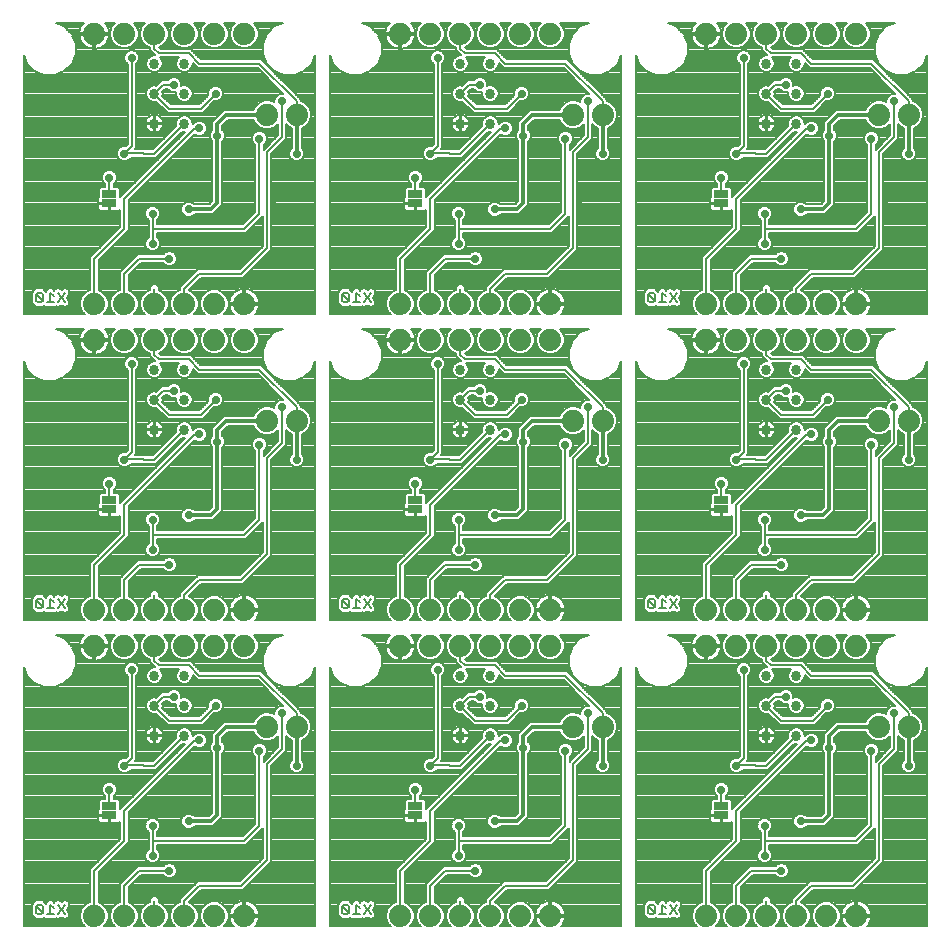
<source format=gbl>
G75*
%MOIN*%
%OFA0B0*%
%FSLAX25Y25*%
%IPPOS*%
%LPD*%
%AMOC8*
5,1,8,0,0,1.08239X$1,22.5*
%
%ADD10C,0.00800*%
%ADD11C,0.07400*%
%ADD12R,0.05000X0.02500*%
%ADD13C,0.03400*%
%ADD14C,0.00700*%
%ADD15C,0.02900*%
%ADD16C,0.01200*%
D10*
X0078957Y0044267D02*
X0079490Y0043733D01*
X0080558Y0043733D01*
X0081092Y0044267D01*
X0078957Y0046402D01*
X0078957Y0044267D01*
X0081092Y0044267D02*
X0081092Y0046402D01*
X0080558Y0046936D01*
X0079490Y0046936D01*
X0078957Y0046402D01*
X0082640Y0043733D02*
X0084775Y0043733D01*
X0083707Y0043733D02*
X0083707Y0046936D01*
X0084775Y0045868D01*
X0086323Y0046936D02*
X0088458Y0043733D01*
X0086323Y0043733D02*
X0088458Y0046936D01*
X0180957Y0046402D02*
X0180957Y0044267D01*
X0181490Y0043733D01*
X0182558Y0043733D01*
X0183092Y0044267D01*
X0180957Y0046402D01*
X0181490Y0046936D01*
X0182558Y0046936D01*
X0183092Y0046402D01*
X0183092Y0044267D01*
X0184640Y0043733D02*
X0186775Y0043733D01*
X0185707Y0043733D02*
X0185707Y0046936D01*
X0186775Y0045868D01*
X0188323Y0046936D02*
X0190458Y0043733D01*
X0188323Y0043733D02*
X0190458Y0046936D01*
X0282957Y0046402D02*
X0285092Y0044267D01*
X0284558Y0043733D01*
X0283490Y0043733D01*
X0282957Y0044267D01*
X0282957Y0046402D01*
X0283490Y0046936D01*
X0284558Y0046936D01*
X0285092Y0046402D01*
X0285092Y0044267D01*
X0286640Y0043733D02*
X0288775Y0043733D01*
X0287707Y0043733D02*
X0287707Y0046936D01*
X0288775Y0045868D01*
X0290323Y0046936D02*
X0292458Y0043733D01*
X0290323Y0043733D02*
X0292458Y0046936D01*
X0292458Y0145733D02*
X0290323Y0148936D01*
X0288775Y0147868D02*
X0287707Y0148936D01*
X0287707Y0145733D01*
X0286640Y0145733D02*
X0288775Y0145733D01*
X0290323Y0145733D02*
X0292458Y0148936D01*
X0285092Y0148402D02*
X0285092Y0146267D01*
X0282957Y0148402D01*
X0282957Y0146267D01*
X0283490Y0145733D01*
X0284558Y0145733D01*
X0285092Y0146267D01*
X0285092Y0148402D02*
X0284558Y0148936D01*
X0283490Y0148936D01*
X0282957Y0148402D01*
X0190458Y0148936D02*
X0188323Y0145733D01*
X0186775Y0145733D02*
X0184640Y0145733D01*
X0185707Y0145733D02*
X0185707Y0148936D01*
X0186775Y0147868D01*
X0188323Y0148936D02*
X0190458Y0145733D01*
X0183092Y0146267D02*
X0180957Y0148402D01*
X0180957Y0146267D01*
X0181490Y0145733D01*
X0182558Y0145733D01*
X0183092Y0146267D01*
X0183092Y0148402D01*
X0182558Y0148936D01*
X0181490Y0148936D01*
X0180957Y0148402D01*
X0088458Y0148936D02*
X0086323Y0145733D01*
X0084775Y0145733D02*
X0082640Y0145733D01*
X0083707Y0145733D02*
X0083707Y0148936D01*
X0084775Y0147868D01*
X0086323Y0148936D02*
X0088458Y0145733D01*
X0081092Y0146267D02*
X0081092Y0148402D01*
X0080558Y0148936D01*
X0079490Y0148936D01*
X0078957Y0148402D01*
X0081092Y0146267D01*
X0080558Y0145733D01*
X0079490Y0145733D01*
X0078957Y0146267D01*
X0078957Y0148402D01*
X0079490Y0247733D02*
X0080558Y0247733D01*
X0081092Y0248267D01*
X0078957Y0250402D01*
X0078957Y0248267D01*
X0079490Y0247733D01*
X0081092Y0248267D02*
X0081092Y0250402D01*
X0080558Y0250936D01*
X0079490Y0250936D01*
X0078957Y0250402D01*
X0082640Y0247733D02*
X0084775Y0247733D01*
X0083707Y0247733D02*
X0083707Y0250936D01*
X0084775Y0249868D01*
X0086323Y0250936D02*
X0088458Y0247733D01*
X0086323Y0247733D02*
X0088458Y0250936D01*
X0180957Y0250402D02*
X0183092Y0248267D01*
X0182558Y0247733D01*
X0181490Y0247733D01*
X0180957Y0248267D01*
X0180957Y0250402D01*
X0181490Y0250936D01*
X0182558Y0250936D01*
X0183092Y0250402D01*
X0183092Y0248267D01*
X0184640Y0247733D02*
X0186775Y0247733D01*
X0185707Y0247733D02*
X0185707Y0250936D01*
X0186775Y0249868D01*
X0188323Y0250936D02*
X0190458Y0247733D01*
X0188323Y0247733D02*
X0190458Y0250936D01*
X0282957Y0250402D02*
X0285092Y0248267D01*
X0284558Y0247733D01*
X0283490Y0247733D01*
X0282957Y0248267D01*
X0282957Y0250402D01*
X0283490Y0250936D01*
X0284558Y0250936D01*
X0285092Y0250402D01*
X0285092Y0248267D01*
X0286640Y0247733D02*
X0288775Y0247733D01*
X0287707Y0247733D02*
X0287707Y0250936D01*
X0288775Y0249868D01*
X0290323Y0250936D02*
X0292458Y0247733D01*
X0290323Y0247733D02*
X0292458Y0250936D01*
D11*
X0302333Y0247333D03*
X0312333Y0247333D03*
X0322333Y0247333D03*
X0332333Y0247333D03*
X0342333Y0247333D03*
X0352333Y0247333D03*
X0352333Y0235333D03*
X0342333Y0235333D03*
X0332333Y0235333D03*
X0322333Y0235333D03*
X0312333Y0235333D03*
X0302333Y0235333D03*
X0267833Y0208333D03*
X0257833Y0208333D03*
X0250333Y0235333D03*
X0240333Y0235333D03*
X0230333Y0235333D03*
X0220333Y0235333D03*
X0210333Y0235333D03*
X0200333Y0235333D03*
X0200333Y0247333D03*
X0210333Y0247333D03*
X0220333Y0247333D03*
X0230333Y0247333D03*
X0240333Y0247333D03*
X0250333Y0247333D03*
X0257833Y0310333D03*
X0267833Y0310333D03*
X0250333Y0337333D03*
X0240333Y0337333D03*
X0230333Y0337333D03*
X0220333Y0337333D03*
X0210333Y0337333D03*
X0200333Y0337333D03*
X0165833Y0310333D03*
X0155833Y0310333D03*
X0148333Y0337333D03*
X0138333Y0337333D03*
X0128333Y0337333D03*
X0118333Y0337333D03*
X0108333Y0337333D03*
X0098333Y0337333D03*
X0098333Y0247333D03*
X0108333Y0247333D03*
X0118333Y0247333D03*
X0128333Y0247333D03*
X0138333Y0247333D03*
X0148333Y0247333D03*
X0148333Y0235333D03*
X0138333Y0235333D03*
X0128333Y0235333D03*
X0118333Y0235333D03*
X0108333Y0235333D03*
X0098333Y0235333D03*
X0155833Y0208333D03*
X0165833Y0208333D03*
X0148333Y0145333D03*
X0138333Y0145333D03*
X0128333Y0145333D03*
X0118333Y0145333D03*
X0108333Y0145333D03*
X0098333Y0145333D03*
X0098333Y0133333D03*
X0108333Y0133333D03*
X0118333Y0133333D03*
X0128333Y0133333D03*
X0138333Y0133333D03*
X0148333Y0133333D03*
X0155833Y0106333D03*
X0165833Y0106333D03*
X0200333Y0133333D03*
X0210333Y0133333D03*
X0220333Y0133333D03*
X0230333Y0133333D03*
X0240333Y0133333D03*
X0250333Y0133333D03*
X0250333Y0145333D03*
X0240333Y0145333D03*
X0230333Y0145333D03*
X0220333Y0145333D03*
X0210333Y0145333D03*
X0200333Y0145333D03*
X0257833Y0106333D03*
X0267833Y0106333D03*
X0302333Y0133333D03*
X0312333Y0133333D03*
X0322333Y0133333D03*
X0332333Y0133333D03*
X0342333Y0133333D03*
X0352333Y0133333D03*
X0352333Y0145333D03*
X0342333Y0145333D03*
X0332333Y0145333D03*
X0322333Y0145333D03*
X0312333Y0145333D03*
X0302333Y0145333D03*
X0359833Y0106333D03*
X0369833Y0106333D03*
X0352333Y0043333D03*
X0342333Y0043333D03*
X0332333Y0043333D03*
X0322333Y0043333D03*
X0312333Y0043333D03*
X0302333Y0043333D03*
X0250333Y0043333D03*
X0240333Y0043333D03*
X0230333Y0043333D03*
X0220333Y0043333D03*
X0210333Y0043333D03*
X0200333Y0043333D03*
X0148333Y0043333D03*
X0138333Y0043333D03*
X0128333Y0043333D03*
X0118333Y0043333D03*
X0108333Y0043333D03*
X0098333Y0043333D03*
X0359833Y0208333D03*
X0369833Y0208333D03*
X0369833Y0310333D03*
X0359833Y0310333D03*
X0352333Y0337333D03*
X0342333Y0337333D03*
X0332333Y0337333D03*
X0322333Y0337333D03*
X0312333Y0337333D03*
X0302333Y0337333D03*
D12*
X0307333Y0283933D03*
X0307333Y0280733D03*
X0307333Y0181933D03*
X0307333Y0178733D03*
X0205333Y0178733D03*
X0205333Y0181933D03*
X0103333Y0181933D03*
X0103333Y0178733D03*
X0103333Y0079933D03*
X0103333Y0076733D03*
X0205333Y0076733D03*
X0205333Y0079933D03*
X0307333Y0079933D03*
X0307333Y0076733D03*
X0205333Y0280733D03*
X0205333Y0283933D03*
X0103333Y0283933D03*
X0103333Y0280733D03*
D13*
X0118333Y0307333D03*
X0118333Y0317333D03*
X0128333Y0317333D03*
X0128333Y0307333D03*
X0128333Y0327333D03*
X0118333Y0327333D03*
X0220333Y0327333D03*
X0220333Y0317333D03*
X0220333Y0307333D03*
X0230333Y0307333D03*
X0230333Y0317333D03*
X0230333Y0327333D03*
X0322333Y0327333D03*
X0322333Y0317333D03*
X0322333Y0307333D03*
X0332333Y0307333D03*
X0332333Y0317333D03*
X0332333Y0327333D03*
X0332333Y0225333D03*
X0332333Y0215333D03*
X0332333Y0205333D03*
X0322333Y0205333D03*
X0322333Y0215333D03*
X0322333Y0225333D03*
X0230333Y0225333D03*
X0230333Y0215333D03*
X0230333Y0205333D03*
X0220333Y0205333D03*
X0220333Y0215333D03*
X0220333Y0225333D03*
X0128333Y0225333D03*
X0128333Y0215333D03*
X0118333Y0215333D03*
X0118333Y0225333D03*
X0118333Y0205333D03*
X0128333Y0205333D03*
X0128333Y0123333D03*
X0118333Y0123333D03*
X0118333Y0113333D03*
X0128333Y0113333D03*
X0128333Y0103333D03*
X0118333Y0103333D03*
X0220333Y0103333D03*
X0220333Y0113333D03*
X0220333Y0123333D03*
X0230333Y0123333D03*
X0230333Y0113333D03*
X0230333Y0103333D03*
X0322333Y0103333D03*
X0322333Y0113333D03*
X0322333Y0123333D03*
X0332333Y0123333D03*
X0332333Y0113333D03*
X0332333Y0103333D03*
D14*
X0074783Y0126110D02*
X0074783Y0039783D01*
X0095166Y0039783D01*
X0094306Y0040643D01*
X0093583Y0042388D01*
X0093583Y0044278D01*
X0094306Y0046024D01*
X0095643Y0047360D01*
X0096933Y0047895D01*
X0096933Y0058913D01*
X0097753Y0059733D01*
X0106933Y0068913D01*
X0106933Y0074689D01*
X0106914Y0074654D01*
X0106662Y0074403D01*
X0106354Y0074225D01*
X0106011Y0074133D01*
X0103608Y0074133D01*
X0103608Y0076458D01*
X0103058Y0076458D01*
X0103058Y0074133D01*
X0100656Y0074133D01*
X0100312Y0074225D01*
X0100004Y0074403D01*
X0099753Y0074654D01*
X0099575Y0074962D01*
X0099483Y0075306D01*
X0099483Y0076458D01*
X0103058Y0076458D01*
X0103058Y0077008D01*
X0099483Y0077008D01*
X0099483Y0078161D01*
X0099575Y0078504D01*
X0099753Y0078812D01*
X0099783Y0078843D01*
X0099783Y0081618D01*
X0100398Y0082233D01*
X0101933Y0082233D01*
X0101933Y0083207D01*
X0101917Y0083214D01*
X0101214Y0083917D01*
X0100833Y0084836D01*
X0100833Y0085831D01*
X0101214Y0086749D01*
X0101917Y0087453D01*
X0102836Y0087833D01*
X0103831Y0087833D01*
X0104749Y0087453D01*
X0105453Y0086749D01*
X0105833Y0085831D01*
X0105833Y0084836D01*
X0105453Y0083917D01*
X0104749Y0083214D01*
X0104733Y0083207D01*
X0104733Y0082233D01*
X0106268Y0082233D01*
X0106883Y0081618D01*
X0106883Y0078843D01*
X0106914Y0078812D01*
X0106933Y0078778D01*
X0106933Y0078913D01*
X0107753Y0079733D01*
X0128603Y0100583D01*
X0127786Y0100583D01*
X0127629Y0100649D01*
X0119733Y0092753D01*
X0118913Y0091933D01*
X0114210Y0091933D01*
X0114092Y0092051D01*
X0110508Y0092051D01*
X0110453Y0091917D01*
X0109749Y0091214D01*
X0108831Y0090833D01*
X0107836Y0090833D01*
X0106917Y0091214D01*
X0106214Y0091917D01*
X0105833Y0092836D01*
X0105833Y0093831D01*
X0106214Y0094749D01*
X0106917Y0095453D01*
X0107836Y0095833D01*
X0108831Y0095833D01*
X0108847Y0095827D01*
X0109433Y0096413D01*
X0109433Y0123207D01*
X0109417Y0123214D01*
X0108714Y0123917D01*
X0108333Y0124836D01*
X0108333Y0125831D01*
X0108714Y0126749D01*
X0109417Y0127453D01*
X0110336Y0127833D01*
X0111331Y0127833D01*
X0112249Y0127453D01*
X0112953Y0126749D01*
X0113333Y0125831D01*
X0113333Y0124836D01*
X0112953Y0123917D01*
X0112249Y0123214D01*
X0112233Y0123207D01*
X0112233Y0095253D01*
X0111831Y0094851D01*
X0115252Y0094851D01*
X0115370Y0094733D01*
X0117753Y0094733D01*
X0125649Y0102629D01*
X0125583Y0102786D01*
X0125583Y0103880D01*
X0126002Y0104891D01*
X0126776Y0105665D01*
X0127786Y0106083D01*
X0128880Y0106083D01*
X0129891Y0105665D01*
X0130665Y0104891D01*
X0131083Y0103880D01*
X0131083Y0103063D01*
X0131175Y0103154D01*
X0131214Y0103249D01*
X0131917Y0103953D01*
X0132836Y0104333D01*
X0133831Y0104333D01*
X0134749Y0103953D01*
X0135453Y0103249D01*
X0135833Y0102331D01*
X0135833Y0101336D01*
X0135453Y0100417D01*
X0134749Y0099714D01*
X0133831Y0099333D01*
X0132836Y0099333D01*
X0131917Y0099714D01*
X0131806Y0099826D01*
X0109733Y0077753D01*
X0109733Y0067753D01*
X0099733Y0057753D01*
X0099733Y0047895D01*
X0101024Y0047360D01*
X0102360Y0046024D01*
X0103083Y0044278D01*
X0103083Y0042388D01*
X0102360Y0040643D01*
X0101501Y0039783D01*
X0105166Y0039783D01*
X0104306Y0040643D01*
X0103583Y0042388D01*
X0103583Y0044278D01*
X0104306Y0046024D01*
X0105643Y0047360D01*
X0106933Y0047895D01*
X0106933Y0053913D01*
X0111933Y0058913D01*
X0112753Y0059733D01*
X0121207Y0059733D01*
X0121214Y0059749D01*
X0121917Y0060453D01*
X0122836Y0060833D01*
X0123831Y0060833D01*
X0124749Y0060453D01*
X0125453Y0059749D01*
X0125833Y0058831D01*
X0125833Y0057836D01*
X0125453Y0056917D01*
X0124749Y0056214D01*
X0123831Y0055833D01*
X0122836Y0055833D01*
X0121917Y0056214D01*
X0121214Y0056917D01*
X0121207Y0056933D01*
X0113913Y0056933D01*
X0109733Y0052753D01*
X0109733Y0047895D01*
X0111024Y0047360D01*
X0112360Y0046024D01*
X0113083Y0044278D01*
X0113083Y0042388D01*
X0112360Y0040643D01*
X0111501Y0039783D01*
X0115166Y0039783D01*
X0114306Y0040643D01*
X0113583Y0042388D01*
X0113583Y0044278D01*
X0114306Y0046024D01*
X0115643Y0047360D01*
X0116933Y0047895D01*
X0116933Y0048913D01*
X0117753Y0049733D01*
X0118913Y0049733D01*
X0119733Y0048913D01*
X0119733Y0047895D01*
X0121024Y0047360D01*
X0122360Y0046024D01*
X0123083Y0044278D01*
X0123083Y0042388D01*
X0122360Y0040643D01*
X0121501Y0039783D01*
X0125166Y0039783D01*
X0124306Y0040643D01*
X0123583Y0042388D01*
X0123583Y0044278D01*
X0124306Y0046024D01*
X0125643Y0047360D01*
X0126933Y0047895D01*
X0126933Y0048913D01*
X0132753Y0054733D01*
X0146753Y0054733D01*
X0154433Y0062413D01*
X0154433Y0072453D01*
X0153913Y0071933D01*
X0148913Y0066933D01*
X0119233Y0066933D01*
X0119233Y0065459D01*
X0119249Y0065453D01*
X0119953Y0064749D01*
X0120333Y0063831D01*
X0120333Y0062836D01*
X0119953Y0061917D01*
X0119249Y0061214D01*
X0118331Y0060833D01*
X0117336Y0060833D01*
X0116417Y0061214D01*
X0115714Y0061917D01*
X0115333Y0062836D01*
X0115333Y0063831D01*
X0115714Y0064749D01*
X0116417Y0065453D01*
X0116433Y0065459D01*
X0116433Y0071207D01*
X0116417Y0071214D01*
X0115714Y0071917D01*
X0115333Y0072836D01*
X0115333Y0073831D01*
X0115714Y0074749D01*
X0116417Y0075453D01*
X0117336Y0075833D01*
X0118331Y0075833D01*
X0119249Y0075453D01*
X0119953Y0074749D01*
X0120333Y0073831D01*
X0120333Y0072836D01*
X0119953Y0071917D01*
X0119249Y0071214D01*
X0119233Y0071207D01*
X0119233Y0069733D01*
X0147753Y0069733D01*
X0151933Y0073913D01*
X0151933Y0096207D01*
X0151917Y0096214D01*
X0151214Y0096917D01*
X0150833Y0097836D01*
X0150833Y0098831D01*
X0151214Y0099749D01*
X0151917Y0100453D01*
X0152836Y0100833D01*
X0153831Y0100833D01*
X0154749Y0100453D01*
X0155453Y0099749D01*
X0155833Y0098831D01*
X0155833Y0097836D01*
X0155453Y0096917D01*
X0154749Y0096214D01*
X0154733Y0096207D01*
X0154733Y0094713D01*
X0159433Y0099413D01*
X0159433Y0103216D01*
X0158524Y0102306D01*
X0156778Y0101583D01*
X0154888Y0101583D01*
X0153143Y0102306D01*
X0151806Y0103643D01*
X0151375Y0104683D01*
X0143017Y0104683D01*
X0140983Y0102650D01*
X0140983Y0101219D01*
X0141453Y0100749D01*
X0141833Y0099831D01*
X0141833Y0098836D01*
X0141453Y0097917D01*
X0140983Y0097448D01*
X0140983Y0076150D01*
X0138017Y0073183D01*
X0131719Y0073183D01*
X0131249Y0072714D01*
X0130331Y0072333D01*
X0129336Y0072333D01*
X0128417Y0072714D01*
X0127714Y0073417D01*
X0127333Y0074336D01*
X0127333Y0075331D01*
X0127714Y0076249D01*
X0128417Y0076953D01*
X0129336Y0077333D01*
X0130331Y0077333D01*
X0131249Y0076953D01*
X0131719Y0076483D01*
X0136650Y0076483D01*
X0137683Y0077517D01*
X0137683Y0097448D01*
X0137214Y0097917D01*
X0136833Y0098836D01*
X0136833Y0099831D01*
X0137214Y0100749D01*
X0137683Y0101219D01*
X0137683Y0104017D01*
X0141650Y0107983D01*
X0151375Y0107983D01*
X0151806Y0109024D01*
X0153143Y0110360D01*
X0154888Y0111083D01*
X0156778Y0111083D01*
X0158333Y0110439D01*
X0158333Y0111331D01*
X0158714Y0112249D01*
X0159417Y0112953D01*
X0160336Y0113333D01*
X0161331Y0113333D01*
X0161370Y0113317D01*
X0152753Y0121933D01*
X0132753Y0121933D01*
X0131083Y0123603D01*
X0131083Y0122786D01*
X0130665Y0121776D01*
X0129891Y0121002D01*
X0128880Y0120583D01*
X0127786Y0120583D01*
X0126776Y0121002D01*
X0126002Y0121776D01*
X0125583Y0122786D01*
X0125583Y0123880D01*
X0126002Y0124891D01*
X0126544Y0125433D01*
X0120122Y0125433D01*
X0120665Y0124891D01*
X0121083Y0123880D01*
X0121083Y0122786D01*
X0120665Y0121776D01*
X0119891Y0121002D01*
X0118880Y0120583D01*
X0117786Y0120583D01*
X0116776Y0121002D01*
X0116002Y0121776D01*
X0115583Y0122786D01*
X0115583Y0123880D01*
X0116002Y0124891D01*
X0116776Y0125665D01*
X0117786Y0126083D01*
X0118603Y0126083D01*
X0118433Y0126253D01*
X0117753Y0126933D01*
X0116933Y0127753D01*
X0116933Y0128772D01*
X0115643Y0129306D01*
X0114306Y0130643D01*
X0113583Y0132388D01*
X0113583Y0134278D01*
X0114306Y0136024D01*
X0115166Y0136883D01*
X0111501Y0136883D01*
X0112360Y0136024D01*
X0113083Y0134278D01*
X0113083Y0132388D01*
X0112360Y0130643D01*
X0111024Y0129306D01*
X0109278Y0128583D01*
X0107388Y0128583D01*
X0105643Y0129306D01*
X0104306Y0130643D01*
X0103583Y0132388D01*
X0103583Y0134278D01*
X0104306Y0136024D01*
X0105166Y0136883D01*
X0101925Y0136883D01*
X0102185Y0136623D01*
X0102652Y0135980D01*
X0103013Y0135272D01*
X0103259Y0134516D01*
X0103383Y0133731D01*
X0103383Y0133683D01*
X0098683Y0133683D01*
X0098683Y0132983D01*
X0098683Y0128283D01*
X0098731Y0128283D01*
X0099516Y0128408D01*
X0100272Y0128653D01*
X0100980Y0129014D01*
X0101623Y0129481D01*
X0102185Y0130043D01*
X0102652Y0130687D01*
X0103013Y0131395D01*
X0103259Y0132151D01*
X0103383Y0132936D01*
X0103383Y0132983D01*
X0098683Y0132983D01*
X0097983Y0132983D01*
X0097983Y0128283D01*
X0097936Y0128283D01*
X0097151Y0128408D01*
X0096395Y0128653D01*
X0095687Y0129014D01*
X0095043Y0129481D01*
X0094481Y0130043D01*
X0094014Y0130687D01*
X0093653Y0131395D01*
X0093408Y0132151D01*
X0093283Y0132936D01*
X0093283Y0132983D01*
X0097983Y0132983D01*
X0097983Y0133683D01*
X0093283Y0133683D01*
X0093283Y0133731D01*
X0093408Y0134516D01*
X0093653Y0135272D01*
X0094014Y0135980D01*
X0094481Y0136623D01*
X0094742Y0136883D01*
X0085557Y0136883D01*
X0088290Y0135751D01*
X0088290Y0135751D01*
X0090751Y0133290D01*
X0090751Y0133290D01*
X0092083Y0130074D01*
X0092083Y0126593D01*
X0090751Y0123377D01*
X0090751Y0123377D01*
X0088290Y0120915D01*
X0088290Y0120915D01*
X0085074Y0119583D01*
X0081593Y0119583D01*
X0078377Y0120915D01*
X0078377Y0120915D01*
X0075915Y0123377D01*
X0075915Y0123377D01*
X0074783Y0126110D01*
X0074783Y0125647D02*
X0074975Y0125647D01*
X0074783Y0124949D02*
X0075264Y0124949D01*
X0075554Y0124250D02*
X0074783Y0124250D01*
X0074783Y0123552D02*
X0075843Y0123552D01*
X0076439Y0122853D02*
X0074783Y0122853D01*
X0074783Y0122155D02*
X0077138Y0122155D01*
X0077836Y0121456D02*
X0074783Y0121456D01*
X0074783Y0120758D02*
X0078758Y0120758D01*
X0080444Y0120059D02*
X0074783Y0120059D01*
X0074783Y0119361D02*
X0109433Y0119361D01*
X0109433Y0120059D02*
X0086223Y0120059D01*
X0087909Y0120758D02*
X0109433Y0120758D01*
X0109433Y0121456D02*
X0088831Y0121456D01*
X0089529Y0122155D02*
X0109433Y0122155D01*
X0109433Y0122853D02*
X0090228Y0122853D01*
X0090824Y0123552D02*
X0109079Y0123552D01*
X0108576Y0124250D02*
X0091113Y0124250D01*
X0091402Y0124949D02*
X0108333Y0124949D01*
X0108333Y0125647D02*
X0091692Y0125647D01*
X0091981Y0126346D02*
X0108547Y0126346D01*
X0109009Y0127044D02*
X0092083Y0127044D01*
X0092083Y0127743D02*
X0110117Y0127743D01*
X0111549Y0127743D02*
X0116944Y0127743D01*
X0116933Y0128441D02*
X0099619Y0128441D01*
X0098683Y0128441D02*
X0097983Y0128441D01*
X0097983Y0129140D02*
X0098683Y0129140D01*
X0098683Y0129838D02*
X0097983Y0129838D01*
X0097983Y0130537D02*
X0098683Y0130537D01*
X0098683Y0131235D02*
X0097983Y0131235D01*
X0097983Y0131934D02*
X0098683Y0131934D01*
X0098683Y0132632D02*
X0097983Y0132632D01*
X0097983Y0133331D02*
X0090710Y0133331D01*
X0091024Y0132632D02*
X0093331Y0132632D01*
X0093478Y0131934D02*
X0091313Y0131934D01*
X0091602Y0131235D02*
X0093735Y0131235D01*
X0094123Y0130537D02*
X0091892Y0130537D01*
X0092083Y0129838D02*
X0094687Y0129838D01*
X0095514Y0129140D02*
X0092083Y0129140D01*
X0092083Y0128441D02*
X0097047Y0128441D01*
X0101153Y0129140D02*
X0106045Y0129140D01*
X0105111Y0129838D02*
X0101980Y0129838D01*
X0102544Y0130537D02*
X0104412Y0130537D01*
X0104061Y0131235D02*
X0102932Y0131235D01*
X0103188Y0131934D02*
X0103772Y0131934D01*
X0103583Y0132632D02*
X0103335Y0132632D01*
X0103583Y0133331D02*
X0098683Y0133331D01*
X0103336Y0134029D02*
X0103583Y0134029D01*
X0103770Y0134728D02*
X0103190Y0134728D01*
X0102935Y0135426D02*
X0104059Y0135426D01*
X0104407Y0136125D02*
X0102547Y0136125D01*
X0101985Y0136823D02*
X0105106Y0136823D01*
X0105166Y0141783D02*
X0101501Y0141783D01*
X0102360Y0142643D01*
X0103083Y0144388D01*
X0103083Y0146278D01*
X0102360Y0148024D01*
X0101024Y0149360D01*
X0099733Y0149895D01*
X0099733Y0159753D01*
X0109733Y0169753D01*
X0109733Y0179753D01*
X0131806Y0201826D01*
X0131917Y0201714D01*
X0132836Y0201333D01*
X0133831Y0201333D01*
X0134749Y0201714D01*
X0135453Y0202417D01*
X0135833Y0203336D01*
X0135833Y0204331D01*
X0135453Y0205249D01*
X0134749Y0205953D01*
X0133831Y0206333D01*
X0132836Y0206333D01*
X0131917Y0205953D01*
X0131214Y0205249D01*
X0131175Y0205154D01*
X0131083Y0205063D01*
X0131083Y0205880D01*
X0130665Y0206891D01*
X0129891Y0207665D01*
X0128880Y0208083D01*
X0127786Y0208083D01*
X0126776Y0207665D01*
X0126002Y0206891D01*
X0125583Y0205880D01*
X0125583Y0204786D01*
X0125649Y0204629D01*
X0117753Y0196733D01*
X0115370Y0196733D01*
X0115252Y0196851D01*
X0111831Y0196851D01*
X0112233Y0197253D01*
X0112233Y0225207D01*
X0112249Y0225214D01*
X0112953Y0225917D01*
X0113333Y0226836D01*
X0113333Y0227831D01*
X0112953Y0228749D01*
X0112249Y0229453D01*
X0111331Y0229833D01*
X0110336Y0229833D01*
X0109417Y0229453D01*
X0108714Y0228749D01*
X0108333Y0227831D01*
X0108333Y0226836D01*
X0108714Y0225917D01*
X0109417Y0225214D01*
X0109433Y0225207D01*
X0109433Y0198413D01*
X0108847Y0197827D01*
X0108831Y0197833D01*
X0107836Y0197833D01*
X0106917Y0197453D01*
X0106214Y0196749D01*
X0105833Y0195831D01*
X0105833Y0194836D01*
X0106214Y0193917D01*
X0106917Y0193214D01*
X0107836Y0192833D01*
X0108831Y0192833D01*
X0109749Y0193214D01*
X0110453Y0193917D01*
X0110508Y0194051D01*
X0114092Y0194051D01*
X0114210Y0193933D01*
X0118913Y0193933D01*
X0119733Y0194753D01*
X0127629Y0202649D01*
X0127786Y0202583D01*
X0128603Y0202583D01*
X0107753Y0181733D01*
X0106933Y0180913D01*
X0106933Y0180778D01*
X0106914Y0180812D01*
X0106883Y0180843D01*
X0106883Y0183618D01*
X0106268Y0184233D01*
X0104733Y0184233D01*
X0104733Y0185207D01*
X0104749Y0185214D01*
X0105453Y0185917D01*
X0105833Y0186836D01*
X0105833Y0187831D01*
X0105453Y0188749D01*
X0104749Y0189453D01*
X0103831Y0189833D01*
X0102836Y0189833D01*
X0101917Y0189453D01*
X0101214Y0188749D01*
X0100833Y0187831D01*
X0100833Y0186836D01*
X0101214Y0185917D01*
X0101917Y0185214D01*
X0101933Y0185207D01*
X0101933Y0184233D01*
X0100398Y0184233D01*
X0099783Y0183618D01*
X0099783Y0180843D01*
X0099753Y0180812D01*
X0099575Y0180504D01*
X0099483Y0180161D01*
X0099483Y0179008D01*
X0103058Y0179008D01*
X0103058Y0178458D01*
X0103608Y0178458D01*
X0103608Y0176133D01*
X0106011Y0176133D01*
X0106354Y0176225D01*
X0106662Y0176403D01*
X0106914Y0176654D01*
X0106933Y0176689D01*
X0106933Y0170913D01*
X0097753Y0161733D01*
X0096933Y0160913D01*
X0096933Y0149895D01*
X0095643Y0149360D01*
X0094306Y0148024D01*
X0093583Y0146278D01*
X0093583Y0144388D01*
X0094306Y0142643D01*
X0095166Y0141783D01*
X0074783Y0141783D01*
X0074783Y0228110D01*
X0075915Y0225377D01*
X0075915Y0225377D01*
X0078377Y0222915D01*
X0081593Y0221583D01*
X0085074Y0221583D01*
X0085074Y0221583D01*
X0088290Y0222915D01*
X0090751Y0225377D01*
X0090751Y0225377D01*
X0092083Y0228593D01*
X0092083Y0232074D01*
X0090751Y0235290D01*
X0088290Y0237751D01*
X0088290Y0237751D01*
X0085557Y0238883D01*
X0094742Y0238883D01*
X0094481Y0238623D01*
X0094014Y0237980D01*
X0093653Y0237272D01*
X0093408Y0236516D01*
X0093283Y0235731D01*
X0093283Y0235683D01*
X0097983Y0235683D01*
X0097983Y0234983D01*
X0098683Y0234983D01*
X0098683Y0230283D01*
X0098731Y0230283D01*
X0099516Y0230408D01*
X0100272Y0230653D01*
X0100980Y0231014D01*
X0101623Y0231481D01*
X0102185Y0232043D01*
X0102652Y0232687D01*
X0103013Y0233395D01*
X0103259Y0234151D01*
X0103383Y0234936D01*
X0103383Y0234983D01*
X0098683Y0234983D01*
X0098683Y0235683D01*
X0103383Y0235683D01*
X0103383Y0235731D01*
X0103259Y0236516D01*
X0103013Y0237272D01*
X0102652Y0237980D01*
X0102185Y0238623D01*
X0101925Y0238883D01*
X0105166Y0238883D01*
X0104306Y0238024D01*
X0103583Y0236278D01*
X0103583Y0234388D01*
X0104306Y0232643D01*
X0105643Y0231306D01*
X0107388Y0230583D01*
X0109278Y0230583D01*
X0111024Y0231306D01*
X0112360Y0232643D01*
X0113083Y0234388D01*
X0113083Y0236278D01*
X0112360Y0238024D01*
X0111501Y0238883D01*
X0115166Y0238883D01*
X0114306Y0238024D01*
X0113583Y0236278D01*
X0113583Y0234388D01*
X0114306Y0232643D01*
X0115643Y0231306D01*
X0116933Y0230772D01*
X0116933Y0229753D01*
X0117753Y0228933D01*
X0118603Y0228083D01*
X0117786Y0228083D01*
X0116776Y0227665D01*
X0116002Y0226891D01*
X0115583Y0225880D01*
X0115583Y0224786D01*
X0116002Y0223776D01*
X0116776Y0223002D01*
X0117786Y0222583D01*
X0118880Y0222583D01*
X0119891Y0223002D01*
X0120665Y0223776D01*
X0121083Y0224786D01*
X0121083Y0225880D01*
X0120665Y0226891D01*
X0120122Y0227433D01*
X0126544Y0227433D01*
X0126002Y0226891D01*
X0125583Y0225880D01*
X0125583Y0224786D01*
X0126002Y0223776D01*
X0126776Y0223002D01*
X0127786Y0222583D01*
X0128880Y0222583D01*
X0129891Y0223002D01*
X0130665Y0223776D01*
X0131083Y0224786D01*
X0131083Y0225603D01*
X0131933Y0224753D01*
X0132753Y0223933D01*
X0152753Y0223933D01*
X0161370Y0215317D01*
X0161331Y0215333D01*
X0160336Y0215333D01*
X0159417Y0214953D01*
X0158714Y0214249D01*
X0158333Y0213331D01*
X0158333Y0212439D01*
X0156778Y0213083D01*
X0154888Y0213083D01*
X0153143Y0212360D01*
X0151806Y0211024D01*
X0151375Y0209983D01*
X0141650Y0209983D01*
X0137683Y0206017D01*
X0137683Y0203219D01*
X0137214Y0202749D01*
X0136833Y0201831D01*
X0136833Y0200836D01*
X0137214Y0199917D01*
X0137683Y0199448D01*
X0137683Y0179517D01*
X0136650Y0178483D01*
X0131719Y0178483D01*
X0131249Y0178953D01*
X0130331Y0179333D01*
X0129336Y0179333D01*
X0128417Y0178953D01*
X0127714Y0178249D01*
X0127333Y0177331D01*
X0127333Y0176336D01*
X0127714Y0175417D01*
X0128417Y0174714D01*
X0129336Y0174333D01*
X0130331Y0174333D01*
X0131249Y0174714D01*
X0131719Y0175183D01*
X0138017Y0175183D01*
X0140983Y0178150D01*
X0140983Y0199448D01*
X0141453Y0199917D01*
X0141833Y0200836D01*
X0141833Y0201831D01*
X0141453Y0202749D01*
X0140983Y0203219D01*
X0140983Y0204650D01*
X0143017Y0206683D01*
X0151375Y0206683D01*
X0151806Y0205643D01*
X0153143Y0204306D01*
X0154888Y0203583D01*
X0156778Y0203583D01*
X0158524Y0204306D01*
X0159433Y0205216D01*
X0159433Y0201413D01*
X0154733Y0196713D01*
X0154733Y0198207D01*
X0154749Y0198214D01*
X0155453Y0198917D01*
X0155833Y0199836D01*
X0155833Y0200831D01*
X0155453Y0201749D01*
X0154749Y0202453D01*
X0153831Y0202833D01*
X0152836Y0202833D01*
X0151917Y0202453D01*
X0151214Y0201749D01*
X0150833Y0200831D01*
X0150833Y0199836D01*
X0151214Y0198917D01*
X0151917Y0198214D01*
X0151933Y0198207D01*
X0151933Y0175913D01*
X0147753Y0171733D01*
X0119233Y0171733D01*
X0119233Y0173207D01*
X0119249Y0173214D01*
X0119953Y0173917D01*
X0120333Y0174836D01*
X0120333Y0175831D01*
X0119953Y0176749D01*
X0119249Y0177453D01*
X0118331Y0177833D01*
X0117336Y0177833D01*
X0116417Y0177453D01*
X0115714Y0176749D01*
X0115333Y0175831D01*
X0115333Y0174836D01*
X0115714Y0173917D01*
X0116417Y0173214D01*
X0116433Y0173207D01*
X0116433Y0167459D01*
X0116417Y0167453D01*
X0115714Y0166749D01*
X0115333Y0165831D01*
X0115333Y0164836D01*
X0115714Y0163917D01*
X0116417Y0163214D01*
X0117336Y0162833D01*
X0118331Y0162833D01*
X0119249Y0163214D01*
X0119953Y0163917D01*
X0120333Y0164836D01*
X0120333Y0165831D01*
X0119953Y0166749D01*
X0119249Y0167453D01*
X0119233Y0167459D01*
X0119233Y0168933D01*
X0148913Y0168933D01*
X0153913Y0173933D01*
X0154433Y0174453D01*
X0154433Y0164413D01*
X0146753Y0156733D01*
X0132753Y0156733D01*
X0131933Y0155913D01*
X0127753Y0151733D01*
X0126933Y0150913D01*
X0126933Y0149895D01*
X0125643Y0149360D01*
X0124306Y0148024D01*
X0123583Y0146278D01*
X0123583Y0144388D01*
X0124306Y0142643D01*
X0125166Y0141783D01*
X0121501Y0141783D01*
X0122360Y0142643D01*
X0123083Y0144388D01*
X0123083Y0146278D01*
X0122360Y0148024D01*
X0121024Y0149360D01*
X0119733Y0149895D01*
X0119733Y0150913D01*
X0118913Y0151733D01*
X0117753Y0151733D01*
X0116933Y0150913D01*
X0116933Y0149895D01*
X0115643Y0149360D01*
X0114306Y0148024D01*
X0113583Y0146278D01*
X0113583Y0144388D01*
X0114306Y0142643D01*
X0115166Y0141783D01*
X0111501Y0141783D01*
X0112360Y0142643D01*
X0113083Y0144388D01*
X0113083Y0146278D01*
X0112360Y0148024D01*
X0111024Y0149360D01*
X0109733Y0149895D01*
X0109733Y0154753D01*
X0113913Y0158933D01*
X0121207Y0158933D01*
X0121214Y0158917D01*
X0121917Y0158214D01*
X0122836Y0157833D01*
X0123831Y0157833D01*
X0124749Y0158214D01*
X0125453Y0158917D01*
X0125833Y0159836D01*
X0125833Y0160831D01*
X0125453Y0161749D01*
X0124749Y0162453D01*
X0123831Y0162833D01*
X0122836Y0162833D01*
X0121917Y0162453D01*
X0121214Y0161749D01*
X0121207Y0161733D01*
X0112753Y0161733D01*
X0111933Y0160913D01*
X0106933Y0155913D01*
X0106933Y0149895D01*
X0105643Y0149360D01*
X0104306Y0148024D01*
X0103583Y0146278D01*
X0103583Y0144388D01*
X0104306Y0142643D01*
X0105166Y0141783D01*
X0104538Y0142412D02*
X0102129Y0142412D01*
X0102554Y0143110D02*
X0104113Y0143110D01*
X0103824Y0143809D02*
X0102843Y0143809D01*
X0103083Y0144507D02*
X0103583Y0144507D01*
X0103583Y0145206D02*
X0103083Y0145206D01*
X0103083Y0145904D02*
X0103583Y0145904D01*
X0103718Y0146603D02*
X0102949Y0146603D01*
X0102660Y0147301D02*
X0104007Y0147301D01*
X0104296Y0148000D02*
X0102370Y0148000D01*
X0101686Y0148698D02*
X0104981Y0148698D01*
X0105731Y0149397D02*
X0100936Y0149397D01*
X0099733Y0150095D02*
X0106933Y0150095D01*
X0106933Y0150794D02*
X0099733Y0150794D01*
X0099733Y0151492D02*
X0106933Y0151492D01*
X0106933Y0152191D02*
X0099733Y0152191D01*
X0099733Y0152889D02*
X0106933Y0152889D01*
X0106933Y0153588D02*
X0099733Y0153588D01*
X0099733Y0154286D02*
X0106933Y0154286D01*
X0106933Y0154985D02*
X0099733Y0154985D01*
X0099733Y0155683D02*
X0106933Y0155683D01*
X0107402Y0156382D02*
X0099733Y0156382D01*
X0099733Y0157080D02*
X0108100Y0157080D01*
X0108799Y0157779D02*
X0099733Y0157779D01*
X0099733Y0158477D02*
X0109497Y0158477D01*
X0110196Y0159176D02*
X0099733Y0159176D01*
X0099854Y0159874D02*
X0110894Y0159874D01*
X0111593Y0160573D02*
X0100553Y0160573D01*
X0101251Y0161271D02*
X0112291Y0161271D01*
X0113333Y0160333D02*
X0108333Y0155333D01*
X0108333Y0145333D01*
X0111686Y0148698D02*
X0114981Y0148698D01*
X0114296Y0148000D02*
X0112370Y0148000D01*
X0112660Y0147301D02*
X0114007Y0147301D01*
X0113718Y0146603D02*
X0112949Y0146603D01*
X0113083Y0145904D02*
X0113583Y0145904D01*
X0113583Y0145206D02*
X0113083Y0145206D01*
X0113083Y0144507D02*
X0113583Y0144507D01*
X0113824Y0143809D02*
X0112843Y0143809D01*
X0112554Y0143110D02*
X0114113Y0143110D01*
X0114538Y0142412D02*
X0112129Y0142412D01*
X0111561Y0136823D02*
X0115106Y0136823D01*
X0114407Y0136125D02*
X0112259Y0136125D01*
X0112608Y0135426D02*
X0114059Y0135426D01*
X0113770Y0134728D02*
X0112897Y0134728D01*
X0113083Y0134029D02*
X0113583Y0134029D01*
X0113583Y0133331D02*
X0113083Y0133331D01*
X0113083Y0132632D02*
X0113583Y0132632D01*
X0113772Y0131934D02*
X0112895Y0131934D01*
X0112606Y0131235D02*
X0114061Y0131235D01*
X0114412Y0130537D02*
X0112254Y0130537D01*
X0111556Y0129838D02*
X0115111Y0129838D01*
X0116045Y0129140D02*
X0110622Y0129140D01*
X0112658Y0127044D02*
X0117642Y0127044D01*
X0118341Y0126346D02*
X0113120Y0126346D01*
X0113333Y0125647D02*
X0116758Y0125647D01*
X0116060Y0124949D02*
X0113333Y0124949D01*
X0113091Y0124250D02*
X0115737Y0124250D01*
X0115583Y0123552D02*
X0112587Y0123552D01*
X0112233Y0122853D02*
X0115583Y0122853D01*
X0115845Y0122155D02*
X0112233Y0122155D01*
X0112233Y0121456D02*
X0116321Y0121456D01*
X0117365Y0120758D02*
X0112233Y0120758D01*
X0112233Y0120059D02*
X0154628Y0120059D01*
X0155326Y0119361D02*
X0112233Y0119361D01*
X0112233Y0118662D02*
X0123923Y0118662D01*
X0124336Y0118833D02*
X0123417Y0118453D01*
X0122714Y0117749D01*
X0122707Y0117733D01*
X0120753Y0117733D01*
X0119038Y0116018D01*
X0118880Y0116083D01*
X0117786Y0116083D01*
X0116776Y0115665D01*
X0116002Y0114891D01*
X0115583Y0113880D01*
X0115583Y0112786D01*
X0116002Y0111776D01*
X0116776Y0111002D01*
X0117786Y0110583D01*
X0118880Y0110583D01*
X0119038Y0110649D01*
X0121933Y0107753D01*
X0122753Y0106933D01*
X0134413Y0106933D01*
X0138320Y0110840D01*
X0138336Y0110833D01*
X0139331Y0110833D01*
X0140249Y0111214D01*
X0140953Y0111917D01*
X0141333Y0112836D01*
X0141333Y0113831D01*
X0140953Y0114749D01*
X0140249Y0115453D01*
X0139331Y0115833D01*
X0138336Y0115833D01*
X0137417Y0115453D01*
X0136714Y0114749D01*
X0136333Y0113831D01*
X0136333Y0112836D01*
X0136340Y0112820D01*
X0133253Y0109733D01*
X0123913Y0109733D01*
X0121018Y0112629D01*
X0121083Y0112786D01*
X0121083Y0113880D01*
X0121018Y0114038D01*
X0121913Y0114933D01*
X0122707Y0114933D01*
X0122714Y0114917D01*
X0123417Y0114214D01*
X0124336Y0113833D01*
X0125331Y0113833D01*
X0125612Y0113950D01*
X0125583Y0113880D01*
X0125583Y0112786D01*
X0126002Y0111776D01*
X0126776Y0111002D01*
X0127786Y0110583D01*
X0128880Y0110583D01*
X0129891Y0111002D01*
X0130665Y0111776D01*
X0131083Y0112786D01*
X0131083Y0113880D01*
X0130665Y0114891D01*
X0129891Y0115665D01*
X0128880Y0116083D01*
X0127786Y0116083D01*
X0127333Y0115896D01*
X0127333Y0116831D01*
X0126953Y0117749D01*
X0126249Y0118453D01*
X0125331Y0118833D01*
X0124336Y0118833D01*
X0125744Y0118662D02*
X0156025Y0118662D01*
X0156723Y0117964D02*
X0126739Y0117964D01*
X0127153Y0117265D02*
X0157422Y0117265D01*
X0158120Y0116567D02*
X0127333Y0116567D01*
X0129400Y0115868D02*
X0158819Y0115868D01*
X0159517Y0115170D02*
X0140533Y0115170D01*
X0141068Y0114471D02*
X0160216Y0114471D01*
X0160914Y0113773D02*
X0141333Y0113773D01*
X0141333Y0113074D02*
X0159710Y0113074D01*
X0158840Y0112376D02*
X0141143Y0112376D01*
X0140713Y0111677D02*
X0158477Y0111677D01*
X0158333Y0110979D02*
X0157031Y0110979D01*
X0154635Y0110979D02*
X0139681Y0110979D01*
X0137760Y0110280D02*
X0153062Y0110280D01*
X0152364Y0109581D02*
X0137061Y0109581D01*
X0136363Y0108883D02*
X0151748Y0108883D01*
X0151459Y0108184D02*
X0135664Y0108184D01*
X0134966Y0107486D02*
X0141152Y0107486D01*
X0140454Y0106787D02*
X0112233Y0106787D01*
X0112233Y0106089D02*
X0117016Y0106089D01*
X0116889Y0106036D02*
X0116389Y0105702D01*
X0115964Y0105278D01*
X0115630Y0104778D01*
X0115401Y0104223D01*
X0115283Y0103634D01*
X0115283Y0103483D01*
X0118183Y0103483D01*
X0118183Y0103183D01*
X0115283Y0103183D01*
X0115283Y0103033D01*
X0115401Y0102444D01*
X0115630Y0101889D01*
X0115964Y0101389D01*
X0116389Y0100964D01*
X0116889Y0100630D01*
X0117444Y0100401D01*
X0118033Y0100283D01*
X0118183Y0100283D01*
X0118183Y0103183D01*
X0118483Y0103183D01*
X0118483Y0100283D01*
X0118634Y0100283D01*
X0119223Y0100401D01*
X0119778Y0100630D01*
X0120278Y0100964D01*
X0120702Y0101389D01*
X0121036Y0101889D01*
X0121266Y0102444D01*
X0121383Y0103033D01*
X0121383Y0103183D01*
X0118483Y0103183D01*
X0118483Y0103483D01*
X0118183Y0103483D01*
X0118183Y0106383D01*
X0118033Y0106383D01*
X0117444Y0106266D01*
X0116889Y0106036D01*
X0116077Y0105390D02*
X0112233Y0105390D01*
X0112233Y0104692D02*
X0115595Y0104692D01*
X0115355Y0103993D02*
X0112233Y0103993D01*
X0112233Y0103295D02*
X0118183Y0103295D01*
X0118483Y0103295D02*
X0125583Y0103295D01*
X0125616Y0102596D02*
X0121296Y0102596D01*
X0121040Y0101898D02*
X0124918Y0101898D01*
X0124219Y0101199D02*
X0120513Y0101199D01*
X0119465Y0100501D02*
X0123521Y0100501D01*
X0122822Y0099802D02*
X0112233Y0099802D01*
X0112233Y0099104D02*
X0122124Y0099104D01*
X0121425Y0098405D02*
X0112233Y0098405D01*
X0112233Y0097707D02*
X0120727Y0097707D01*
X0120028Y0097008D02*
X0112233Y0097008D01*
X0112233Y0096310D02*
X0119330Y0096310D01*
X0118631Y0095611D02*
X0112233Y0095611D01*
X0111893Y0094913D02*
X0117933Y0094913D01*
X0118333Y0093333D02*
X0114790Y0093333D01*
X0114672Y0093451D01*
X0108451Y0093451D01*
X0108333Y0093333D01*
X0110833Y0095833D01*
X0110833Y0125333D01*
X0109433Y0118662D02*
X0074783Y0118662D01*
X0074783Y0117964D02*
X0109433Y0117964D01*
X0109433Y0117265D02*
X0074783Y0117265D01*
X0074783Y0116567D02*
X0109433Y0116567D01*
X0109433Y0115868D02*
X0074783Y0115868D01*
X0074783Y0115170D02*
X0109433Y0115170D01*
X0109433Y0114471D02*
X0074783Y0114471D01*
X0074783Y0113773D02*
X0109433Y0113773D01*
X0109433Y0113074D02*
X0074783Y0113074D01*
X0074783Y0112376D02*
X0109433Y0112376D01*
X0109433Y0111677D02*
X0074783Y0111677D01*
X0074783Y0110979D02*
X0109433Y0110979D01*
X0109433Y0110280D02*
X0074783Y0110280D01*
X0074783Y0109581D02*
X0109433Y0109581D01*
X0109433Y0108883D02*
X0074783Y0108883D01*
X0074783Y0108184D02*
X0109433Y0108184D01*
X0109433Y0107486D02*
X0074783Y0107486D01*
X0074783Y0106787D02*
X0109433Y0106787D01*
X0109433Y0106089D02*
X0074783Y0106089D01*
X0074783Y0105390D02*
X0109433Y0105390D01*
X0109433Y0104692D02*
X0074783Y0104692D01*
X0074783Y0103993D02*
X0109433Y0103993D01*
X0109433Y0103295D02*
X0074783Y0103295D01*
X0074783Y0102596D02*
X0109433Y0102596D01*
X0109433Y0101898D02*
X0074783Y0101898D01*
X0074783Y0101199D02*
X0109433Y0101199D01*
X0109433Y0100501D02*
X0074783Y0100501D01*
X0074783Y0099802D02*
X0109433Y0099802D01*
X0109433Y0099104D02*
X0074783Y0099104D01*
X0074783Y0098405D02*
X0109433Y0098405D01*
X0109433Y0097707D02*
X0074783Y0097707D01*
X0074783Y0097008D02*
X0109433Y0097008D01*
X0109330Y0096310D02*
X0074783Y0096310D01*
X0074783Y0095611D02*
X0107300Y0095611D01*
X0106377Y0094913D02*
X0074783Y0094913D01*
X0074783Y0094214D02*
X0105992Y0094214D01*
X0105833Y0093516D02*
X0074783Y0093516D01*
X0074783Y0092817D02*
X0105841Y0092817D01*
X0106130Y0092119D02*
X0074783Y0092119D01*
X0074783Y0091420D02*
X0106711Y0091420D01*
X0109956Y0091420D02*
X0119440Y0091420D01*
X0119099Y0092119D02*
X0120139Y0092119D01*
X0119797Y0092817D02*
X0120837Y0092817D01*
X0120496Y0093516D02*
X0121536Y0093516D01*
X0121194Y0094214D02*
X0122234Y0094214D01*
X0121893Y0094913D02*
X0122933Y0094913D01*
X0122591Y0095611D02*
X0123631Y0095611D01*
X0123290Y0096310D02*
X0124330Y0096310D01*
X0123988Y0097008D02*
X0125028Y0097008D01*
X0124687Y0097707D02*
X0125727Y0097707D01*
X0125385Y0098405D02*
X0126425Y0098405D01*
X0126084Y0099104D02*
X0127124Y0099104D01*
X0126782Y0099802D02*
X0127822Y0099802D01*
X0127481Y0100501D02*
X0128521Y0100501D01*
X0130385Y0098405D02*
X0137012Y0098405D01*
X0136833Y0099104D02*
X0131084Y0099104D01*
X0131782Y0099802D02*
X0131829Y0099802D01*
X0131833Y0101833D02*
X0108333Y0078333D01*
X0108333Y0068333D01*
X0098333Y0058333D01*
X0098333Y0043333D01*
X0094998Y0046715D02*
X0089981Y0046715D01*
X0089998Y0046631D02*
X0089762Y0047809D01*
X0088763Y0048476D01*
X0087585Y0048240D01*
X0087390Y0047949D01*
X0087196Y0048240D01*
X0086018Y0048476D01*
X0085019Y0047809D01*
X0084996Y0047697D01*
X0084938Y0047756D01*
X0084308Y0048386D01*
X0083107Y0048386D01*
X0082676Y0047955D01*
X0082257Y0047537D01*
X0082257Y0047287D01*
X0082008Y0047537D01*
X0081159Y0048386D01*
X0078890Y0048386D01*
X0078356Y0047852D01*
X0077507Y0047003D01*
X0077507Y0043666D01*
X0078040Y0043133D01*
X0078890Y0042283D01*
X0081159Y0042283D01*
X0081599Y0042724D01*
X0082039Y0042283D01*
X0085376Y0042283D01*
X0085579Y0042487D01*
X0086018Y0042194D01*
X0087196Y0042429D01*
X0087390Y0042721D01*
X0087585Y0042429D01*
X0088763Y0042194D01*
X0089762Y0042860D01*
X0089998Y0044038D01*
X0089133Y0045335D01*
X0089998Y0046631D01*
X0089588Y0046017D02*
X0094304Y0046017D01*
X0094014Y0045318D02*
X0089144Y0045318D01*
X0089610Y0044620D02*
X0093725Y0044620D01*
X0093583Y0043921D02*
X0089974Y0043921D01*
X0089835Y0043223D02*
X0093583Y0043223D01*
X0093583Y0042524D02*
X0089259Y0042524D01*
X0087521Y0042524D02*
X0087260Y0042524D01*
X0081798Y0042524D02*
X0081400Y0042524D01*
X0078649Y0042524D02*
X0074783Y0042524D01*
X0074783Y0041826D02*
X0093816Y0041826D01*
X0094106Y0041127D02*
X0074783Y0041127D01*
X0074783Y0040429D02*
X0094520Y0040429D01*
X0095773Y0047414D02*
X0089841Y0047414D01*
X0089307Y0048112D02*
X0096933Y0048112D01*
X0096933Y0048811D02*
X0074783Y0048811D01*
X0074783Y0049510D02*
X0096933Y0049510D01*
X0096933Y0050208D02*
X0074783Y0050208D01*
X0074783Y0050907D02*
X0096933Y0050907D01*
X0096933Y0051605D02*
X0074783Y0051605D01*
X0074783Y0052304D02*
X0096933Y0052304D01*
X0096933Y0053002D02*
X0074783Y0053002D01*
X0074783Y0053701D02*
X0096933Y0053701D01*
X0096933Y0054399D02*
X0074783Y0054399D01*
X0074783Y0055098D02*
X0096933Y0055098D01*
X0096933Y0055796D02*
X0074783Y0055796D01*
X0074783Y0056495D02*
X0096933Y0056495D01*
X0096933Y0057193D02*
X0074783Y0057193D01*
X0074783Y0057892D02*
X0096933Y0057892D01*
X0096933Y0058590D02*
X0074783Y0058590D01*
X0074783Y0059289D02*
X0097309Y0059289D01*
X0098007Y0059987D02*
X0074783Y0059987D01*
X0074783Y0060686D02*
X0098706Y0060686D01*
X0099404Y0061384D02*
X0074783Y0061384D01*
X0074783Y0062083D02*
X0100103Y0062083D01*
X0100801Y0062781D02*
X0074783Y0062781D01*
X0074783Y0063480D02*
X0101500Y0063480D01*
X0102198Y0064178D02*
X0074783Y0064178D01*
X0074783Y0064877D02*
X0102897Y0064877D01*
X0103595Y0065575D02*
X0074783Y0065575D01*
X0074783Y0066274D02*
X0104294Y0066274D01*
X0104992Y0066972D02*
X0074783Y0066972D01*
X0074783Y0067671D02*
X0105691Y0067671D01*
X0106389Y0068369D02*
X0074783Y0068369D01*
X0074783Y0069068D02*
X0106933Y0069068D01*
X0106933Y0069766D02*
X0074783Y0069766D01*
X0074783Y0070465D02*
X0106933Y0070465D01*
X0106933Y0071163D02*
X0074783Y0071163D01*
X0074783Y0071862D02*
X0106933Y0071862D01*
X0106933Y0072560D02*
X0074783Y0072560D01*
X0074783Y0073259D02*
X0106933Y0073259D01*
X0106933Y0073957D02*
X0074783Y0073957D01*
X0074783Y0074656D02*
X0099752Y0074656D01*
X0099483Y0075354D02*
X0074783Y0075354D01*
X0074783Y0076053D02*
X0099483Y0076053D01*
X0099483Y0077450D02*
X0074783Y0077450D01*
X0074783Y0078148D02*
X0099483Y0078148D01*
X0099783Y0078847D02*
X0074783Y0078847D01*
X0074783Y0079545D02*
X0099783Y0079545D01*
X0099783Y0080244D02*
X0074783Y0080244D01*
X0074783Y0080943D02*
X0099783Y0080943D01*
X0099806Y0081641D02*
X0074783Y0081641D01*
X0074783Y0082340D02*
X0101933Y0082340D01*
X0101933Y0083038D02*
X0074783Y0083038D01*
X0074783Y0083737D02*
X0101395Y0083737D01*
X0100999Y0084435D02*
X0074783Y0084435D01*
X0074783Y0085134D02*
X0100833Y0085134D01*
X0100834Y0085832D02*
X0074783Y0085832D01*
X0074783Y0086531D02*
X0101123Y0086531D01*
X0101694Y0087229D02*
X0074783Y0087229D01*
X0074783Y0087928D02*
X0115948Y0087928D01*
X0116646Y0088626D02*
X0074783Y0088626D01*
X0074783Y0089325D02*
X0117345Y0089325D01*
X0118043Y0090023D02*
X0074783Y0090023D01*
X0074783Y0090722D02*
X0118742Y0090722D01*
X0118333Y0093333D02*
X0128333Y0103333D01*
X0131083Y0103295D02*
X0131259Y0103295D01*
X0131036Y0103993D02*
X0132015Y0103993D01*
X0130747Y0104692D02*
X0138358Y0104692D01*
X0137683Y0103993D02*
X0134651Y0103993D01*
X0135407Y0103295D02*
X0137683Y0103295D01*
X0137683Y0102596D02*
X0135723Y0102596D01*
X0135833Y0101898D02*
X0137683Y0101898D01*
X0137664Y0101199D02*
X0135777Y0101199D01*
X0135487Y0100501D02*
X0137111Y0100501D01*
X0136833Y0099802D02*
X0134838Y0099802D01*
X0133333Y0101833D02*
X0131833Y0101833D01*
X0130165Y0105390D02*
X0139057Y0105390D01*
X0139755Y0106089D02*
X0119651Y0106089D01*
X0119778Y0106036D02*
X0119223Y0106266D01*
X0118634Y0106383D01*
X0118483Y0106383D01*
X0118483Y0103483D01*
X0121383Y0103483D01*
X0121383Y0103634D01*
X0121266Y0104223D01*
X0121036Y0104778D01*
X0120702Y0105278D01*
X0120278Y0105702D01*
X0119778Y0106036D01*
X0120590Y0105390D02*
X0126501Y0105390D01*
X0125920Y0104692D02*
X0121072Y0104692D01*
X0121312Y0103993D02*
X0125630Y0103993D01*
X0122201Y0107486D02*
X0112233Y0107486D01*
X0112233Y0108184D02*
X0121502Y0108184D01*
X0120804Y0108883D02*
X0112233Y0108883D01*
X0112233Y0109581D02*
X0120105Y0109581D01*
X0119407Y0110280D02*
X0112233Y0110280D01*
X0112233Y0110979D02*
X0116832Y0110979D01*
X0116101Y0111677D02*
X0112233Y0111677D01*
X0112233Y0112376D02*
X0115753Y0112376D01*
X0115583Y0113074D02*
X0112233Y0113074D01*
X0112233Y0113773D02*
X0115583Y0113773D01*
X0115828Y0114471D02*
X0112233Y0114471D01*
X0112233Y0115170D02*
X0116280Y0115170D01*
X0117267Y0115868D02*
X0112233Y0115868D01*
X0112233Y0116567D02*
X0119587Y0116567D01*
X0120285Y0117265D02*
X0112233Y0117265D01*
X0112233Y0117964D02*
X0122928Y0117964D01*
X0121333Y0116333D02*
X0118333Y0113333D01*
X0123333Y0108333D01*
X0133833Y0108333D01*
X0138833Y0113333D01*
X0137134Y0115170D02*
X0130386Y0115170D01*
X0130839Y0114471D02*
X0136599Y0114471D01*
X0136333Y0113773D02*
X0131083Y0113773D01*
X0131083Y0113074D02*
X0136333Y0113074D01*
X0135896Y0112376D02*
X0130913Y0112376D01*
X0130566Y0111677D02*
X0135197Y0111677D01*
X0134499Y0110979D02*
X0129834Y0110979D01*
X0126832Y0110979D02*
X0122668Y0110979D01*
X0121970Y0111677D02*
X0126101Y0111677D01*
X0125753Y0112376D02*
X0121271Y0112376D01*
X0121083Y0113074D02*
X0125583Y0113074D01*
X0125583Y0113773D02*
X0121083Y0113773D01*
X0121451Y0114471D02*
X0123160Y0114471D01*
X0124833Y0116333D02*
X0121333Y0116333D01*
X0119301Y0120758D02*
X0127365Y0120758D01*
X0126321Y0121456D02*
X0120345Y0121456D01*
X0120822Y0122155D02*
X0125845Y0122155D01*
X0125583Y0122853D02*
X0121083Y0122853D01*
X0121083Y0123552D02*
X0125583Y0123552D01*
X0125737Y0124250D02*
X0120930Y0124250D01*
X0120607Y0124949D02*
X0126060Y0124949D01*
X0127388Y0128583D02*
X0129278Y0128583D01*
X0131024Y0129306D01*
X0132360Y0130643D01*
X0133083Y0132388D01*
X0133083Y0134278D01*
X0132360Y0136024D01*
X0131501Y0136883D01*
X0135166Y0136883D01*
X0134306Y0136024D01*
X0133583Y0134278D01*
X0133583Y0132388D01*
X0134306Y0130643D01*
X0135643Y0129306D01*
X0137388Y0128583D01*
X0139278Y0128583D01*
X0141024Y0129306D01*
X0142360Y0130643D01*
X0143083Y0132388D01*
X0143083Y0134278D01*
X0142360Y0136024D01*
X0141501Y0136883D01*
X0145166Y0136883D01*
X0144306Y0136024D01*
X0143583Y0134278D01*
X0143583Y0132388D01*
X0144306Y0130643D01*
X0145643Y0129306D01*
X0147388Y0128583D01*
X0149278Y0128583D01*
X0151024Y0129306D01*
X0152360Y0130643D01*
X0153083Y0132388D01*
X0153083Y0134278D01*
X0152360Y0136024D01*
X0151501Y0136883D01*
X0161110Y0136883D01*
X0158377Y0135751D01*
X0155915Y0133290D01*
X0154583Y0130074D01*
X0154583Y0126593D01*
X0155915Y0123377D01*
X0155915Y0123377D01*
X0158377Y0120915D01*
X0161593Y0119583D01*
X0165074Y0119583D01*
X0168290Y0120915D01*
X0170751Y0123377D01*
X0171883Y0126110D01*
X0171883Y0039783D01*
X0151925Y0039783D01*
X0152185Y0040043D01*
X0152652Y0040687D01*
X0153013Y0041395D01*
X0153259Y0042151D01*
X0153383Y0042936D01*
X0153383Y0042983D01*
X0148683Y0042983D01*
X0148683Y0043683D01*
X0147983Y0043683D01*
X0147983Y0042983D01*
X0143283Y0042983D01*
X0143283Y0042936D01*
X0143408Y0042151D01*
X0143653Y0041395D01*
X0144014Y0040687D01*
X0144481Y0040043D01*
X0144742Y0039783D01*
X0141501Y0039783D01*
X0142360Y0040643D01*
X0143083Y0042388D01*
X0143083Y0044278D01*
X0142360Y0046024D01*
X0141024Y0047360D01*
X0139278Y0048083D01*
X0137388Y0048083D01*
X0135643Y0047360D01*
X0134306Y0046024D01*
X0133583Y0044278D01*
X0133583Y0042388D01*
X0134306Y0040643D01*
X0135166Y0039783D01*
X0131501Y0039783D01*
X0132360Y0040643D01*
X0133083Y0042388D01*
X0133083Y0044278D01*
X0132360Y0046024D01*
X0131024Y0047360D01*
X0129833Y0047853D01*
X0133913Y0051933D01*
X0147913Y0051933D01*
X0156413Y0060433D01*
X0157233Y0061253D01*
X0157233Y0093253D01*
X0161413Y0097433D01*
X0162233Y0098253D01*
X0162233Y0103216D01*
X0163143Y0102306D01*
X0164183Y0101875D01*
X0164183Y0095219D01*
X0163714Y0094749D01*
X0163333Y0093831D01*
X0163333Y0092836D01*
X0163714Y0091917D01*
X0164417Y0091214D01*
X0165336Y0090833D01*
X0166331Y0090833D01*
X0167249Y0091214D01*
X0167953Y0091917D01*
X0168333Y0092836D01*
X0168333Y0093831D01*
X0167953Y0094749D01*
X0167483Y0095219D01*
X0167483Y0101875D01*
X0168524Y0102306D01*
X0169860Y0103643D01*
X0170583Y0105388D01*
X0170583Y0107278D01*
X0169860Y0109024D01*
X0168524Y0110360D01*
X0167233Y0110895D01*
X0167233Y0111413D01*
X0153913Y0124733D01*
X0152753Y0124733D01*
X0133913Y0124733D01*
X0131233Y0127413D01*
X0130413Y0128233D01*
X0120413Y0128233D01*
X0119833Y0128813D01*
X0121024Y0129306D01*
X0122360Y0130643D01*
X0123083Y0132388D01*
X0123083Y0134278D01*
X0122360Y0136024D01*
X0121501Y0136883D01*
X0125166Y0136883D01*
X0124306Y0136024D01*
X0123583Y0134278D01*
X0123583Y0132388D01*
X0124306Y0130643D01*
X0125643Y0129306D01*
X0127388Y0128583D01*
X0126045Y0129140D02*
X0120622Y0129140D01*
X0120205Y0128441D02*
X0154583Y0128441D01*
X0154583Y0127743D02*
X0130904Y0127743D01*
X0131602Y0127044D02*
X0154583Y0127044D01*
X0154686Y0126346D02*
X0132301Y0126346D01*
X0132999Y0125647D02*
X0154975Y0125647D01*
X0155264Y0124949D02*
X0133698Y0124949D01*
X0133333Y0123333D02*
X0129833Y0126833D01*
X0119833Y0126833D01*
X0118333Y0128333D01*
X0118333Y0133333D01*
X0123083Y0133331D02*
X0123583Y0133331D01*
X0123583Y0134029D02*
X0123083Y0134029D01*
X0122897Y0134728D02*
X0123770Y0134728D01*
X0124059Y0135426D02*
X0122608Y0135426D01*
X0122259Y0136125D02*
X0124407Y0136125D01*
X0125106Y0136823D02*
X0121561Y0136823D01*
X0122129Y0142412D02*
X0124538Y0142412D01*
X0124113Y0143110D02*
X0122554Y0143110D01*
X0122843Y0143809D02*
X0123824Y0143809D01*
X0123583Y0144507D02*
X0123083Y0144507D01*
X0123083Y0145206D02*
X0123583Y0145206D01*
X0123583Y0145904D02*
X0123083Y0145904D01*
X0122949Y0146603D02*
X0123718Y0146603D01*
X0124007Y0147301D02*
X0122660Y0147301D01*
X0122370Y0148000D02*
X0124296Y0148000D01*
X0124981Y0148698D02*
X0121686Y0148698D01*
X0120936Y0149397D02*
X0125731Y0149397D01*
X0126933Y0150095D02*
X0119733Y0150095D01*
X0119733Y0150794D02*
X0126933Y0150794D01*
X0127512Y0151492D02*
X0119154Y0151492D01*
X0118333Y0150333D02*
X0118333Y0145333D01*
X0115731Y0149397D02*
X0110936Y0149397D01*
X0109733Y0150095D02*
X0116933Y0150095D01*
X0116933Y0150794D02*
X0109733Y0150794D01*
X0109733Y0151492D02*
X0117512Y0151492D01*
X0112060Y0157080D02*
X0147100Y0157080D01*
X0147799Y0157779D02*
X0112759Y0157779D01*
X0113457Y0158477D02*
X0121654Y0158477D01*
X0123333Y0160333D02*
X0113333Y0160333D01*
X0116264Y0163367D02*
X0103347Y0163367D01*
X0104045Y0164065D02*
X0115653Y0164065D01*
X0115363Y0164764D02*
X0104744Y0164764D01*
X0105442Y0165462D02*
X0115333Y0165462D01*
X0115470Y0166161D02*
X0106141Y0166161D01*
X0106839Y0166859D02*
X0115824Y0166859D01*
X0116433Y0167558D02*
X0107538Y0167558D01*
X0108236Y0168256D02*
X0116433Y0168256D01*
X0116433Y0168955D02*
X0108935Y0168955D01*
X0109633Y0169653D02*
X0116433Y0169653D01*
X0116433Y0170352D02*
X0109733Y0170352D01*
X0109733Y0171050D02*
X0116433Y0171050D01*
X0116433Y0171749D02*
X0109733Y0171749D01*
X0109733Y0172448D02*
X0116433Y0172448D01*
X0116433Y0173146D02*
X0109733Y0173146D01*
X0109733Y0173845D02*
X0115787Y0173845D01*
X0115455Y0174543D02*
X0109733Y0174543D01*
X0109733Y0175242D02*
X0115333Y0175242D01*
X0115379Y0175940D02*
X0109733Y0175940D01*
X0109733Y0176639D02*
X0115668Y0176639D01*
X0116302Y0177337D02*
X0109733Y0177337D01*
X0109733Y0178036D02*
X0127625Y0178036D01*
X0127336Y0177337D02*
X0119365Y0177337D01*
X0119999Y0176639D02*
X0127333Y0176639D01*
X0127497Y0175940D02*
X0120288Y0175940D01*
X0120333Y0175242D02*
X0127890Y0175242D01*
X0128830Y0174543D02*
X0120212Y0174543D01*
X0119880Y0173845D02*
X0149865Y0173845D01*
X0150563Y0174543D02*
X0130837Y0174543D01*
X0131468Y0178734D02*
X0136901Y0178734D01*
X0137599Y0179433D02*
X0109733Y0179433D01*
X0109733Y0178734D02*
X0128199Y0178734D01*
X0119233Y0173146D02*
X0149166Y0173146D01*
X0148468Y0172448D02*
X0119233Y0172448D01*
X0119233Y0171749D02*
X0147769Y0171749D01*
X0148333Y0170333D02*
X0153333Y0175333D01*
X0153333Y0200333D01*
X0150833Y0200388D02*
X0141648Y0200388D01*
X0141833Y0201086D02*
X0150939Y0201086D01*
X0151249Y0201785D02*
X0141833Y0201785D01*
X0141563Y0202483D02*
X0151991Y0202483D01*
X0152870Y0204579D02*
X0140983Y0204579D01*
X0140983Y0203881D02*
X0154171Y0203881D01*
X0154675Y0202483D02*
X0159433Y0202483D01*
X0159433Y0201785D02*
X0155417Y0201785D01*
X0155727Y0201086D02*
X0159107Y0201086D01*
X0158408Y0200388D02*
X0155833Y0200388D01*
X0155773Y0199689D02*
X0157710Y0199689D01*
X0157011Y0198991D02*
X0155483Y0198991D01*
X0154828Y0198292D02*
X0156313Y0198292D01*
X0155614Y0197594D02*
X0154733Y0197594D01*
X0154733Y0196895D02*
X0154916Y0196895D01*
X0155833Y0195833D02*
X0160833Y0200833D01*
X0160833Y0212833D01*
X0158333Y0212961D02*
X0157073Y0212961D01*
X0158470Y0213660D02*
X0140695Y0213660D01*
X0140953Y0213917D02*
X0141333Y0214836D01*
X0141333Y0215831D01*
X0140953Y0216749D01*
X0140249Y0217453D01*
X0139331Y0217833D01*
X0138336Y0217833D01*
X0137417Y0217453D01*
X0136714Y0216749D01*
X0136333Y0215831D01*
X0136333Y0214836D01*
X0136340Y0214820D01*
X0133253Y0211733D01*
X0123913Y0211733D01*
X0121018Y0214629D01*
X0121083Y0214786D01*
X0121083Y0215880D01*
X0121018Y0216038D01*
X0121913Y0216933D01*
X0122707Y0216933D01*
X0122714Y0216917D01*
X0123417Y0216214D01*
X0124336Y0215833D01*
X0125331Y0215833D01*
X0125612Y0215950D01*
X0125583Y0215880D01*
X0125583Y0214786D01*
X0126002Y0213776D01*
X0126776Y0213002D01*
X0127786Y0212583D01*
X0128880Y0212583D01*
X0129891Y0213002D01*
X0130665Y0213776D01*
X0131083Y0214786D01*
X0131083Y0215880D01*
X0130665Y0216891D01*
X0129891Y0217665D01*
X0128880Y0218083D01*
X0127786Y0218083D01*
X0127333Y0217896D01*
X0127333Y0218831D01*
X0126953Y0219749D01*
X0126249Y0220453D01*
X0125331Y0220833D01*
X0124336Y0220833D01*
X0123417Y0220453D01*
X0122714Y0219749D01*
X0122707Y0219733D01*
X0120753Y0219733D01*
X0119038Y0218018D01*
X0118880Y0218083D01*
X0117786Y0218083D01*
X0116776Y0217665D01*
X0116002Y0216891D01*
X0115583Y0215880D01*
X0115583Y0214786D01*
X0116002Y0213776D01*
X0116776Y0213002D01*
X0117786Y0212583D01*
X0118880Y0212583D01*
X0119038Y0212649D01*
X0121933Y0209753D01*
X0122753Y0208933D01*
X0134413Y0208933D01*
X0138320Y0212840D01*
X0138336Y0212833D01*
X0139331Y0212833D01*
X0140249Y0213214D01*
X0140953Y0213917D01*
X0141135Y0214358D02*
X0158823Y0214358D01*
X0159668Y0215057D02*
X0141333Y0215057D01*
X0141333Y0215755D02*
X0160932Y0215755D01*
X0160233Y0216454D02*
X0141075Y0216454D01*
X0140550Y0217152D02*
X0159535Y0217152D01*
X0158836Y0217851D02*
X0129442Y0217851D01*
X0130403Y0217152D02*
X0137117Y0217152D01*
X0136591Y0216454D02*
X0130846Y0216454D01*
X0131083Y0215755D02*
X0136333Y0215755D01*
X0136333Y0215057D02*
X0131083Y0215057D01*
X0130906Y0214358D02*
X0135878Y0214358D01*
X0135180Y0213660D02*
X0130549Y0213660D01*
X0129792Y0212961D02*
X0134481Y0212961D01*
X0133783Y0212263D02*
X0123384Y0212263D01*
X0122685Y0212961D02*
X0126874Y0212961D01*
X0126118Y0213660D02*
X0121987Y0213660D01*
X0121288Y0214358D02*
X0125761Y0214358D01*
X0125583Y0215057D02*
X0121083Y0215057D01*
X0121083Y0215755D02*
X0125583Y0215755D01*
X0123177Y0216454D02*
X0121434Y0216454D01*
X0121333Y0218333D02*
X0118333Y0215333D01*
X0123333Y0210333D01*
X0133833Y0210333D01*
X0138833Y0215333D01*
X0139639Y0212961D02*
X0154594Y0212961D01*
X0153045Y0212263D02*
X0137743Y0212263D01*
X0137044Y0211564D02*
X0152347Y0211564D01*
X0151741Y0210866D02*
X0136346Y0210866D01*
X0135647Y0210167D02*
X0151452Y0210167D01*
X0151379Y0206675D02*
X0143008Y0206675D01*
X0142309Y0205976D02*
X0151668Y0205976D01*
X0152172Y0205278D02*
X0141611Y0205278D01*
X0141020Y0203182D02*
X0159433Y0203182D01*
X0159433Y0203881D02*
X0157496Y0203881D01*
X0158797Y0204579D02*
X0159433Y0204579D01*
X0162233Y0204579D02*
X0162870Y0204579D01*
X0163143Y0204306D02*
X0164183Y0203875D01*
X0164183Y0197219D01*
X0163714Y0196749D01*
X0163333Y0195831D01*
X0163333Y0194836D01*
X0163714Y0193917D01*
X0164417Y0193214D01*
X0165336Y0192833D01*
X0166331Y0192833D01*
X0167249Y0193214D01*
X0167953Y0193917D01*
X0168333Y0194836D01*
X0168333Y0195831D01*
X0167953Y0196749D01*
X0167483Y0197219D01*
X0167483Y0203875D01*
X0168524Y0204306D01*
X0169860Y0205643D01*
X0170583Y0207388D01*
X0170583Y0209278D01*
X0169860Y0211024D01*
X0168524Y0212360D01*
X0167233Y0212895D01*
X0167233Y0213413D01*
X0166413Y0214233D01*
X0154733Y0225913D01*
X0154733Y0225913D01*
X0153913Y0226733D01*
X0133913Y0226733D01*
X0131233Y0229413D01*
X0130413Y0230233D01*
X0120413Y0230233D01*
X0119833Y0230813D01*
X0121024Y0231306D01*
X0122360Y0232643D01*
X0123083Y0234388D01*
X0123083Y0236278D01*
X0122360Y0238024D01*
X0121501Y0238883D01*
X0125166Y0238883D01*
X0124306Y0238024D01*
X0123583Y0236278D01*
X0123583Y0234388D01*
X0124306Y0232643D01*
X0125643Y0231306D01*
X0127388Y0230583D01*
X0129278Y0230583D01*
X0131024Y0231306D01*
X0132360Y0232643D01*
X0133083Y0234388D01*
X0133083Y0236278D01*
X0132360Y0238024D01*
X0131501Y0238883D01*
X0135166Y0238883D01*
X0134306Y0238024D01*
X0133583Y0236278D01*
X0133583Y0234388D01*
X0134306Y0232643D01*
X0135643Y0231306D01*
X0137388Y0230583D01*
X0139278Y0230583D01*
X0141024Y0231306D01*
X0142360Y0232643D01*
X0143083Y0234388D01*
X0143083Y0236278D01*
X0142360Y0238024D01*
X0141501Y0238883D01*
X0145166Y0238883D01*
X0144306Y0238024D01*
X0143583Y0236278D01*
X0143583Y0234388D01*
X0144306Y0232643D01*
X0145643Y0231306D01*
X0147388Y0230583D01*
X0149278Y0230583D01*
X0151024Y0231306D01*
X0152360Y0232643D01*
X0153083Y0234388D01*
X0153083Y0236278D01*
X0152360Y0238024D01*
X0151501Y0238883D01*
X0161110Y0238883D01*
X0158377Y0237751D01*
X0158377Y0237751D01*
X0155915Y0235290D01*
X0154583Y0232074D01*
X0154583Y0228593D01*
X0155915Y0225377D01*
X0155915Y0225377D01*
X0158377Y0222915D01*
X0161593Y0221583D01*
X0165074Y0221583D01*
X0168290Y0222915D01*
X0170751Y0225377D01*
X0171883Y0228110D01*
X0171883Y0141783D01*
X0151925Y0141783D01*
X0152185Y0142043D01*
X0152652Y0142687D01*
X0153013Y0143395D01*
X0153259Y0144151D01*
X0153383Y0144936D01*
X0153383Y0144983D01*
X0148683Y0144983D01*
X0148683Y0145683D01*
X0147983Y0145683D01*
X0147983Y0144983D01*
X0143283Y0144983D01*
X0143283Y0144936D01*
X0143408Y0144151D01*
X0143653Y0143395D01*
X0144014Y0142687D01*
X0144481Y0142043D01*
X0144742Y0141783D01*
X0141501Y0141783D01*
X0142360Y0142643D01*
X0143083Y0144388D01*
X0143083Y0146278D01*
X0142360Y0148024D01*
X0141024Y0149360D01*
X0139278Y0150083D01*
X0137388Y0150083D01*
X0135643Y0149360D01*
X0134306Y0148024D01*
X0133583Y0146278D01*
X0133583Y0144388D01*
X0134306Y0142643D01*
X0135166Y0141783D01*
X0131501Y0141783D01*
X0132360Y0142643D01*
X0133083Y0144388D01*
X0133083Y0146278D01*
X0132360Y0148024D01*
X0131024Y0149360D01*
X0129833Y0149853D01*
X0133913Y0153933D01*
X0147913Y0153933D01*
X0156413Y0162433D01*
X0157233Y0163253D01*
X0157233Y0195253D01*
X0161413Y0199433D01*
X0162233Y0200253D01*
X0162233Y0205216D01*
X0163143Y0204306D01*
X0162233Y0203881D02*
X0164171Y0203881D01*
X0164183Y0203182D02*
X0162233Y0203182D01*
X0162233Y0202483D02*
X0164183Y0202483D01*
X0164183Y0201785D02*
X0162233Y0201785D01*
X0162233Y0201086D02*
X0164183Y0201086D01*
X0164183Y0200388D02*
X0162233Y0200388D01*
X0161669Y0199689D02*
X0164183Y0199689D01*
X0164183Y0198991D02*
X0160971Y0198991D01*
X0160272Y0198292D02*
X0164183Y0198292D01*
X0164183Y0197594D02*
X0159574Y0197594D01*
X0158875Y0196895D02*
X0163860Y0196895D01*
X0163485Y0196197D02*
X0158177Y0196197D01*
X0157478Y0195498D02*
X0163333Y0195498D01*
X0163348Y0194800D02*
X0157233Y0194800D01*
X0157233Y0194101D02*
X0163638Y0194101D01*
X0164228Y0193403D02*
X0157233Y0193403D01*
X0157233Y0192704D02*
X0171883Y0192704D01*
X0171883Y0192006D02*
X0157233Y0192006D01*
X0157233Y0191307D02*
X0171883Y0191307D01*
X0171883Y0190609D02*
X0157233Y0190609D01*
X0157233Y0189910D02*
X0171883Y0189910D01*
X0171883Y0189212D02*
X0157233Y0189212D01*
X0157233Y0188513D02*
X0171883Y0188513D01*
X0171883Y0187815D02*
X0157233Y0187815D01*
X0157233Y0187116D02*
X0171883Y0187116D01*
X0171883Y0186418D02*
X0157233Y0186418D01*
X0157233Y0185719D02*
X0171883Y0185719D01*
X0171883Y0185021D02*
X0157233Y0185021D01*
X0157233Y0184322D02*
X0171883Y0184322D01*
X0171883Y0183624D02*
X0157233Y0183624D01*
X0157233Y0182925D02*
X0171883Y0182925D01*
X0171883Y0182227D02*
X0157233Y0182227D01*
X0157233Y0181528D02*
X0171883Y0181528D01*
X0171883Y0180830D02*
X0157233Y0180830D01*
X0157233Y0180131D02*
X0171883Y0180131D01*
X0171883Y0179433D02*
X0157233Y0179433D01*
X0157233Y0178734D02*
X0171883Y0178734D01*
X0171883Y0178036D02*
X0157233Y0178036D01*
X0157233Y0177337D02*
X0171883Y0177337D01*
X0171883Y0176639D02*
X0157233Y0176639D01*
X0157233Y0175940D02*
X0171883Y0175940D01*
X0171883Y0175242D02*
X0157233Y0175242D01*
X0157233Y0174543D02*
X0171883Y0174543D01*
X0171883Y0173845D02*
X0157233Y0173845D01*
X0157233Y0173146D02*
X0171883Y0173146D01*
X0171883Y0172448D02*
X0157233Y0172448D01*
X0157233Y0171749D02*
X0171883Y0171749D01*
X0171883Y0171050D02*
X0157233Y0171050D01*
X0157233Y0170352D02*
X0171883Y0170352D01*
X0171883Y0169653D02*
X0157233Y0169653D01*
X0157233Y0168955D02*
X0171883Y0168955D01*
X0171883Y0168256D02*
X0157233Y0168256D01*
X0157233Y0167558D02*
X0171883Y0167558D01*
X0171883Y0166859D02*
X0157233Y0166859D01*
X0157233Y0166161D02*
X0171883Y0166161D01*
X0171883Y0165462D02*
X0157233Y0165462D01*
X0157233Y0164764D02*
X0171883Y0164764D01*
X0171883Y0164065D02*
X0157233Y0164065D01*
X0157233Y0163367D02*
X0171883Y0163367D01*
X0171883Y0162668D02*
X0156648Y0162668D01*
X0155950Y0161970D02*
X0171883Y0161970D01*
X0171883Y0161271D02*
X0155251Y0161271D01*
X0154553Y0160573D02*
X0171883Y0160573D01*
X0171883Y0159874D02*
X0153854Y0159874D01*
X0153156Y0159176D02*
X0171883Y0159176D01*
X0171883Y0158477D02*
X0152457Y0158477D01*
X0151759Y0157779D02*
X0171883Y0157779D01*
X0171883Y0157080D02*
X0151060Y0157080D01*
X0150362Y0156382D02*
X0171883Y0156382D01*
X0171883Y0155683D02*
X0149663Y0155683D01*
X0148965Y0154985D02*
X0171883Y0154985D01*
X0171883Y0154286D02*
X0148266Y0154286D01*
X0147333Y0155333D02*
X0155833Y0163833D01*
X0155833Y0195833D01*
X0151933Y0195498D02*
X0140983Y0195498D01*
X0140983Y0194800D02*
X0151933Y0194800D01*
X0151933Y0194101D02*
X0140983Y0194101D01*
X0140983Y0193403D02*
X0151933Y0193403D01*
X0151933Y0192704D02*
X0140983Y0192704D01*
X0140983Y0192006D02*
X0151933Y0192006D01*
X0151933Y0191307D02*
X0140983Y0191307D01*
X0140983Y0190609D02*
X0151933Y0190609D01*
X0151933Y0189910D02*
X0140983Y0189910D01*
X0140983Y0189212D02*
X0151933Y0189212D01*
X0151933Y0188513D02*
X0140983Y0188513D01*
X0140983Y0187815D02*
X0151933Y0187815D01*
X0151933Y0187116D02*
X0140983Y0187116D01*
X0140983Y0186418D02*
X0151933Y0186418D01*
X0151933Y0185719D02*
X0140983Y0185719D01*
X0140983Y0185021D02*
X0151933Y0185021D01*
X0151933Y0184322D02*
X0140983Y0184322D01*
X0140983Y0183624D02*
X0151933Y0183624D01*
X0151933Y0182925D02*
X0140983Y0182925D01*
X0140983Y0182227D02*
X0151933Y0182227D01*
X0151933Y0181528D02*
X0140983Y0181528D01*
X0140983Y0180830D02*
X0151933Y0180830D01*
X0151933Y0180131D02*
X0140983Y0180131D01*
X0140983Y0179433D02*
X0151933Y0179433D01*
X0151933Y0178734D02*
X0140983Y0178734D01*
X0140869Y0178036D02*
X0151933Y0178036D01*
X0151933Y0177337D02*
X0140171Y0177337D01*
X0139472Y0176639D02*
X0151933Y0176639D01*
X0151933Y0175940D02*
X0138774Y0175940D01*
X0138075Y0175242D02*
X0151262Y0175242D01*
X0153126Y0173146D02*
X0154433Y0173146D01*
X0154433Y0172448D02*
X0152427Y0172448D01*
X0151729Y0171749D02*
X0154433Y0171749D01*
X0154433Y0171050D02*
X0151030Y0171050D01*
X0150332Y0170352D02*
X0154433Y0170352D01*
X0154433Y0169653D02*
X0149633Y0169653D01*
X0148935Y0168955D02*
X0154433Y0168955D01*
X0154433Y0168256D02*
X0119233Y0168256D01*
X0119233Y0167558D02*
X0154433Y0167558D01*
X0154433Y0166859D02*
X0119843Y0166859D01*
X0120197Y0166161D02*
X0154433Y0166161D01*
X0154433Y0165462D02*
X0120333Y0165462D01*
X0120303Y0164764D02*
X0154433Y0164764D01*
X0154085Y0164065D02*
X0120014Y0164065D01*
X0119402Y0163367D02*
X0153387Y0163367D01*
X0152688Y0162668D02*
X0124229Y0162668D01*
X0125232Y0161970D02*
X0151990Y0161970D01*
X0151291Y0161271D02*
X0125651Y0161271D01*
X0125833Y0160573D02*
X0150593Y0160573D01*
X0149894Y0159874D02*
X0125833Y0159874D01*
X0125560Y0159176D02*
X0149196Y0159176D01*
X0148497Y0158477D02*
X0125013Y0158477D01*
X0122438Y0162668D02*
X0102648Y0162668D01*
X0101950Y0161970D02*
X0121434Y0161970D01*
X0117833Y0165333D02*
X0117833Y0170333D01*
X0117833Y0175333D01*
X0117833Y0170333D02*
X0148333Y0170333D01*
X0153824Y0173845D02*
X0154433Y0173845D01*
X0137683Y0180131D02*
X0110111Y0180131D01*
X0110810Y0180830D02*
X0137683Y0180830D01*
X0137683Y0181528D02*
X0111508Y0181528D01*
X0112207Y0182227D02*
X0137683Y0182227D01*
X0137683Y0182925D02*
X0112905Y0182925D01*
X0113604Y0183624D02*
X0137683Y0183624D01*
X0137683Y0184322D02*
X0114302Y0184322D01*
X0115001Y0185021D02*
X0137683Y0185021D01*
X0137683Y0185719D02*
X0115699Y0185719D01*
X0116398Y0186418D02*
X0137683Y0186418D01*
X0137683Y0187116D02*
X0117096Y0187116D01*
X0117795Y0187815D02*
X0137683Y0187815D01*
X0137683Y0188513D02*
X0118493Y0188513D01*
X0119192Y0189212D02*
X0137683Y0189212D01*
X0137683Y0189910D02*
X0119890Y0189910D01*
X0120589Y0190609D02*
X0137683Y0190609D01*
X0137683Y0191307D02*
X0121287Y0191307D01*
X0121986Y0192006D02*
X0137683Y0192006D01*
X0137683Y0192704D02*
X0122684Y0192704D01*
X0123383Y0193403D02*
X0137683Y0193403D01*
X0137683Y0194101D02*
X0124081Y0194101D01*
X0124780Y0194800D02*
X0137683Y0194800D01*
X0137683Y0195498D02*
X0125478Y0195498D01*
X0126177Y0196197D02*
X0137683Y0196197D01*
X0137683Y0196895D02*
X0126875Y0196895D01*
X0127574Y0197594D02*
X0137683Y0197594D01*
X0137683Y0198292D02*
X0128272Y0198292D01*
X0128971Y0198991D02*
X0137683Y0198991D01*
X0137442Y0199689D02*
X0129669Y0199689D01*
X0130368Y0200388D02*
X0137019Y0200388D01*
X0136833Y0201086D02*
X0131066Y0201086D01*
X0131765Y0201785D02*
X0131846Y0201785D01*
X0131833Y0203833D02*
X0108333Y0180333D01*
X0108333Y0170333D01*
X0098333Y0160333D01*
X0098333Y0145333D01*
X0094981Y0148698D02*
X0089984Y0148698D01*
X0089998Y0148631D02*
X0089762Y0149809D01*
X0088763Y0150476D01*
X0087585Y0150240D01*
X0087390Y0149949D01*
X0087196Y0150240D01*
X0086018Y0150476D01*
X0085019Y0149809D01*
X0084996Y0149698D01*
X0084938Y0149756D01*
X0084308Y0150386D01*
X0083107Y0150386D01*
X0082676Y0149955D01*
X0082257Y0149537D01*
X0082257Y0149287D01*
X0082008Y0149537D01*
X0081159Y0150386D01*
X0078890Y0150386D01*
X0078356Y0149852D01*
X0077507Y0149003D01*
X0077507Y0145666D01*
X0078040Y0145133D01*
X0078890Y0144283D01*
X0081159Y0144283D01*
X0081599Y0144724D01*
X0082039Y0144283D01*
X0085376Y0144283D01*
X0085579Y0144487D01*
X0086018Y0144194D01*
X0087196Y0144429D01*
X0087390Y0144721D01*
X0087585Y0144429D01*
X0088763Y0144194D01*
X0089762Y0144860D01*
X0089998Y0146038D01*
X0089133Y0147335D01*
X0089998Y0148631D01*
X0089576Y0148000D02*
X0094296Y0148000D01*
X0094007Y0147301D02*
X0089156Y0147301D01*
X0089621Y0146603D02*
X0093718Y0146603D01*
X0093583Y0145904D02*
X0089971Y0145904D01*
X0089831Y0145206D02*
X0093583Y0145206D01*
X0093583Y0144507D02*
X0089233Y0144507D01*
X0087533Y0144507D02*
X0087248Y0144507D01*
X0081815Y0144507D02*
X0081382Y0144507D01*
X0078666Y0144507D02*
X0074783Y0144507D01*
X0074783Y0143809D02*
X0093824Y0143809D01*
X0094113Y0143110D02*
X0074783Y0143110D01*
X0074783Y0142412D02*
X0094538Y0142412D01*
X0094682Y0136823D02*
X0085701Y0136823D01*
X0087388Y0136125D02*
X0094119Y0136125D01*
X0093732Y0135426D02*
X0088615Y0135426D01*
X0089313Y0134728D02*
X0093477Y0134728D01*
X0093331Y0134029D02*
X0090012Y0134029D01*
X0077968Y0145206D02*
X0074783Y0145206D01*
X0074783Y0145904D02*
X0077507Y0145904D01*
X0077507Y0146603D02*
X0074783Y0146603D01*
X0074783Y0147301D02*
X0077507Y0147301D01*
X0077507Y0148000D02*
X0074783Y0148000D01*
X0074783Y0148698D02*
X0077507Y0148698D01*
X0077900Y0149397D02*
X0074783Y0149397D01*
X0074783Y0150095D02*
X0078599Y0150095D01*
X0081449Y0150095D02*
X0082816Y0150095D01*
X0082257Y0149397D02*
X0082148Y0149397D01*
X0084599Y0150095D02*
X0085448Y0150095D01*
X0087293Y0150095D02*
X0087488Y0150095D01*
X0089333Y0150095D02*
X0096933Y0150095D01*
X0096933Y0150794D02*
X0074783Y0150794D01*
X0074783Y0151492D02*
X0096933Y0151492D01*
X0096933Y0152191D02*
X0074783Y0152191D01*
X0074783Y0152889D02*
X0096933Y0152889D01*
X0096933Y0153588D02*
X0074783Y0153588D01*
X0074783Y0154286D02*
X0096933Y0154286D01*
X0096933Y0154985D02*
X0074783Y0154985D01*
X0074783Y0155683D02*
X0096933Y0155683D01*
X0096933Y0156382D02*
X0074783Y0156382D01*
X0074783Y0157080D02*
X0096933Y0157080D01*
X0096933Y0157779D02*
X0074783Y0157779D01*
X0074783Y0158477D02*
X0096933Y0158477D01*
X0096933Y0159176D02*
X0074783Y0159176D01*
X0074783Y0159874D02*
X0096933Y0159874D01*
X0096933Y0160573D02*
X0074783Y0160573D01*
X0074783Y0161271D02*
X0097291Y0161271D01*
X0097990Y0161970D02*
X0074783Y0161970D01*
X0074783Y0162668D02*
X0098688Y0162668D01*
X0099387Y0163367D02*
X0074783Y0163367D01*
X0074783Y0164065D02*
X0100085Y0164065D01*
X0100784Y0164764D02*
X0074783Y0164764D01*
X0074783Y0165462D02*
X0101482Y0165462D01*
X0102181Y0166161D02*
X0074783Y0166161D01*
X0074783Y0166859D02*
X0102880Y0166859D01*
X0103578Y0167558D02*
X0074783Y0167558D01*
X0074783Y0168256D02*
X0104277Y0168256D01*
X0104975Y0168955D02*
X0074783Y0168955D01*
X0074783Y0169653D02*
X0105674Y0169653D01*
X0106372Y0170352D02*
X0074783Y0170352D01*
X0074783Y0171050D02*
X0106933Y0171050D01*
X0106933Y0171749D02*
X0074783Y0171749D01*
X0074783Y0172448D02*
X0106933Y0172448D01*
X0106933Y0173146D02*
X0074783Y0173146D01*
X0074783Y0173845D02*
X0106933Y0173845D01*
X0106933Y0174543D02*
X0074783Y0174543D01*
X0074783Y0175242D02*
X0106933Y0175242D01*
X0106933Y0175940D02*
X0074783Y0175940D01*
X0074783Y0176639D02*
X0099769Y0176639D01*
X0099753Y0176654D02*
X0100004Y0176403D01*
X0100312Y0176225D01*
X0100656Y0176133D01*
X0103058Y0176133D01*
X0103058Y0178458D01*
X0099483Y0178458D01*
X0099483Y0177306D01*
X0099575Y0176962D01*
X0099753Y0176654D01*
X0099483Y0177337D02*
X0074783Y0177337D01*
X0074783Y0178036D02*
X0099483Y0178036D01*
X0099483Y0179433D02*
X0074783Y0179433D01*
X0074783Y0180131D02*
X0099483Y0180131D01*
X0099770Y0180830D02*
X0074783Y0180830D01*
X0074783Y0181528D02*
X0099783Y0181528D01*
X0099783Y0182227D02*
X0074783Y0182227D01*
X0074783Y0182925D02*
X0099783Y0182925D01*
X0099789Y0183624D02*
X0074783Y0183624D01*
X0074783Y0184322D02*
X0101933Y0184322D01*
X0101933Y0185021D02*
X0074783Y0185021D01*
X0074783Y0185719D02*
X0101412Y0185719D01*
X0101007Y0186418D02*
X0074783Y0186418D01*
X0074783Y0187116D02*
X0100833Y0187116D01*
X0100833Y0187815D02*
X0074783Y0187815D01*
X0074783Y0188513D02*
X0101116Y0188513D01*
X0101676Y0189212D02*
X0074783Y0189212D01*
X0074783Y0189910D02*
X0115930Y0189910D01*
X0115232Y0189212D02*
X0104990Y0189212D01*
X0105551Y0188513D02*
X0114533Y0188513D01*
X0113835Y0187815D02*
X0105833Y0187815D01*
X0105833Y0187116D02*
X0113136Y0187116D01*
X0112438Y0186418D02*
X0105660Y0186418D01*
X0105255Y0185719D02*
X0111739Y0185719D01*
X0111041Y0185021D02*
X0104733Y0185021D01*
X0104733Y0184322D02*
X0110342Y0184322D01*
X0109644Y0183624D02*
X0106878Y0183624D01*
X0106883Y0182925D02*
X0108945Y0182925D01*
X0108247Y0182227D02*
X0106883Y0182227D01*
X0106883Y0181528D02*
X0107548Y0181528D01*
X0106933Y0180830D02*
X0106896Y0180830D01*
X0103333Y0181933D02*
X0103333Y0187333D01*
X0106728Y0193403D02*
X0074783Y0193403D01*
X0074783Y0194101D02*
X0106138Y0194101D01*
X0105848Y0194800D02*
X0074783Y0194800D01*
X0074783Y0195498D02*
X0105833Y0195498D01*
X0105985Y0196197D02*
X0074783Y0196197D01*
X0074783Y0196895D02*
X0106360Y0196895D01*
X0107258Y0197594D02*
X0074783Y0197594D01*
X0074783Y0198292D02*
X0109313Y0198292D01*
X0109433Y0198991D02*
X0074783Y0198991D01*
X0074783Y0199689D02*
X0109433Y0199689D01*
X0109433Y0200388D02*
X0074783Y0200388D01*
X0074783Y0201086D02*
X0109433Y0201086D01*
X0109433Y0201785D02*
X0074783Y0201785D01*
X0074783Y0202483D02*
X0109433Y0202483D01*
X0109433Y0203182D02*
X0074783Y0203182D01*
X0074783Y0203881D02*
X0109433Y0203881D01*
X0109433Y0204579D02*
X0074783Y0204579D01*
X0074783Y0205278D02*
X0109433Y0205278D01*
X0109433Y0205976D02*
X0074783Y0205976D01*
X0074783Y0206675D02*
X0109433Y0206675D01*
X0109433Y0207373D02*
X0074783Y0207373D01*
X0074783Y0208072D02*
X0109433Y0208072D01*
X0109433Y0208770D02*
X0074783Y0208770D01*
X0074783Y0209469D02*
X0109433Y0209469D01*
X0109433Y0210167D02*
X0074783Y0210167D01*
X0074783Y0210866D02*
X0109433Y0210866D01*
X0109433Y0211564D02*
X0074783Y0211564D01*
X0074783Y0212263D02*
X0109433Y0212263D01*
X0109433Y0212961D02*
X0074783Y0212961D01*
X0074783Y0213660D02*
X0109433Y0213660D01*
X0109433Y0214358D02*
X0074783Y0214358D01*
X0074783Y0215057D02*
X0109433Y0215057D01*
X0109433Y0215755D02*
X0074783Y0215755D01*
X0074783Y0216454D02*
X0109433Y0216454D01*
X0109433Y0217152D02*
X0074783Y0217152D01*
X0074783Y0217851D02*
X0109433Y0217851D01*
X0109433Y0218549D02*
X0074783Y0218549D01*
X0074783Y0219248D02*
X0109433Y0219248D01*
X0109433Y0219946D02*
X0074783Y0219946D01*
X0074783Y0220645D02*
X0109433Y0220645D01*
X0109433Y0221343D02*
X0074783Y0221343D01*
X0074783Y0222042D02*
X0080486Y0222042D01*
X0078800Y0222740D02*
X0074783Y0222740D01*
X0074783Y0223439D02*
X0077853Y0223439D01*
X0078377Y0222915D02*
X0078377Y0222915D01*
X0077155Y0224137D02*
X0074783Y0224137D01*
X0074783Y0224836D02*
X0076456Y0224836D01*
X0075850Y0225534D02*
X0074783Y0225534D01*
X0074783Y0226233D02*
X0075561Y0226233D01*
X0075272Y0226931D02*
X0074783Y0226931D01*
X0074783Y0227630D02*
X0074982Y0227630D01*
X0086181Y0222042D02*
X0109433Y0222042D01*
X0109433Y0222740D02*
X0087867Y0222740D01*
X0088813Y0223439D02*
X0109433Y0223439D01*
X0109433Y0224137D02*
X0089512Y0224137D01*
X0090210Y0224836D02*
X0109433Y0224836D01*
X0109097Y0225534D02*
X0090816Y0225534D01*
X0091106Y0226233D02*
X0108583Y0226233D01*
X0108333Y0226931D02*
X0091395Y0226931D01*
X0091684Y0227630D02*
X0108333Y0227630D01*
X0108540Y0228328D02*
X0091974Y0228328D01*
X0092083Y0229027D02*
X0108991Y0229027D01*
X0110076Y0229725D02*
X0092083Y0229725D01*
X0092083Y0230424D02*
X0097101Y0230424D01*
X0097151Y0230408D02*
X0097936Y0230283D01*
X0097983Y0230283D01*
X0097983Y0234983D01*
X0093283Y0234983D01*
X0093283Y0234936D01*
X0093408Y0234151D01*
X0093653Y0233395D01*
X0094014Y0232687D01*
X0094481Y0232043D01*
X0095043Y0231481D01*
X0095687Y0231014D01*
X0096395Y0230653D01*
X0097151Y0230408D01*
X0097983Y0230424D02*
X0098683Y0230424D01*
X0098683Y0231122D02*
X0097983Y0231122D01*
X0097983Y0231821D02*
X0098683Y0231821D01*
X0098683Y0232519D02*
X0097983Y0232519D01*
X0097983Y0233218D02*
X0098683Y0233218D01*
X0098683Y0233916D02*
X0097983Y0233916D01*
X0097983Y0234615D02*
X0098683Y0234615D01*
X0098683Y0235314D02*
X0103583Y0235314D01*
X0103583Y0236012D02*
X0103339Y0236012D01*
X0103196Y0236711D02*
X0103762Y0236711D01*
X0104052Y0237409D02*
X0102943Y0237409D01*
X0102560Y0238108D02*
X0104390Y0238108D01*
X0105089Y0238806D02*
X0102002Y0238806D01*
X0103332Y0234615D02*
X0103583Y0234615D01*
X0103779Y0233916D02*
X0103183Y0233916D01*
X0102923Y0233218D02*
X0104068Y0233218D01*
X0104430Y0232519D02*
X0102531Y0232519D01*
X0101963Y0231821D02*
X0105128Y0231821D01*
X0106087Y0231122D02*
X0101129Y0231122D01*
X0099566Y0230424D02*
X0116933Y0230424D01*
X0116961Y0229725D02*
X0111591Y0229725D01*
X0112675Y0229027D02*
X0117660Y0229027D01*
X0118358Y0228328D02*
X0113127Y0228328D01*
X0113333Y0227630D02*
X0116741Y0227630D01*
X0116042Y0226931D02*
X0113333Y0226931D01*
X0113083Y0226233D02*
X0115729Y0226233D01*
X0115583Y0225534D02*
X0112570Y0225534D01*
X0112233Y0224836D02*
X0115583Y0224836D01*
X0115852Y0224137D02*
X0112233Y0224137D01*
X0112233Y0223439D02*
X0116339Y0223439D01*
X0117407Y0222740D02*
X0112233Y0222740D01*
X0112233Y0222042D02*
X0154645Y0222042D01*
X0153946Y0222740D02*
X0129259Y0222740D01*
X0130328Y0223439D02*
X0153248Y0223439D01*
X0153333Y0225333D02*
X0165833Y0212833D01*
X0165833Y0208333D01*
X0170215Y0210167D02*
X0171883Y0210167D01*
X0171883Y0209469D02*
X0170504Y0209469D01*
X0170583Y0208770D02*
X0171883Y0208770D01*
X0171883Y0208072D02*
X0170583Y0208072D01*
X0170577Y0207373D02*
X0171883Y0207373D01*
X0171883Y0206675D02*
X0170288Y0206675D01*
X0169998Y0205976D02*
X0171883Y0205976D01*
X0171883Y0205278D02*
X0169495Y0205278D01*
X0168797Y0204579D02*
X0171883Y0204579D01*
X0171883Y0203881D02*
X0167496Y0203881D01*
X0167483Y0203182D02*
X0171883Y0203182D01*
X0171883Y0202483D02*
X0167483Y0202483D01*
X0167483Y0201785D02*
X0171883Y0201785D01*
X0171883Y0201086D02*
X0167483Y0201086D01*
X0167483Y0200388D02*
X0171883Y0200388D01*
X0171883Y0199689D02*
X0167483Y0199689D01*
X0167483Y0198991D02*
X0171883Y0198991D01*
X0171883Y0198292D02*
X0167483Y0198292D01*
X0167483Y0197594D02*
X0171883Y0197594D01*
X0171883Y0196895D02*
X0167807Y0196895D01*
X0168182Y0196197D02*
X0171883Y0196197D01*
X0171883Y0195498D02*
X0168333Y0195498D01*
X0168318Y0194800D02*
X0171883Y0194800D01*
X0171883Y0194101D02*
X0168029Y0194101D01*
X0167438Y0193403D02*
X0171883Y0193403D01*
X0176783Y0193403D02*
X0208728Y0193403D01*
X0208917Y0193214D02*
X0209836Y0192833D01*
X0210831Y0192833D01*
X0211749Y0193214D01*
X0212453Y0193917D01*
X0212508Y0194051D01*
X0216092Y0194051D01*
X0216210Y0193933D01*
X0220913Y0193933D01*
X0221733Y0194753D01*
X0229629Y0202649D01*
X0229786Y0202583D01*
X0230603Y0202583D01*
X0209753Y0181733D01*
X0208933Y0180913D01*
X0208933Y0180778D01*
X0208914Y0180812D01*
X0208883Y0180842D01*
X0208883Y0183618D01*
X0208268Y0184233D01*
X0206733Y0184233D01*
X0206733Y0185207D01*
X0206749Y0185214D01*
X0207453Y0185917D01*
X0207833Y0186836D01*
X0207833Y0187831D01*
X0207453Y0188749D01*
X0206749Y0189453D01*
X0205831Y0189833D01*
X0204836Y0189833D01*
X0203917Y0189453D01*
X0203214Y0188749D01*
X0202833Y0187831D01*
X0202833Y0186836D01*
X0203214Y0185917D01*
X0203917Y0185214D01*
X0203933Y0185207D01*
X0203933Y0184233D01*
X0202398Y0184233D01*
X0201783Y0183618D01*
X0201783Y0180843D01*
X0201753Y0180812D01*
X0201575Y0180504D01*
X0201483Y0180161D01*
X0201483Y0179008D01*
X0205058Y0179008D01*
X0205058Y0178458D01*
X0205608Y0178458D01*
X0205608Y0176133D01*
X0208011Y0176133D01*
X0208354Y0176225D01*
X0208662Y0176403D01*
X0208914Y0176654D01*
X0208933Y0176689D01*
X0208933Y0170913D01*
X0199753Y0161733D01*
X0198933Y0160913D01*
X0198933Y0149895D01*
X0197643Y0149360D01*
X0196306Y0148024D01*
X0195583Y0146278D01*
X0195583Y0144388D01*
X0196306Y0142643D01*
X0197166Y0141783D01*
X0176783Y0141783D01*
X0176783Y0228110D01*
X0177915Y0225377D01*
X0177915Y0225377D01*
X0180377Y0222915D01*
X0183593Y0221583D01*
X0187074Y0221583D01*
X0190290Y0222915D01*
X0192751Y0225377D01*
X0194083Y0228593D01*
X0194083Y0232074D01*
X0192751Y0235290D01*
X0190290Y0237751D01*
X0190290Y0237751D01*
X0187557Y0238883D01*
X0196742Y0238883D01*
X0196481Y0238623D01*
X0196014Y0237980D01*
X0195653Y0237272D01*
X0195408Y0236516D01*
X0195283Y0235731D01*
X0195283Y0235683D01*
X0199983Y0235683D01*
X0199983Y0234983D01*
X0200683Y0234983D01*
X0200683Y0230283D01*
X0200731Y0230283D01*
X0201516Y0230408D01*
X0202272Y0230653D01*
X0202980Y0231014D01*
X0203623Y0231481D01*
X0204185Y0232043D01*
X0204652Y0232687D01*
X0205013Y0233395D01*
X0205259Y0234151D01*
X0205383Y0234936D01*
X0205383Y0234983D01*
X0200683Y0234983D01*
X0200683Y0235683D01*
X0205383Y0235683D01*
X0205383Y0235731D01*
X0205259Y0236516D01*
X0205013Y0237272D01*
X0204652Y0237980D01*
X0204185Y0238623D01*
X0203925Y0238883D01*
X0207166Y0238883D01*
X0206306Y0238024D01*
X0205583Y0236278D01*
X0205583Y0234388D01*
X0206306Y0232643D01*
X0207643Y0231306D01*
X0209388Y0230583D01*
X0211278Y0230583D01*
X0213024Y0231306D01*
X0214360Y0232643D01*
X0215083Y0234388D01*
X0215083Y0236278D01*
X0214360Y0238024D01*
X0213501Y0238883D01*
X0217166Y0238883D01*
X0216306Y0238024D01*
X0215583Y0236278D01*
X0215583Y0234388D01*
X0216306Y0232643D01*
X0217643Y0231306D01*
X0218933Y0230772D01*
X0218933Y0229753D01*
X0219753Y0228933D01*
X0220433Y0228253D01*
X0220603Y0228083D01*
X0219786Y0228083D01*
X0218776Y0227665D01*
X0218002Y0226891D01*
X0217583Y0225880D01*
X0217583Y0224786D01*
X0218002Y0223776D01*
X0218776Y0223002D01*
X0219786Y0222583D01*
X0220880Y0222583D01*
X0221891Y0223002D01*
X0222665Y0223776D01*
X0223083Y0224786D01*
X0223083Y0225880D01*
X0222665Y0226891D01*
X0222122Y0227433D01*
X0228544Y0227433D01*
X0228002Y0226891D01*
X0227583Y0225880D01*
X0227583Y0224786D01*
X0228002Y0223776D01*
X0228776Y0223002D01*
X0229786Y0222583D01*
X0230880Y0222583D01*
X0231891Y0223002D01*
X0232665Y0223776D01*
X0233083Y0224786D01*
X0233083Y0225603D01*
X0234753Y0223933D01*
X0254753Y0223933D01*
X0263370Y0215317D01*
X0263331Y0215333D01*
X0262336Y0215333D01*
X0261417Y0214953D01*
X0260714Y0214249D01*
X0260333Y0213331D01*
X0260333Y0212439D01*
X0258778Y0213083D01*
X0256888Y0213083D01*
X0255143Y0212360D01*
X0253806Y0211024D01*
X0253375Y0209983D01*
X0243650Y0209983D01*
X0239683Y0206017D01*
X0239683Y0203219D01*
X0239214Y0202749D01*
X0238833Y0201831D01*
X0238833Y0200836D01*
X0239214Y0199917D01*
X0239683Y0199448D01*
X0239683Y0179517D01*
X0238650Y0178483D01*
X0233719Y0178483D01*
X0233249Y0178953D01*
X0232331Y0179333D01*
X0231336Y0179333D01*
X0230417Y0178953D01*
X0229714Y0178249D01*
X0229333Y0177331D01*
X0229333Y0176336D01*
X0229714Y0175417D01*
X0230417Y0174714D01*
X0231336Y0174333D01*
X0232331Y0174333D01*
X0233249Y0174714D01*
X0233719Y0175183D01*
X0240017Y0175183D01*
X0242983Y0178150D01*
X0242983Y0199448D01*
X0243453Y0199917D01*
X0243833Y0200836D01*
X0243833Y0201831D01*
X0243453Y0202749D01*
X0242983Y0203219D01*
X0242983Y0204650D01*
X0245017Y0206683D01*
X0253375Y0206683D01*
X0253806Y0205643D01*
X0255143Y0204306D01*
X0256888Y0203583D01*
X0258778Y0203583D01*
X0260524Y0204306D01*
X0261433Y0205216D01*
X0261433Y0201413D01*
X0256733Y0196713D01*
X0256733Y0198207D01*
X0256749Y0198214D01*
X0257453Y0198917D01*
X0257833Y0199836D01*
X0257833Y0200831D01*
X0257453Y0201749D01*
X0256749Y0202453D01*
X0255831Y0202833D01*
X0254836Y0202833D01*
X0253917Y0202453D01*
X0253214Y0201749D01*
X0252833Y0200831D01*
X0252833Y0199836D01*
X0253214Y0198917D01*
X0253917Y0198214D01*
X0253933Y0198207D01*
X0253933Y0175913D01*
X0249753Y0171733D01*
X0221233Y0171733D01*
X0221233Y0173207D01*
X0221249Y0173214D01*
X0221953Y0173917D01*
X0222333Y0174836D01*
X0222333Y0175831D01*
X0221953Y0176749D01*
X0221249Y0177453D01*
X0220331Y0177833D01*
X0219336Y0177833D01*
X0218417Y0177453D01*
X0217714Y0176749D01*
X0217333Y0175831D01*
X0217333Y0174836D01*
X0217714Y0173917D01*
X0218417Y0173214D01*
X0218433Y0173207D01*
X0218433Y0167459D01*
X0218417Y0167453D01*
X0217714Y0166749D01*
X0217333Y0165831D01*
X0217333Y0164836D01*
X0217714Y0163917D01*
X0218417Y0163214D01*
X0219336Y0162833D01*
X0220331Y0162833D01*
X0221249Y0163214D01*
X0221953Y0163917D01*
X0222333Y0164836D01*
X0222333Y0165831D01*
X0221953Y0166749D01*
X0221249Y0167453D01*
X0221233Y0167459D01*
X0221233Y0168933D01*
X0250913Y0168933D01*
X0255913Y0173933D01*
X0256433Y0174453D01*
X0256433Y0164413D01*
X0248753Y0156733D01*
X0234753Y0156733D01*
X0233933Y0155913D01*
X0229753Y0151733D01*
X0228933Y0150913D01*
X0228933Y0149895D01*
X0227643Y0149360D01*
X0226306Y0148024D01*
X0225583Y0146278D01*
X0225583Y0144388D01*
X0226306Y0142643D01*
X0227166Y0141783D01*
X0223501Y0141783D01*
X0224360Y0142643D01*
X0225083Y0144388D01*
X0225083Y0146278D01*
X0224360Y0148024D01*
X0223024Y0149360D01*
X0221733Y0149895D01*
X0221733Y0150913D01*
X0220913Y0151733D01*
X0219753Y0151733D01*
X0218933Y0150913D01*
X0218933Y0149895D01*
X0217643Y0149360D01*
X0216306Y0148024D01*
X0215583Y0146278D01*
X0215583Y0144388D01*
X0216306Y0142643D01*
X0217166Y0141783D01*
X0213501Y0141783D01*
X0214360Y0142643D01*
X0215083Y0144388D01*
X0215083Y0146278D01*
X0214360Y0148024D01*
X0213024Y0149360D01*
X0211733Y0149895D01*
X0211733Y0154753D01*
X0215913Y0158933D01*
X0223207Y0158933D01*
X0223214Y0158917D01*
X0223917Y0158214D01*
X0224836Y0157833D01*
X0225831Y0157833D01*
X0226749Y0158214D01*
X0227453Y0158917D01*
X0227833Y0159836D01*
X0227833Y0160831D01*
X0227453Y0161749D01*
X0226749Y0162453D01*
X0225831Y0162833D01*
X0224836Y0162833D01*
X0223917Y0162453D01*
X0223214Y0161749D01*
X0223207Y0161733D01*
X0214753Y0161733D01*
X0213933Y0160913D01*
X0208933Y0155913D01*
X0208933Y0149895D01*
X0207643Y0149360D01*
X0206306Y0148024D01*
X0205583Y0146278D01*
X0205583Y0144388D01*
X0206306Y0142643D01*
X0207166Y0141783D01*
X0203501Y0141783D01*
X0204360Y0142643D01*
X0205083Y0144388D01*
X0205083Y0146278D01*
X0204360Y0148024D01*
X0203024Y0149360D01*
X0201733Y0149895D01*
X0201733Y0159753D01*
X0211733Y0169753D01*
X0211733Y0179753D01*
X0233805Y0201826D01*
X0233917Y0201714D01*
X0234836Y0201333D01*
X0235831Y0201333D01*
X0236749Y0201714D01*
X0237453Y0202417D01*
X0237833Y0203336D01*
X0237833Y0204331D01*
X0237453Y0205249D01*
X0236749Y0205953D01*
X0235831Y0206333D01*
X0234836Y0206333D01*
X0233917Y0205953D01*
X0233214Y0205249D01*
X0233175Y0205154D01*
X0233083Y0205063D01*
X0233083Y0205880D01*
X0232665Y0206891D01*
X0231891Y0207665D01*
X0230880Y0208083D01*
X0229786Y0208083D01*
X0228776Y0207665D01*
X0228002Y0206891D01*
X0227583Y0205880D01*
X0227583Y0204786D01*
X0227649Y0204629D01*
X0219753Y0196733D01*
X0217370Y0196733D01*
X0217252Y0196851D01*
X0213831Y0196851D01*
X0214233Y0197253D01*
X0214233Y0225207D01*
X0214249Y0225214D01*
X0214953Y0225917D01*
X0215333Y0226836D01*
X0215333Y0227831D01*
X0214953Y0228749D01*
X0214249Y0229453D01*
X0213331Y0229833D01*
X0212336Y0229833D01*
X0211417Y0229453D01*
X0210714Y0228749D01*
X0210333Y0227831D01*
X0210333Y0226836D01*
X0210714Y0225917D01*
X0211417Y0225214D01*
X0211433Y0225207D01*
X0211433Y0198413D01*
X0210847Y0197827D01*
X0210831Y0197833D01*
X0209836Y0197833D01*
X0208917Y0197453D01*
X0208214Y0196749D01*
X0207833Y0195831D01*
X0207833Y0194836D01*
X0208214Y0193917D01*
X0208917Y0193214D01*
X0208138Y0194101D02*
X0176783Y0194101D01*
X0176783Y0194800D02*
X0207848Y0194800D01*
X0207833Y0195498D02*
X0176783Y0195498D01*
X0176783Y0196197D02*
X0207985Y0196197D01*
X0208360Y0196895D02*
X0176783Y0196895D01*
X0176783Y0197594D02*
X0209258Y0197594D01*
X0211313Y0198292D02*
X0176783Y0198292D01*
X0176783Y0198991D02*
X0211433Y0198991D01*
X0211433Y0199689D02*
X0176783Y0199689D01*
X0176783Y0200388D02*
X0211433Y0200388D01*
X0211433Y0201086D02*
X0176783Y0201086D01*
X0176783Y0201785D02*
X0211433Y0201785D01*
X0211433Y0202483D02*
X0176783Y0202483D01*
X0176783Y0203182D02*
X0211433Y0203182D01*
X0211433Y0203881D02*
X0176783Y0203881D01*
X0176783Y0204579D02*
X0211433Y0204579D01*
X0211433Y0205278D02*
X0176783Y0205278D01*
X0176783Y0205976D02*
X0211433Y0205976D01*
X0211433Y0206675D02*
X0176783Y0206675D01*
X0176783Y0207373D02*
X0211433Y0207373D01*
X0211433Y0208072D02*
X0176783Y0208072D01*
X0176783Y0208770D02*
X0211433Y0208770D01*
X0211433Y0209469D02*
X0176783Y0209469D01*
X0176783Y0210167D02*
X0211433Y0210167D01*
X0211433Y0210866D02*
X0176783Y0210866D01*
X0176783Y0211564D02*
X0211433Y0211564D01*
X0211433Y0212263D02*
X0176783Y0212263D01*
X0176783Y0212961D02*
X0211433Y0212961D01*
X0211433Y0213660D02*
X0176783Y0213660D01*
X0176783Y0214358D02*
X0211433Y0214358D01*
X0211433Y0215057D02*
X0176783Y0215057D01*
X0176783Y0215755D02*
X0211433Y0215755D01*
X0211433Y0216454D02*
X0176783Y0216454D01*
X0176783Y0217152D02*
X0211433Y0217152D01*
X0211433Y0217851D02*
X0176783Y0217851D01*
X0176783Y0218549D02*
X0211433Y0218549D01*
X0211433Y0219248D02*
X0176783Y0219248D01*
X0176783Y0219946D02*
X0211433Y0219946D01*
X0211433Y0220645D02*
X0176783Y0220645D01*
X0176783Y0221343D02*
X0211433Y0221343D01*
X0211433Y0222042D02*
X0188181Y0222042D01*
X0189867Y0222740D02*
X0211433Y0222740D01*
X0211433Y0223439D02*
X0190813Y0223439D01*
X0190290Y0222915D02*
X0190290Y0222915D01*
X0191512Y0224137D02*
X0211433Y0224137D01*
X0211433Y0224836D02*
X0192210Y0224836D01*
X0192751Y0225377D02*
X0192751Y0225377D01*
X0192816Y0225534D02*
X0211097Y0225534D01*
X0210583Y0226233D02*
X0193106Y0226233D01*
X0193395Y0226931D02*
X0210333Y0226931D01*
X0210333Y0227630D02*
X0193684Y0227630D01*
X0193974Y0228328D02*
X0210540Y0228328D01*
X0210991Y0229027D02*
X0194083Y0229027D01*
X0194083Y0229725D02*
X0212076Y0229725D01*
X0212580Y0231122D02*
X0218087Y0231122D01*
X0218933Y0230424D02*
X0201566Y0230424D01*
X0200683Y0230424D02*
X0199983Y0230424D01*
X0199983Y0230283D02*
X0199983Y0234983D01*
X0195283Y0234983D01*
X0195283Y0234936D01*
X0195408Y0234151D01*
X0195653Y0233395D01*
X0196014Y0232687D01*
X0196481Y0232043D01*
X0197043Y0231481D01*
X0197687Y0231014D01*
X0198395Y0230653D01*
X0199151Y0230408D01*
X0199936Y0230283D01*
X0199983Y0230283D01*
X0199983Y0231122D02*
X0200683Y0231122D01*
X0200683Y0231821D02*
X0199983Y0231821D01*
X0199983Y0232519D02*
X0200683Y0232519D01*
X0200683Y0233218D02*
X0199983Y0233218D01*
X0199983Y0233916D02*
X0200683Y0233916D01*
X0200683Y0234615D02*
X0199983Y0234615D01*
X0199983Y0235314D02*
X0192727Y0235314D01*
X0193031Y0234615D02*
X0195334Y0234615D01*
X0195484Y0233916D02*
X0193320Y0233916D01*
X0193609Y0233218D02*
X0195743Y0233218D01*
X0196136Y0232519D02*
X0193899Y0232519D01*
X0194083Y0232074D02*
X0194083Y0232074D01*
X0194083Y0231821D02*
X0196704Y0231821D01*
X0197538Y0231122D02*
X0194083Y0231122D01*
X0194083Y0230424D02*
X0199101Y0230424D01*
X0203129Y0231122D02*
X0208087Y0231122D01*
X0207128Y0231821D02*
X0203963Y0231821D01*
X0204531Y0232519D02*
X0206430Y0232519D01*
X0206068Y0233218D02*
X0204923Y0233218D01*
X0205183Y0233916D02*
X0205779Y0233916D01*
X0205583Y0234615D02*
X0205332Y0234615D01*
X0205583Y0235314D02*
X0200683Y0235314D01*
X0205339Y0236012D02*
X0205583Y0236012D01*
X0205762Y0236711D02*
X0205196Y0236711D01*
X0204943Y0237409D02*
X0206052Y0237409D01*
X0206390Y0238108D02*
X0204560Y0238108D01*
X0204002Y0238806D02*
X0207089Y0238806D01*
X0207166Y0243783D02*
X0203501Y0243783D01*
X0204360Y0244643D01*
X0205083Y0246388D01*
X0205083Y0248278D01*
X0204360Y0250024D01*
X0203024Y0251360D01*
X0201733Y0251895D01*
X0201733Y0261753D01*
X0211733Y0271753D01*
X0211733Y0281753D01*
X0233806Y0303826D01*
X0233917Y0303714D01*
X0234836Y0303333D01*
X0235831Y0303333D01*
X0236749Y0303714D01*
X0237453Y0304417D01*
X0237833Y0305336D01*
X0237833Y0306331D01*
X0237453Y0307249D01*
X0236749Y0307953D01*
X0235831Y0308333D01*
X0234836Y0308333D01*
X0233917Y0307953D01*
X0233214Y0307249D01*
X0233175Y0307154D01*
X0233083Y0307063D01*
X0233083Y0307880D01*
X0232665Y0308891D01*
X0231891Y0309665D01*
X0230880Y0310083D01*
X0229786Y0310083D01*
X0228776Y0309665D01*
X0228002Y0308891D01*
X0227583Y0307880D01*
X0227583Y0306786D01*
X0227649Y0306629D01*
X0219753Y0298733D01*
X0217370Y0298733D01*
X0217252Y0298851D01*
X0213831Y0298851D01*
X0214233Y0299253D01*
X0214233Y0327207D01*
X0214249Y0327214D01*
X0214953Y0327917D01*
X0215333Y0328836D01*
X0215333Y0329831D01*
X0214953Y0330749D01*
X0214249Y0331453D01*
X0213331Y0331833D01*
X0212336Y0331833D01*
X0211417Y0331453D01*
X0210714Y0330749D01*
X0210333Y0329831D01*
X0210333Y0328836D01*
X0210714Y0327917D01*
X0211417Y0327214D01*
X0211433Y0327207D01*
X0211433Y0300413D01*
X0210847Y0299827D01*
X0210831Y0299833D01*
X0209836Y0299833D01*
X0208917Y0299453D01*
X0208214Y0298749D01*
X0207833Y0297831D01*
X0207833Y0296836D01*
X0208214Y0295917D01*
X0208917Y0295214D01*
X0209836Y0294833D01*
X0210831Y0294833D01*
X0211749Y0295214D01*
X0212453Y0295917D01*
X0212508Y0296051D01*
X0216092Y0296051D01*
X0216210Y0295933D01*
X0220913Y0295933D01*
X0221733Y0296753D01*
X0229629Y0304649D01*
X0229786Y0304583D01*
X0230603Y0304583D01*
X0209753Y0283733D01*
X0208933Y0282913D01*
X0208933Y0282778D01*
X0208914Y0282812D01*
X0208883Y0282843D01*
X0208883Y0285618D01*
X0208268Y0286233D01*
X0206733Y0286233D01*
X0206733Y0287207D01*
X0206749Y0287214D01*
X0207453Y0287917D01*
X0207833Y0288836D01*
X0207833Y0289831D01*
X0207453Y0290749D01*
X0206749Y0291453D01*
X0205831Y0291833D01*
X0204836Y0291833D01*
X0203917Y0291453D01*
X0203214Y0290749D01*
X0202833Y0289831D01*
X0202833Y0288836D01*
X0203214Y0287917D01*
X0203917Y0287214D01*
X0203933Y0287207D01*
X0203933Y0286233D01*
X0202398Y0286233D01*
X0201783Y0285618D01*
X0201783Y0282843D01*
X0201753Y0282812D01*
X0201575Y0282504D01*
X0201483Y0282161D01*
X0201483Y0281008D01*
X0205058Y0281008D01*
X0205058Y0280458D01*
X0205608Y0280458D01*
X0205608Y0278133D01*
X0208011Y0278133D01*
X0208354Y0278225D01*
X0208662Y0278403D01*
X0208914Y0278654D01*
X0208933Y0278689D01*
X0208933Y0272913D01*
X0199753Y0263733D01*
X0198933Y0262913D01*
X0198933Y0251895D01*
X0197643Y0251360D01*
X0196306Y0250024D01*
X0195583Y0248278D01*
X0195583Y0246388D01*
X0196306Y0244643D01*
X0197166Y0243783D01*
X0176783Y0243783D01*
X0176783Y0330110D01*
X0177915Y0327377D01*
X0177915Y0327377D01*
X0180377Y0324915D01*
X0183593Y0323583D01*
X0187074Y0323583D01*
X0190290Y0324915D01*
X0192751Y0327377D01*
X0194083Y0330593D01*
X0194083Y0334074D01*
X0192751Y0337290D01*
X0190290Y0339751D01*
X0190290Y0339751D01*
X0187557Y0340883D01*
X0196742Y0340883D01*
X0196481Y0340623D01*
X0196014Y0339980D01*
X0195653Y0339272D01*
X0195408Y0338516D01*
X0195283Y0337731D01*
X0195283Y0337683D01*
X0199983Y0337683D01*
X0199983Y0336983D01*
X0200683Y0336983D01*
X0200683Y0332283D01*
X0200731Y0332283D01*
X0201516Y0332408D01*
X0202272Y0332653D01*
X0202980Y0333014D01*
X0203623Y0333481D01*
X0204185Y0334043D01*
X0204652Y0334687D01*
X0205013Y0335395D01*
X0205259Y0336151D01*
X0205383Y0336936D01*
X0205383Y0336983D01*
X0200683Y0336983D01*
X0200683Y0337683D01*
X0205383Y0337683D01*
X0205383Y0337731D01*
X0205259Y0338516D01*
X0205013Y0339272D01*
X0204652Y0339980D01*
X0204185Y0340623D01*
X0203925Y0340883D01*
X0207166Y0340883D01*
X0206306Y0340024D01*
X0205583Y0338278D01*
X0205583Y0336388D01*
X0206306Y0334643D01*
X0207643Y0333306D01*
X0209388Y0332583D01*
X0211278Y0332583D01*
X0213024Y0333306D01*
X0214360Y0334643D01*
X0215083Y0336388D01*
X0215083Y0338278D01*
X0214360Y0340024D01*
X0213501Y0340883D01*
X0217166Y0340883D01*
X0216306Y0340024D01*
X0215583Y0338278D01*
X0215583Y0336388D01*
X0216306Y0334643D01*
X0217643Y0333306D01*
X0218933Y0332772D01*
X0218933Y0331753D01*
X0219753Y0330933D01*
X0220433Y0330253D01*
X0220603Y0330083D01*
X0219786Y0330083D01*
X0218776Y0329665D01*
X0218002Y0328891D01*
X0217583Y0327880D01*
X0217583Y0326786D01*
X0218002Y0325776D01*
X0218776Y0325002D01*
X0219786Y0324583D01*
X0220880Y0324583D01*
X0221891Y0325002D01*
X0222665Y0325776D01*
X0223083Y0326786D01*
X0223083Y0327880D01*
X0222665Y0328891D01*
X0222122Y0329433D01*
X0228544Y0329433D01*
X0228002Y0328891D01*
X0227583Y0327880D01*
X0227583Y0326786D01*
X0228002Y0325776D01*
X0228776Y0325002D01*
X0229786Y0324583D01*
X0230880Y0324583D01*
X0231891Y0325002D01*
X0232665Y0325776D01*
X0233083Y0326786D01*
X0233083Y0327603D01*
X0234753Y0325933D01*
X0254753Y0325933D01*
X0263370Y0317317D01*
X0263331Y0317333D01*
X0262336Y0317333D01*
X0261417Y0316953D01*
X0260714Y0316249D01*
X0260333Y0315331D01*
X0260333Y0314439D01*
X0258778Y0315083D01*
X0256888Y0315083D01*
X0255143Y0314360D01*
X0253806Y0313024D01*
X0253375Y0311983D01*
X0243650Y0311983D01*
X0239683Y0308017D01*
X0239683Y0305219D01*
X0239214Y0304749D01*
X0238833Y0303831D01*
X0238833Y0302836D01*
X0239214Y0301917D01*
X0239683Y0301448D01*
X0239683Y0281517D01*
X0238650Y0280483D01*
X0233719Y0280483D01*
X0233249Y0280953D01*
X0232331Y0281333D01*
X0231336Y0281333D01*
X0230417Y0280953D01*
X0229714Y0280249D01*
X0229333Y0279331D01*
X0229333Y0278336D01*
X0229714Y0277417D01*
X0230417Y0276714D01*
X0231336Y0276333D01*
X0232331Y0276333D01*
X0233249Y0276714D01*
X0233719Y0277183D01*
X0240017Y0277183D01*
X0242983Y0280150D01*
X0242983Y0301448D01*
X0243453Y0301917D01*
X0243833Y0302836D01*
X0243833Y0303831D01*
X0243453Y0304749D01*
X0242983Y0305219D01*
X0242983Y0306650D01*
X0245017Y0308683D01*
X0253375Y0308683D01*
X0253806Y0307643D01*
X0255143Y0306306D01*
X0256888Y0305583D01*
X0258778Y0305583D01*
X0260524Y0306306D01*
X0261433Y0307216D01*
X0261433Y0303413D01*
X0256733Y0298713D01*
X0256733Y0300207D01*
X0256749Y0300214D01*
X0257453Y0300917D01*
X0257833Y0301836D01*
X0257833Y0302831D01*
X0257453Y0303749D01*
X0256749Y0304453D01*
X0255831Y0304833D01*
X0254836Y0304833D01*
X0253917Y0304453D01*
X0253214Y0303749D01*
X0252833Y0302831D01*
X0252833Y0301836D01*
X0253214Y0300917D01*
X0253917Y0300214D01*
X0253933Y0300207D01*
X0253933Y0277913D01*
X0249753Y0273733D01*
X0221233Y0273733D01*
X0221233Y0275207D01*
X0221249Y0275214D01*
X0221953Y0275917D01*
X0222333Y0276836D01*
X0222333Y0277831D01*
X0221953Y0278749D01*
X0221249Y0279453D01*
X0220331Y0279833D01*
X0219336Y0279833D01*
X0218417Y0279453D01*
X0217714Y0278749D01*
X0217333Y0277831D01*
X0217333Y0276836D01*
X0217714Y0275917D01*
X0218417Y0275214D01*
X0218433Y0275207D01*
X0218433Y0269459D01*
X0218417Y0269453D01*
X0217714Y0268749D01*
X0217333Y0267831D01*
X0217333Y0266836D01*
X0217714Y0265917D01*
X0218417Y0265214D01*
X0219336Y0264833D01*
X0220331Y0264833D01*
X0221249Y0265214D01*
X0221953Y0265917D01*
X0222333Y0266836D01*
X0222333Y0267831D01*
X0221953Y0268749D01*
X0221249Y0269453D01*
X0221233Y0269459D01*
X0221233Y0270933D01*
X0250913Y0270933D01*
X0256433Y0276453D01*
X0256433Y0266413D01*
X0248753Y0258733D01*
X0234753Y0258733D01*
X0233933Y0257913D01*
X0229753Y0253733D01*
X0228933Y0252913D01*
X0228933Y0251895D01*
X0227643Y0251360D01*
X0226306Y0250024D01*
X0225583Y0248278D01*
X0225583Y0246388D01*
X0226306Y0244643D01*
X0227166Y0243783D01*
X0223501Y0243783D01*
X0224360Y0244643D01*
X0225083Y0246388D01*
X0225083Y0248278D01*
X0224360Y0250024D01*
X0223024Y0251360D01*
X0221733Y0251895D01*
X0221733Y0252913D01*
X0220913Y0253733D01*
X0219753Y0253733D01*
X0218933Y0252913D01*
X0218933Y0251895D01*
X0217643Y0251360D01*
X0216306Y0250024D01*
X0215583Y0248278D01*
X0215583Y0246388D01*
X0216306Y0244643D01*
X0217166Y0243783D01*
X0213501Y0243783D01*
X0214360Y0244643D01*
X0215083Y0246388D01*
X0215083Y0248278D01*
X0214360Y0250024D01*
X0213024Y0251360D01*
X0211733Y0251895D01*
X0211733Y0256753D01*
X0215913Y0260933D01*
X0223207Y0260933D01*
X0223214Y0260917D01*
X0223917Y0260214D01*
X0224836Y0259833D01*
X0225831Y0259833D01*
X0226749Y0260214D01*
X0227453Y0260917D01*
X0227833Y0261836D01*
X0227833Y0262831D01*
X0227453Y0263749D01*
X0226749Y0264453D01*
X0225831Y0264833D01*
X0224836Y0264833D01*
X0223917Y0264453D01*
X0223214Y0263749D01*
X0223207Y0263733D01*
X0214753Y0263733D01*
X0213933Y0262913D01*
X0208933Y0257913D01*
X0208933Y0251895D01*
X0207643Y0251360D01*
X0206306Y0250024D01*
X0205583Y0248278D01*
X0205583Y0246388D01*
X0206306Y0244643D01*
X0207166Y0243783D01*
X0206555Y0244394D02*
X0204112Y0244394D01*
X0204547Y0245093D02*
X0206120Y0245093D01*
X0205831Y0245791D02*
X0204836Y0245791D01*
X0205083Y0246490D02*
X0205583Y0246490D01*
X0205583Y0247188D02*
X0205083Y0247188D01*
X0205083Y0247887D02*
X0205583Y0247887D01*
X0205711Y0248585D02*
X0204956Y0248585D01*
X0204667Y0249284D02*
X0206000Y0249284D01*
X0206289Y0249982D02*
X0204377Y0249982D01*
X0203703Y0250681D02*
X0206963Y0250681D01*
X0207689Y0251379D02*
X0202978Y0251379D01*
X0201733Y0252078D02*
X0208933Y0252078D01*
X0208933Y0252776D02*
X0201733Y0252776D01*
X0201733Y0253475D02*
X0208933Y0253475D01*
X0208933Y0254173D02*
X0201733Y0254173D01*
X0201733Y0254872D02*
X0208933Y0254872D01*
X0208933Y0255570D02*
X0201733Y0255570D01*
X0201733Y0256269D02*
X0208933Y0256269D01*
X0208933Y0256967D02*
X0201733Y0256967D01*
X0201733Y0257666D02*
X0208933Y0257666D01*
X0209384Y0258364D02*
X0201733Y0258364D01*
X0201733Y0259063D02*
X0210083Y0259063D01*
X0210782Y0259761D02*
X0201733Y0259761D01*
X0201733Y0260460D02*
X0211480Y0260460D01*
X0212179Y0261158D02*
X0201733Y0261158D01*
X0201837Y0261857D02*
X0212877Y0261857D01*
X0213576Y0262555D02*
X0202535Y0262555D01*
X0203234Y0263254D02*
X0214274Y0263254D01*
X0215333Y0262333D02*
X0225333Y0262333D01*
X0224396Y0264651D02*
X0204631Y0264651D01*
X0205329Y0265350D02*
X0218282Y0265350D01*
X0217660Y0266048D02*
X0206028Y0266048D01*
X0206726Y0266747D02*
X0217370Y0266747D01*
X0217333Y0267445D02*
X0207425Y0267445D01*
X0208123Y0268144D02*
X0217463Y0268144D01*
X0217807Y0268842D02*
X0208822Y0268842D01*
X0209520Y0269541D02*
X0218433Y0269541D01*
X0218433Y0270239D02*
X0210219Y0270239D01*
X0210917Y0270938D02*
X0218433Y0270938D01*
X0218433Y0271636D02*
X0211616Y0271636D01*
X0211733Y0272335D02*
X0218433Y0272335D01*
X0218433Y0273033D02*
X0211733Y0273033D01*
X0211733Y0273732D02*
X0218433Y0273732D01*
X0218433Y0274430D02*
X0211733Y0274430D01*
X0211733Y0275129D02*
X0218433Y0275129D01*
X0217804Y0275827D02*
X0211733Y0275827D01*
X0211733Y0276526D02*
X0217462Y0276526D01*
X0217333Y0277224D02*
X0211733Y0277224D01*
X0211733Y0277923D02*
X0217371Y0277923D01*
X0217661Y0278621D02*
X0211733Y0278621D01*
X0211733Y0279320D02*
X0218284Y0279320D01*
X0219833Y0277333D02*
X0219833Y0272333D01*
X0219833Y0267333D01*
X0222333Y0267445D02*
X0256433Y0267445D01*
X0256433Y0266747D02*
X0222296Y0266747D01*
X0222007Y0266048D02*
X0256068Y0266048D01*
X0255370Y0265350D02*
X0221385Y0265350D01*
X0223417Y0263952D02*
X0203932Y0263952D01*
X0202068Y0266048D02*
X0176783Y0266048D01*
X0176783Y0265350D02*
X0201370Y0265350D01*
X0200671Y0264651D02*
X0176783Y0264651D01*
X0176783Y0263952D02*
X0199973Y0263952D01*
X0199274Y0263254D02*
X0176783Y0263254D01*
X0176783Y0262555D02*
X0198933Y0262555D01*
X0198933Y0261857D02*
X0176783Y0261857D01*
X0176783Y0261158D02*
X0198933Y0261158D01*
X0198933Y0260460D02*
X0176783Y0260460D01*
X0176783Y0259761D02*
X0198933Y0259761D01*
X0198933Y0259063D02*
X0176783Y0259063D01*
X0176783Y0258364D02*
X0198933Y0258364D01*
X0198933Y0257666D02*
X0176783Y0257666D01*
X0176783Y0256967D02*
X0198933Y0256967D01*
X0198933Y0256269D02*
X0176783Y0256269D01*
X0176783Y0255570D02*
X0198933Y0255570D01*
X0198933Y0254872D02*
X0176783Y0254872D01*
X0176783Y0254173D02*
X0198933Y0254173D01*
X0198933Y0253475D02*
X0176783Y0253475D01*
X0176783Y0252776D02*
X0198933Y0252776D01*
X0198933Y0252078D02*
X0191359Y0252078D01*
X0191762Y0251809D02*
X0190763Y0252476D01*
X0189585Y0252240D01*
X0189390Y0251949D01*
X0189196Y0252240D01*
X0188018Y0252476D01*
X0187019Y0251809D01*
X0186996Y0251698D01*
X0186938Y0251756D01*
X0186308Y0252386D01*
X0185107Y0252386D01*
X0184676Y0251955D01*
X0184257Y0251537D01*
X0184257Y0251287D01*
X0184008Y0251537D01*
X0183159Y0252386D01*
X0180890Y0252386D01*
X0180356Y0251852D01*
X0179507Y0251003D01*
X0179507Y0247666D01*
X0180040Y0247133D01*
X0180890Y0246283D01*
X0183159Y0246283D01*
X0183599Y0246724D01*
X0184039Y0246283D01*
X0187376Y0246283D01*
X0187579Y0246487D01*
X0188018Y0246194D01*
X0189196Y0246429D01*
X0189390Y0246721D01*
X0189585Y0246429D01*
X0190763Y0246194D01*
X0191762Y0246860D01*
X0191998Y0248038D01*
X0191133Y0249335D01*
X0191998Y0250631D01*
X0191762Y0251809D01*
X0191848Y0251379D02*
X0197689Y0251379D01*
X0196963Y0250681D02*
X0191988Y0250681D01*
X0191565Y0249982D02*
X0196289Y0249982D01*
X0196000Y0249284D02*
X0191167Y0249284D01*
X0191633Y0248585D02*
X0195711Y0248585D01*
X0195583Y0247887D02*
X0191967Y0247887D01*
X0191828Y0247188D02*
X0195583Y0247188D01*
X0195583Y0246490D02*
X0191207Y0246490D01*
X0189544Y0246490D02*
X0189236Y0246490D01*
X0183833Y0246490D02*
X0183365Y0246490D01*
X0180683Y0246490D02*
X0176783Y0246490D01*
X0176783Y0247188D02*
X0179985Y0247188D01*
X0179507Y0247887D02*
X0176783Y0247887D01*
X0176783Y0248585D02*
X0179507Y0248585D01*
X0179507Y0249284D02*
X0176783Y0249284D01*
X0176783Y0249982D02*
X0179507Y0249982D01*
X0179507Y0250681D02*
X0176783Y0250681D01*
X0176783Y0251379D02*
X0179883Y0251379D01*
X0180582Y0252078D02*
X0176783Y0252078D01*
X0171883Y0252078D02*
X0150073Y0252078D01*
X0150272Y0252013D02*
X0149516Y0252259D01*
X0148731Y0252383D01*
X0148683Y0252383D01*
X0148683Y0247683D01*
X0147983Y0247683D01*
X0147983Y0246983D01*
X0143283Y0246983D01*
X0143283Y0246936D01*
X0143408Y0246151D01*
X0143653Y0245395D01*
X0144014Y0244687D01*
X0144481Y0244043D01*
X0144742Y0243783D01*
X0141501Y0243783D01*
X0142360Y0244643D01*
X0143083Y0246388D01*
X0143083Y0248278D01*
X0142360Y0250024D01*
X0141024Y0251360D01*
X0139278Y0252083D01*
X0137388Y0252083D01*
X0135643Y0251360D01*
X0134306Y0250024D01*
X0133583Y0248278D01*
X0133583Y0246388D01*
X0134306Y0244643D01*
X0135166Y0243783D01*
X0131501Y0243783D01*
X0132360Y0244643D01*
X0133083Y0246388D01*
X0133083Y0248278D01*
X0132360Y0250024D01*
X0131024Y0251360D01*
X0129833Y0251853D01*
X0133913Y0255933D01*
X0147913Y0255933D01*
X0156413Y0264433D01*
X0157233Y0265253D01*
X0157233Y0297253D01*
X0161413Y0301433D01*
X0162233Y0302253D01*
X0162233Y0307216D01*
X0163143Y0306306D01*
X0164183Y0305875D01*
X0164183Y0299219D01*
X0163714Y0298749D01*
X0163333Y0297831D01*
X0163333Y0296836D01*
X0163714Y0295917D01*
X0164417Y0295214D01*
X0165336Y0294833D01*
X0166331Y0294833D01*
X0167249Y0295214D01*
X0167953Y0295917D01*
X0168333Y0296836D01*
X0168333Y0297831D01*
X0167953Y0298749D01*
X0167483Y0299219D01*
X0167483Y0305875D01*
X0168524Y0306306D01*
X0169860Y0307643D01*
X0170583Y0309388D01*
X0170583Y0311278D01*
X0169860Y0313024D01*
X0168524Y0314360D01*
X0167233Y0314895D01*
X0167233Y0315413D01*
X0153913Y0328733D01*
X0152753Y0328733D01*
X0133913Y0328733D01*
X0131233Y0331413D01*
X0130413Y0332233D01*
X0120413Y0332233D01*
X0119833Y0332813D01*
X0121024Y0333306D01*
X0122360Y0334643D01*
X0123083Y0336388D01*
X0123083Y0338278D01*
X0122360Y0340024D01*
X0121501Y0340883D01*
X0125166Y0340883D01*
X0124306Y0340024D01*
X0123583Y0338278D01*
X0123583Y0336388D01*
X0124306Y0334643D01*
X0125643Y0333306D01*
X0127388Y0332583D01*
X0129278Y0332583D01*
X0131024Y0333306D01*
X0132360Y0334643D01*
X0133083Y0336388D01*
X0133083Y0338278D01*
X0132360Y0340024D01*
X0131501Y0340883D01*
X0135166Y0340883D01*
X0134306Y0340024D01*
X0133583Y0338278D01*
X0133583Y0336388D01*
X0134306Y0334643D01*
X0135643Y0333306D01*
X0137388Y0332583D01*
X0139278Y0332583D01*
X0141024Y0333306D01*
X0142360Y0334643D01*
X0143083Y0336388D01*
X0143083Y0338278D01*
X0142360Y0340024D01*
X0141501Y0340883D01*
X0145166Y0340883D01*
X0144306Y0340024D01*
X0143583Y0338278D01*
X0143583Y0336388D01*
X0144306Y0334643D01*
X0145643Y0333306D01*
X0147388Y0332583D01*
X0149278Y0332583D01*
X0151024Y0333306D01*
X0152360Y0334643D01*
X0153083Y0336388D01*
X0153083Y0338278D01*
X0152360Y0340024D01*
X0151501Y0340883D01*
X0161110Y0340883D01*
X0158377Y0339751D01*
X0158377Y0339751D01*
X0155915Y0337290D01*
X0154583Y0334074D01*
X0154583Y0330593D01*
X0155915Y0327377D01*
X0155915Y0327377D01*
X0158377Y0324915D01*
X0161593Y0323583D01*
X0165074Y0323583D01*
X0168290Y0324915D01*
X0170751Y0327377D01*
X0171883Y0330110D01*
X0171883Y0243783D01*
X0151925Y0243783D01*
X0152185Y0244043D01*
X0152652Y0244687D01*
X0153013Y0245395D01*
X0153259Y0246151D01*
X0153383Y0246936D01*
X0153383Y0246983D01*
X0148683Y0246983D01*
X0148683Y0247683D01*
X0153383Y0247683D01*
X0153383Y0247731D01*
X0153259Y0248516D01*
X0153013Y0249272D01*
X0152652Y0249980D01*
X0152185Y0250623D01*
X0151623Y0251185D01*
X0150980Y0251652D01*
X0150272Y0252013D01*
X0151356Y0251379D02*
X0171883Y0251379D01*
X0171883Y0250681D02*
X0152128Y0250681D01*
X0152651Y0249982D02*
X0171883Y0249982D01*
X0171883Y0249284D02*
X0153007Y0249284D01*
X0153236Y0248585D02*
X0171883Y0248585D01*
X0171883Y0247887D02*
X0153359Y0247887D01*
X0153313Y0246490D02*
X0171883Y0246490D01*
X0171883Y0247188D02*
X0148683Y0247188D01*
X0148683Y0247887D02*
X0147983Y0247887D01*
X0147983Y0247683D02*
X0147983Y0252383D01*
X0147936Y0252383D01*
X0147151Y0252259D01*
X0146395Y0252013D01*
X0145687Y0251652D01*
X0145043Y0251185D01*
X0144481Y0250623D01*
X0144014Y0249980D01*
X0143653Y0249272D01*
X0143408Y0248516D01*
X0143283Y0247731D01*
X0143283Y0247683D01*
X0147983Y0247683D01*
X0147983Y0247188D02*
X0143083Y0247188D01*
X0143083Y0246490D02*
X0143354Y0246490D01*
X0143525Y0245791D02*
X0142836Y0245791D01*
X0142547Y0245093D02*
X0143807Y0245093D01*
X0144227Y0244394D02*
X0142112Y0244394D01*
X0143083Y0247887D02*
X0143308Y0247887D01*
X0143430Y0248585D02*
X0142956Y0248585D01*
X0142667Y0249284D02*
X0143659Y0249284D01*
X0144016Y0249982D02*
X0142377Y0249982D01*
X0141703Y0250681D02*
X0144539Y0250681D01*
X0145311Y0251379D02*
X0140978Y0251379D01*
X0139291Y0252078D02*
X0146593Y0252078D01*
X0147983Y0252078D02*
X0148683Y0252078D01*
X0148683Y0251379D02*
X0147983Y0251379D01*
X0147983Y0250681D02*
X0148683Y0250681D01*
X0148683Y0249982D02*
X0147983Y0249982D01*
X0147983Y0249284D02*
X0148683Y0249284D01*
X0148683Y0248585D02*
X0147983Y0248585D01*
X0153142Y0245791D02*
X0171883Y0245791D01*
X0171883Y0245093D02*
X0152859Y0245093D01*
X0152440Y0244394D02*
X0171883Y0244394D01*
X0176783Y0244394D02*
X0196555Y0244394D01*
X0196120Y0245093D02*
X0176783Y0245093D01*
X0176783Y0245791D02*
X0195831Y0245791D01*
X0200333Y0247333D02*
X0200333Y0262333D01*
X0210333Y0272333D01*
X0210333Y0282333D01*
X0233833Y0305833D01*
X0235333Y0305833D01*
X0237833Y0305863D02*
X0239683Y0305863D01*
X0239683Y0306562D02*
X0237738Y0306562D01*
X0237442Y0307260D02*
X0239683Y0307260D01*
X0239683Y0307959D02*
X0236735Y0307959D01*
X0233932Y0307959D02*
X0233051Y0307959D01*
X0233083Y0307260D02*
X0233225Y0307260D01*
X0232762Y0308657D02*
X0240324Y0308657D01*
X0241022Y0309356D02*
X0232200Y0309356D01*
X0230951Y0310054D02*
X0241721Y0310054D01*
X0242419Y0310753D02*
X0214233Y0310753D01*
X0214233Y0311451D02*
X0224235Y0311451D01*
X0223933Y0311753D02*
X0224753Y0310933D01*
X0236413Y0310933D01*
X0240320Y0314840D01*
X0240336Y0314833D01*
X0241331Y0314833D01*
X0242249Y0315214D01*
X0242953Y0315917D01*
X0243333Y0316836D01*
X0243333Y0317831D01*
X0242953Y0318749D01*
X0242249Y0319453D01*
X0241331Y0319833D01*
X0240336Y0319833D01*
X0239417Y0319453D01*
X0238714Y0318749D01*
X0238333Y0317831D01*
X0238333Y0316836D01*
X0238340Y0316820D01*
X0235253Y0313733D01*
X0225913Y0313733D01*
X0223018Y0316629D01*
X0223083Y0316786D01*
X0223083Y0317880D01*
X0223018Y0318038D01*
X0223913Y0318933D01*
X0224707Y0318933D01*
X0224714Y0318917D01*
X0225417Y0318214D01*
X0226336Y0317833D01*
X0227331Y0317833D01*
X0227612Y0317950D01*
X0227583Y0317880D01*
X0227583Y0316786D01*
X0228002Y0315776D01*
X0228776Y0315002D01*
X0229786Y0314583D01*
X0230880Y0314583D01*
X0231891Y0315002D01*
X0232665Y0315776D01*
X0233083Y0316786D01*
X0233083Y0317880D01*
X0232665Y0318891D01*
X0231891Y0319665D01*
X0230880Y0320083D01*
X0229786Y0320083D01*
X0229333Y0319896D01*
X0229333Y0320831D01*
X0228953Y0321749D01*
X0228249Y0322453D01*
X0227331Y0322833D01*
X0226336Y0322833D01*
X0225417Y0322453D01*
X0224714Y0321749D01*
X0224707Y0321733D01*
X0222753Y0321733D01*
X0221038Y0320018D01*
X0220880Y0320083D01*
X0219786Y0320083D01*
X0218776Y0319665D01*
X0218002Y0318891D01*
X0217583Y0317880D01*
X0217583Y0316786D01*
X0218002Y0315776D01*
X0218776Y0315002D01*
X0219786Y0314583D01*
X0220880Y0314583D01*
X0221038Y0314649D01*
X0223933Y0311753D01*
X0223933Y0311753D01*
X0223537Y0312150D02*
X0214233Y0312150D01*
X0214233Y0312848D02*
X0222838Y0312848D01*
X0222140Y0313547D02*
X0214233Y0313547D01*
X0214233Y0314245D02*
X0221441Y0314245D01*
X0218916Y0314944D02*
X0214233Y0314944D01*
X0214233Y0315642D02*
X0218135Y0315642D01*
X0217768Y0316341D02*
X0214233Y0316341D01*
X0214233Y0317039D02*
X0217583Y0317039D01*
X0217583Y0317738D02*
X0214233Y0317738D01*
X0214233Y0318436D02*
X0217814Y0318436D01*
X0218246Y0319135D02*
X0214233Y0319135D01*
X0214233Y0319833D02*
X0219183Y0319833D01*
X0221552Y0320532D02*
X0214233Y0320532D01*
X0214233Y0321230D02*
X0222251Y0321230D01*
X0223333Y0320333D02*
X0220333Y0317333D01*
X0225333Y0312333D01*
X0235833Y0312333D01*
X0240833Y0317333D01*
X0239099Y0319135D02*
X0232421Y0319135D01*
X0232853Y0318436D02*
X0238584Y0318436D01*
X0238333Y0317738D02*
X0233083Y0317738D01*
X0233083Y0317039D02*
X0238333Y0317039D01*
X0237861Y0316341D02*
X0232899Y0316341D01*
X0232531Y0315642D02*
X0237162Y0315642D01*
X0236464Y0314944D02*
X0231751Y0314944D01*
X0228916Y0314944D02*
X0224703Y0314944D01*
X0225401Y0314245D02*
X0235765Y0314245D01*
X0237630Y0312150D02*
X0253444Y0312150D01*
X0253734Y0312848D02*
X0238328Y0312848D01*
X0239027Y0313547D02*
X0254329Y0313547D01*
X0255028Y0314245D02*
X0239725Y0314245D01*
X0241597Y0314944D02*
X0256552Y0314944D01*
X0259115Y0314944D02*
X0260333Y0314944D01*
X0260462Y0315642D02*
X0242678Y0315642D01*
X0243128Y0316341D02*
X0260805Y0316341D01*
X0261626Y0317039D02*
X0243333Y0317039D01*
X0243333Y0317738D02*
X0262949Y0317738D01*
X0262250Y0318436D02*
X0243082Y0318436D01*
X0242567Y0319135D02*
X0261552Y0319135D01*
X0260853Y0319833D02*
X0231484Y0319833D01*
X0229333Y0320532D02*
X0260155Y0320532D01*
X0259456Y0321230D02*
X0229168Y0321230D01*
X0228773Y0321929D02*
X0258758Y0321929D01*
X0258059Y0322627D02*
X0227828Y0322627D01*
X0225839Y0322627D02*
X0214233Y0322627D01*
X0214233Y0321929D02*
X0224893Y0321929D01*
X0223333Y0320333D02*
X0226833Y0320333D01*
X0225195Y0318436D02*
X0223416Y0318436D01*
X0223083Y0317738D02*
X0227583Y0317738D01*
X0227583Y0317039D02*
X0223083Y0317039D01*
X0223306Y0316341D02*
X0227768Y0316341D01*
X0228135Y0315642D02*
X0224004Y0315642D01*
X0221734Y0310054D02*
X0229716Y0310054D01*
X0228467Y0309356D02*
X0222624Y0309356D01*
X0222702Y0309278D02*
X0222278Y0309702D01*
X0221778Y0310036D01*
X0221223Y0310266D01*
X0220634Y0310383D01*
X0220483Y0310383D01*
X0220483Y0307483D01*
X0220183Y0307483D01*
X0220183Y0307183D01*
X0217283Y0307183D01*
X0217283Y0307033D01*
X0217401Y0306444D01*
X0217630Y0305889D01*
X0217964Y0305389D01*
X0218389Y0304964D01*
X0218889Y0304630D01*
X0219444Y0304401D01*
X0220033Y0304283D01*
X0220183Y0304283D01*
X0220183Y0307183D01*
X0220483Y0307183D01*
X0220483Y0304283D01*
X0220634Y0304283D01*
X0221223Y0304401D01*
X0221778Y0304630D01*
X0222278Y0304964D01*
X0222702Y0305389D01*
X0223036Y0305889D01*
X0223266Y0306444D01*
X0223383Y0307033D01*
X0223383Y0307183D01*
X0220483Y0307183D01*
X0220483Y0307483D01*
X0223383Y0307483D01*
X0223383Y0307634D01*
X0223266Y0308223D01*
X0223036Y0308778D01*
X0222702Y0309278D01*
X0223086Y0308657D02*
X0227905Y0308657D01*
X0227616Y0307959D02*
X0223319Y0307959D01*
X0223290Y0306562D02*
X0227582Y0306562D01*
X0227583Y0307260D02*
X0220483Y0307260D01*
X0220183Y0307260D02*
X0214233Y0307260D01*
X0214233Y0306562D02*
X0217377Y0306562D01*
X0217647Y0305863D02*
X0214233Y0305863D01*
X0214233Y0305165D02*
X0218189Y0305165D01*
X0219285Y0304466D02*
X0214233Y0304466D01*
X0214233Y0303768D02*
X0224788Y0303768D01*
X0225486Y0304466D02*
X0221381Y0304466D01*
X0220483Y0304466D02*
X0220183Y0304466D01*
X0220183Y0305165D02*
X0220483Y0305165D01*
X0220483Y0305863D02*
X0220183Y0305863D01*
X0220183Y0306562D02*
X0220483Y0306562D01*
X0220183Y0307483D02*
X0217283Y0307483D01*
X0217283Y0307634D01*
X0217401Y0308223D01*
X0217630Y0308778D01*
X0217964Y0309278D01*
X0218389Y0309702D01*
X0218889Y0310036D01*
X0219444Y0310266D01*
X0220033Y0310383D01*
X0220183Y0310383D01*
X0220183Y0307483D01*
X0220183Y0307959D02*
X0220483Y0307959D01*
X0220483Y0308657D02*
X0220183Y0308657D01*
X0220183Y0309356D02*
X0220483Y0309356D01*
X0220483Y0310054D02*
X0220183Y0310054D01*
X0218932Y0310054D02*
X0214233Y0310054D01*
X0214233Y0309356D02*
X0218042Y0309356D01*
X0217580Y0308657D02*
X0214233Y0308657D01*
X0214233Y0307959D02*
X0217348Y0307959D01*
X0211433Y0307959D02*
X0176783Y0307959D01*
X0176783Y0308657D02*
X0211433Y0308657D01*
X0211433Y0309356D02*
X0176783Y0309356D01*
X0176783Y0310054D02*
X0211433Y0310054D01*
X0211433Y0310753D02*
X0176783Y0310753D01*
X0176783Y0311451D02*
X0211433Y0311451D01*
X0211433Y0312150D02*
X0176783Y0312150D01*
X0176783Y0312848D02*
X0211433Y0312848D01*
X0211433Y0313547D02*
X0176783Y0313547D01*
X0176783Y0314245D02*
X0211433Y0314245D01*
X0211433Y0314944D02*
X0176783Y0314944D01*
X0176783Y0315642D02*
X0211433Y0315642D01*
X0211433Y0316341D02*
X0176783Y0316341D01*
X0176783Y0317039D02*
X0211433Y0317039D01*
X0211433Y0317738D02*
X0176783Y0317738D01*
X0176783Y0318436D02*
X0211433Y0318436D01*
X0211433Y0319135D02*
X0176783Y0319135D01*
X0176783Y0319833D02*
X0211433Y0319833D01*
X0211433Y0320532D02*
X0176783Y0320532D01*
X0176783Y0321230D02*
X0211433Y0321230D01*
X0211433Y0321929D02*
X0176783Y0321929D01*
X0176783Y0322627D02*
X0211433Y0322627D01*
X0211433Y0323326D02*
X0176783Y0323326D01*
X0176783Y0324024D02*
X0182528Y0324024D01*
X0180841Y0324723D02*
X0176783Y0324723D01*
X0176783Y0325421D02*
X0179871Y0325421D01*
X0180377Y0324915D02*
X0180377Y0324915D01*
X0179172Y0326120D02*
X0176783Y0326120D01*
X0176783Y0326819D02*
X0178474Y0326819D01*
X0177857Y0327517D02*
X0176783Y0327517D01*
X0176783Y0328216D02*
X0177568Y0328216D01*
X0177279Y0328914D02*
X0176783Y0328914D01*
X0176783Y0329613D02*
X0176989Y0329613D01*
X0171883Y0329613D02*
X0171677Y0329613D01*
X0171883Y0328914D02*
X0171388Y0328914D01*
X0171099Y0328216D02*
X0171883Y0328216D01*
X0171883Y0327517D02*
X0170809Y0327517D01*
X0170751Y0327377D02*
X0170751Y0327377D01*
X0170751Y0327377D01*
X0170193Y0326819D02*
X0171883Y0326819D01*
X0171883Y0326120D02*
X0169494Y0326120D01*
X0168796Y0325421D02*
X0171883Y0325421D01*
X0171883Y0324723D02*
X0167825Y0324723D01*
X0166139Y0324024D02*
X0171883Y0324024D01*
X0171883Y0323326D02*
X0159321Y0323326D01*
X0160019Y0322627D02*
X0171883Y0322627D01*
X0171883Y0321929D02*
X0160718Y0321929D01*
X0161416Y0321230D02*
X0171883Y0321230D01*
X0171883Y0320532D02*
X0162115Y0320532D01*
X0162813Y0319833D02*
X0171883Y0319833D01*
X0171883Y0319135D02*
X0163512Y0319135D01*
X0164210Y0318436D02*
X0171883Y0318436D01*
X0171883Y0317738D02*
X0164909Y0317738D01*
X0165607Y0317039D02*
X0171883Y0317039D01*
X0171883Y0316341D02*
X0166306Y0316341D01*
X0167004Y0315642D02*
X0171883Y0315642D01*
X0171883Y0314944D02*
X0167233Y0314944D01*
X0165833Y0314833D02*
X0153333Y0327333D01*
X0133333Y0327333D01*
X0129833Y0330833D01*
X0119833Y0330833D01*
X0118333Y0332333D01*
X0118333Y0337333D01*
X0113583Y0337296D02*
X0113083Y0337296D01*
X0113083Y0336598D02*
X0113583Y0336598D01*
X0113583Y0336388D02*
X0113583Y0338278D01*
X0114306Y0340024D01*
X0115166Y0340883D01*
X0111501Y0340883D01*
X0112360Y0340024D01*
X0113083Y0338278D01*
X0113083Y0336388D01*
X0112360Y0334643D01*
X0111024Y0333306D01*
X0109278Y0332583D01*
X0107388Y0332583D01*
X0105643Y0333306D01*
X0104306Y0334643D01*
X0103583Y0336388D01*
X0103583Y0338278D01*
X0104306Y0340024D01*
X0105166Y0340883D01*
X0101925Y0340883D01*
X0102185Y0340623D01*
X0102652Y0339980D01*
X0103013Y0339272D01*
X0103259Y0338516D01*
X0103383Y0337731D01*
X0103383Y0337683D01*
X0098683Y0337683D01*
X0098683Y0336983D01*
X0098683Y0332283D01*
X0098731Y0332283D01*
X0099516Y0332408D01*
X0100272Y0332653D01*
X0100980Y0333014D01*
X0101623Y0333481D01*
X0102185Y0334043D01*
X0102652Y0334687D01*
X0103013Y0335395D01*
X0103259Y0336151D01*
X0103383Y0336936D01*
X0103383Y0336983D01*
X0098683Y0336983D01*
X0097983Y0336983D01*
X0097983Y0332283D01*
X0097936Y0332283D01*
X0097151Y0332408D01*
X0096395Y0332653D01*
X0095687Y0333014D01*
X0095043Y0333481D01*
X0094481Y0334043D01*
X0094014Y0334687D01*
X0093653Y0335395D01*
X0093408Y0336151D01*
X0093283Y0336936D01*
X0093283Y0336983D01*
X0097983Y0336983D01*
X0097983Y0337683D01*
X0093283Y0337683D01*
X0093283Y0337731D01*
X0093408Y0338516D01*
X0093653Y0339272D01*
X0094014Y0339980D01*
X0094481Y0340623D01*
X0094742Y0340883D01*
X0085557Y0340883D01*
X0088290Y0339751D01*
X0088290Y0339751D01*
X0090751Y0337290D01*
X0090751Y0337290D01*
X0092083Y0334074D01*
X0092083Y0330593D01*
X0090751Y0327377D01*
X0090751Y0327377D01*
X0088290Y0324915D01*
X0088290Y0324915D01*
X0085074Y0323583D01*
X0081593Y0323583D01*
X0078377Y0324915D01*
X0078377Y0324915D01*
X0078377Y0324915D01*
X0075915Y0327377D01*
X0075915Y0327377D01*
X0074783Y0330110D01*
X0074783Y0243783D01*
X0095166Y0243783D01*
X0094306Y0244643D01*
X0093583Y0246388D01*
X0093583Y0248278D01*
X0094306Y0250024D01*
X0095643Y0251360D01*
X0096933Y0251895D01*
X0096933Y0262913D01*
X0097753Y0263733D01*
X0106933Y0272913D01*
X0106933Y0278689D01*
X0106914Y0278654D01*
X0106662Y0278403D01*
X0106354Y0278225D01*
X0106011Y0278133D01*
X0103608Y0278133D01*
X0103608Y0280458D01*
X0103058Y0280458D01*
X0103058Y0278133D01*
X0100656Y0278133D01*
X0100312Y0278225D01*
X0100004Y0278403D01*
X0099753Y0278654D01*
X0099575Y0278962D01*
X0099483Y0279306D01*
X0099483Y0280458D01*
X0103058Y0280458D01*
X0103058Y0281008D01*
X0099483Y0281008D01*
X0099483Y0282161D01*
X0099575Y0282504D01*
X0099753Y0282812D01*
X0099783Y0282843D01*
X0099783Y0285618D01*
X0100398Y0286233D01*
X0101933Y0286233D01*
X0101933Y0287207D01*
X0101917Y0287214D01*
X0101214Y0287917D01*
X0100833Y0288836D01*
X0100833Y0289831D01*
X0101214Y0290749D01*
X0101917Y0291453D01*
X0102836Y0291833D01*
X0103831Y0291833D01*
X0104749Y0291453D01*
X0105453Y0290749D01*
X0105833Y0289831D01*
X0105833Y0288836D01*
X0105453Y0287917D01*
X0104749Y0287214D01*
X0104733Y0287207D01*
X0104733Y0286233D01*
X0106268Y0286233D01*
X0106883Y0285618D01*
X0106883Y0282843D01*
X0106914Y0282812D01*
X0106933Y0282778D01*
X0106933Y0282913D01*
X0107753Y0283733D01*
X0128603Y0304583D01*
X0127786Y0304583D01*
X0127629Y0304649D01*
X0119733Y0296753D01*
X0118913Y0295933D01*
X0114210Y0295933D01*
X0114092Y0296051D01*
X0110508Y0296051D01*
X0110453Y0295917D01*
X0109749Y0295214D01*
X0108831Y0294833D01*
X0107836Y0294833D01*
X0106917Y0295214D01*
X0106214Y0295917D01*
X0105833Y0296836D01*
X0105833Y0297831D01*
X0106214Y0298749D01*
X0106917Y0299453D01*
X0107836Y0299833D01*
X0108831Y0299833D01*
X0108847Y0299827D01*
X0109433Y0300413D01*
X0109433Y0327207D01*
X0109417Y0327214D01*
X0108714Y0327917D01*
X0108333Y0328836D01*
X0108333Y0329831D01*
X0108714Y0330749D01*
X0109417Y0331453D01*
X0110336Y0331833D01*
X0111331Y0331833D01*
X0112249Y0331453D01*
X0112953Y0330749D01*
X0113333Y0329831D01*
X0113333Y0328836D01*
X0112953Y0327917D01*
X0112249Y0327214D01*
X0112233Y0327207D01*
X0112233Y0299253D01*
X0111831Y0298851D01*
X0115252Y0298851D01*
X0115370Y0298733D01*
X0117753Y0298733D01*
X0125649Y0306629D01*
X0125583Y0306786D01*
X0125583Y0307880D01*
X0126002Y0308891D01*
X0126776Y0309665D01*
X0127786Y0310083D01*
X0128880Y0310083D01*
X0129891Y0309665D01*
X0130665Y0308891D01*
X0131083Y0307880D01*
X0131083Y0307063D01*
X0131175Y0307154D01*
X0131214Y0307249D01*
X0131917Y0307953D01*
X0132836Y0308333D01*
X0133831Y0308333D01*
X0134749Y0307953D01*
X0135453Y0307249D01*
X0135833Y0306331D01*
X0135833Y0305336D01*
X0135453Y0304417D01*
X0134749Y0303714D01*
X0133831Y0303333D01*
X0132836Y0303333D01*
X0131917Y0303714D01*
X0131806Y0303826D01*
X0109733Y0281753D01*
X0109733Y0271753D01*
X0099733Y0261753D01*
X0099733Y0251895D01*
X0101024Y0251360D01*
X0102360Y0250024D01*
X0103083Y0248278D01*
X0103083Y0246388D01*
X0102360Y0244643D01*
X0101501Y0243783D01*
X0105166Y0243783D01*
X0104306Y0244643D01*
X0103583Y0246388D01*
X0103583Y0248278D01*
X0104306Y0250024D01*
X0105643Y0251360D01*
X0106933Y0251895D01*
X0106933Y0257913D01*
X0112753Y0263733D01*
X0121207Y0263733D01*
X0121214Y0263749D01*
X0121917Y0264453D01*
X0122836Y0264833D01*
X0123831Y0264833D01*
X0124749Y0264453D01*
X0125453Y0263749D01*
X0125833Y0262831D01*
X0125833Y0261836D01*
X0125453Y0260917D01*
X0124749Y0260214D01*
X0123831Y0259833D01*
X0122836Y0259833D01*
X0121917Y0260214D01*
X0121214Y0260917D01*
X0121207Y0260933D01*
X0113913Y0260933D01*
X0109733Y0256753D01*
X0109733Y0251895D01*
X0111024Y0251360D01*
X0112360Y0250024D01*
X0113083Y0248278D01*
X0113083Y0246388D01*
X0112360Y0244643D01*
X0111501Y0243783D01*
X0115166Y0243783D01*
X0114306Y0244643D01*
X0113583Y0246388D01*
X0113583Y0248278D01*
X0114306Y0250024D01*
X0115643Y0251360D01*
X0116933Y0251895D01*
X0116933Y0252913D01*
X0117753Y0253733D01*
X0118913Y0253733D01*
X0119733Y0252913D01*
X0119733Y0251895D01*
X0121024Y0251360D01*
X0122360Y0250024D01*
X0123083Y0248278D01*
X0123083Y0246388D01*
X0122360Y0244643D01*
X0121501Y0243783D01*
X0125166Y0243783D01*
X0124306Y0244643D01*
X0123583Y0246388D01*
X0123583Y0248278D01*
X0124306Y0250024D01*
X0125643Y0251360D01*
X0126933Y0251895D01*
X0126933Y0252913D01*
X0127753Y0253733D01*
X0131933Y0257913D01*
X0132753Y0258733D01*
X0146753Y0258733D01*
X0154433Y0266413D01*
X0154433Y0276453D01*
X0153913Y0275933D01*
X0148913Y0270933D01*
X0119233Y0270933D01*
X0119233Y0269459D01*
X0119249Y0269453D01*
X0119953Y0268749D01*
X0120333Y0267831D01*
X0120333Y0266836D01*
X0119953Y0265917D01*
X0119249Y0265214D01*
X0118331Y0264833D01*
X0117336Y0264833D01*
X0116417Y0265214D01*
X0115714Y0265917D01*
X0115333Y0266836D01*
X0115333Y0267831D01*
X0115714Y0268749D01*
X0116417Y0269453D01*
X0116433Y0269459D01*
X0116433Y0275207D01*
X0116417Y0275214D01*
X0115714Y0275917D01*
X0115333Y0276836D01*
X0115333Y0277831D01*
X0115714Y0278749D01*
X0116417Y0279453D01*
X0117336Y0279833D01*
X0118331Y0279833D01*
X0119249Y0279453D01*
X0119953Y0278749D01*
X0120333Y0277831D01*
X0120333Y0276836D01*
X0119953Y0275917D01*
X0119249Y0275214D01*
X0119233Y0275207D01*
X0119233Y0273733D01*
X0147753Y0273733D01*
X0151933Y0277913D01*
X0151933Y0300207D01*
X0151917Y0300214D01*
X0151214Y0300917D01*
X0150833Y0301836D01*
X0150833Y0302831D01*
X0151214Y0303749D01*
X0151917Y0304453D01*
X0152836Y0304833D01*
X0153831Y0304833D01*
X0154749Y0304453D01*
X0155453Y0303749D01*
X0155833Y0302831D01*
X0155833Y0301836D01*
X0155453Y0300917D01*
X0154749Y0300214D01*
X0154733Y0300207D01*
X0154733Y0298713D01*
X0159433Y0303413D01*
X0159433Y0307216D01*
X0158524Y0306306D01*
X0156778Y0305583D01*
X0154888Y0305583D01*
X0153143Y0306306D01*
X0151806Y0307643D01*
X0151375Y0308683D01*
X0143017Y0308683D01*
X0140983Y0306650D01*
X0140983Y0305219D01*
X0141453Y0304749D01*
X0141833Y0303831D01*
X0141833Y0302836D01*
X0141453Y0301917D01*
X0140983Y0301448D01*
X0140983Y0280150D01*
X0138017Y0277183D01*
X0131719Y0277183D01*
X0131249Y0276714D01*
X0130331Y0276333D01*
X0129336Y0276333D01*
X0128417Y0276714D01*
X0127714Y0277417D01*
X0127333Y0278336D01*
X0127333Y0279331D01*
X0127714Y0280249D01*
X0128417Y0280953D01*
X0129336Y0281333D01*
X0130331Y0281333D01*
X0131249Y0280953D01*
X0131719Y0280483D01*
X0136650Y0280483D01*
X0137683Y0281517D01*
X0137683Y0301448D01*
X0137214Y0301917D01*
X0136833Y0302836D01*
X0136833Y0303831D01*
X0137214Y0304749D01*
X0137683Y0305219D01*
X0137683Y0308017D01*
X0141650Y0311983D01*
X0151375Y0311983D01*
X0151806Y0313024D01*
X0153143Y0314360D01*
X0154888Y0315083D01*
X0156778Y0315083D01*
X0158333Y0314439D01*
X0158333Y0315331D01*
X0158714Y0316249D01*
X0159417Y0316953D01*
X0160336Y0317333D01*
X0161331Y0317333D01*
X0161370Y0317317D01*
X0152753Y0325933D01*
X0132753Y0325933D01*
X0131083Y0327603D01*
X0131083Y0326786D01*
X0130665Y0325776D01*
X0129891Y0325002D01*
X0128880Y0324583D01*
X0127786Y0324583D01*
X0126776Y0325002D01*
X0126002Y0325776D01*
X0125583Y0326786D01*
X0125583Y0327880D01*
X0126002Y0328891D01*
X0126544Y0329433D01*
X0120122Y0329433D01*
X0120665Y0328891D01*
X0121083Y0327880D01*
X0121083Y0326786D01*
X0120665Y0325776D01*
X0119891Y0325002D01*
X0118880Y0324583D01*
X0117786Y0324583D01*
X0116776Y0325002D01*
X0116002Y0325776D01*
X0115583Y0326786D01*
X0115583Y0327880D01*
X0116002Y0328891D01*
X0116776Y0329665D01*
X0117786Y0330083D01*
X0118603Y0330083D01*
X0118433Y0330253D01*
X0117753Y0330933D01*
X0116933Y0331753D01*
X0116933Y0332772D01*
X0115643Y0333306D01*
X0114306Y0334643D01*
X0113583Y0336388D01*
X0113786Y0335899D02*
X0112881Y0335899D01*
X0112591Y0335201D02*
X0114075Y0335201D01*
X0114447Y0334502D02*
X0112220Y0334502D01*
X0111521Y0333804D02*
X0115146Y0333804D01*
X0116129Y0333105D02*
X0110538Y0333105D01*
X0110034Y0331708D02*
X0092083Y0331708D01*
X0092083Y0331010D02*
X0108974Y0331010D01*
X0108532Y0330311D02*
X0091967Y0330311D01*
X0091677Y0329613D02*
X0108333Y0329613D01*
X0108333Y0328914D02*
X0091388Y0328914D01*
X0091099Y0328216D02*
X0108590Y0328216D01*
X0109114Y0327517D02*
X0090809Y0327517D01*
X0090193Y0326819D02*
X0109433Y0326819D01*
X0109433Y0326120D02*
X0089494Y0326120D01*
X0088796Y0325421D02*
X0109433Y0325421D01*
X0109433Y0324723D02*
X0087825Y0324723D01*
X0086139Y0324024D02*
X0109433Y0324024D01*
X0109433Y0323326D02*
X0074783Y0323326D01*
X0074783Y0324024D02*
X0080528Y0324024D01*
X0078842Y0324723D02*
X0074783Y0324723D01*
X0074783Y0325421D02*
X0077871Y0325421D01*
X0077172Y0326120D02*
X0074783Y0326120D01*
X0074783Y0326819D02*
X0076474Y0326819D01*
X0075857Y0327517D02*
X0074783Y0327517D01*
X0074783Y0328216D02*
X0075568Y0328216D01*
X0075279Y0328914D02*
X0074783Y0328914D01*
X0074783Y0329613D02*
X0074989Y0329613D01*
X0074783Y0322627D02*
X0109433Y0322627D01*
X0109433Y0321929D02*
X0074783Y0321929D01*
X0074783Y0321230D02*
X0109433Y0321230D01*
X0109433Y0320532D02*
X0074783Y0320532D01*
X0074783Y0319833D02*
X0109433Y0319833D01*
X0109433Y0319135D02*
X0074783Y0319135D01*
X0074783Y0318436D02*
X0109433Y0318436D01*
X0109433Y0317738D02*
X0074783Y0317738D01*
X0074783Y0317039D02*
X0109433Y0317039D01*
X0109433Y0316341D02*
X0074783Y0316341D01*
X0074783Y0315642D02*
X0109433Y0315642D01*
X0109433Y0314944D02*
X0074783Y0314944D01*
X0074783Y0314245D02*
X0109433Y0314245D01*
X0109433Y0313547D02*
X0074783Y0313547D01*
X0074783Y0312848D02*
X0109433Y0312848D01*
X0109433Y0312150D02*
X0074783Y0312150D01*
X0074783Y0311451D02*
X0109433Y0311451D01*
X0109433Y0310753D02*
X0074783Y0310753D01*
X0074783Y0310054D02*
X0109433Y0310054D01*
X0109433Y0309356D02*
X0074783Y0309356D01*
X0074783Y0308657D02*
X0109433Y0308657D01*
X0109433Y0307959D02*
X0074783Y0307959D01*
X0074783Y0307260D02*
X0109433Y0307260D01*
X0109433Y0306562D02*
X0074783Y0306562D01*
X0074783Y0305863D02*
X0109433Y0305863D01*
X0109433Y0305165D02*
X0074783Y0305165D01*
X0074783Y0304466D02*
X0109433Y0304466D01*
X0109433Y0303768D02*
X0074783Y0303768D01*
X0074783Y0303069D02*
X0109433Y0303069D01*
X0109433Y0302371D02*
X0074783Y0302371D01*
X0074783Y0301672D02*
X0109433Y0301672D01*
X0109433Y0300974D02*
X0074783Y0300974D01*
X0074783Y0300275D02*
X0109295Y0300275D01*
X0110833Y0299833D02*
X0108333Y0297333D01*
X0108451Y0297451D01*
X0114672Y0297451D01*
X0114790Y0297333D01*
X0118333Y0297333D01*
X0128333Y0307333D01*
X0125583Y0307260D02*
X0118483Y0307260D01*
X0118483Y0307183D02*
X0118483Y0307483D01*
X0118183Y0307483D01*
X0118183Y0307183D01*
X0115283Y0307183D01*
X0115283Y0307033D01*
X0115401Y0306444D01*
X0115630Y0305889D01*
X0115964Y0305389D01*
X0116389Y0304964D01*
X0116889Y0304630D01*
X0117444Y0304401D01*
X0118033Y0304283D01*
X0118183Y0304283D01*
X0118183Y0307183D01*
X0118483Y0307183D01*
X0118483Y0304283D01*
X0118634Y0304283D01*
X0119223Y0304401D01*
X0119778Y0304630D01*
X0120278Y0304964D01*
X0120702Y0305389D01*
X0121036Y0305889D01*
X0121266Y0306444D01*
X0121383Y0307033D01*
X0121383Y0307183D01*
X0118483Y0307183D01*
X0118483Y0307483D02*
X0121383Y0307483D01*
X0121383Y0307634D01*
X0121266Y0308223D01*
X0121036Y0308778D01*
X0120702Y0309278D01*
X0120278Y0309702D01*
X0119778Y0310036D01*
X0119223Y0310266D01*
X0118634Y0310383D01*
X0118483Y0310383D01*
X0118483Y0307483D01*
X0118183Y0307483D02*
X0118183Y0310383D01*
X0118033Y0310383D01*
X0117444Y0310266D01*
X0116889Y0310036D01*
X0116389Y0309702D01*
X0115964Y0309278D01*
X0115630Y0308778D01*
X0115401Y0308223D01*
X0115283Y0307634D01*
X0115283Y0307483D01*
X0118183Y0307483D01*
X0118183Y0307260D02*
X0112233Y0307260D01*
X0112233Y0306562D02*
X0115377Y0306562D01*
X0115647Y0305863D02*
X0112233Y0305863D01*
X0112233Y0305165D02*
X0116189Y0305165D01*
X0117285Y0304466D02*
X0112233Y0304466D01*
X0112233Y0303768D02*
X0122788Y0303768D01*
X0123486Y0304466D02*
X0119381Y0304466D01*
X0118483Y0304466D02*
X0118183Y0304466D01*
X0118183Y0305165D02*
X0118483Y0305165D01*
X0118483Y0305863D02*
X0118183Y0305863D01*
X0118183Y0306562D02*
X0118483Y0306562D01*
X0118483Y0307959D02*
X0118183Y0307959D01*
X0118183Y0308657D02*
X0118483Y0308657D01*
X0118483Y0309356D02*
X0118183Y0309356D01*
X0118183Y0310054D02*
X0118483Y0310054D01*
X0119734Y0310054D02*
X0127716Y0310054D01*
X0128951Y0310054D02*
X0139721Y0310054D01*
X0139022Y0309356D02*
X0130200Y0309356D01*
X0130762Y0308657D02*
X0138324Y0308657D01*
X0137683Y0307959D02*
X0134735Y0307959D01*
X0135442Y0307260D02*
X0137683Y0307260D01*
X0137683Y0306562D02*
X0135738Y0306562D01*
X0135833Y0305863D02*
X0137683Y0305863D01*
X0137629Y0305165D02*
X0135762Y0305165D01*
X0135473Y0304466D02*
X0137097Y0304466D01*
X0136833Y0303768D02*
X0134803Y0303768D01*
X0136833Y0303069D02*
X0131049Y0303069D01*
X0130351Y0302371D02*
X0137026Y0302371D01*
X0137459Y0301672D02*
X0129652Y0301672D01*
X0128953Y0300974D02*
X0137683Y0300974D01*
X0137683Y0300275D02*
X0128255Y0300275D01*
X0127556Y0299577D02*
X0137683Y0299577D01*
X0137683Y0298878D02*
X0126858Y0298878D01*
X0126159Y0298180D02*
X0137683Y0298180D01*
X0137683Y0297481D02*
X0125461Y0297481D01*
X0124762Y0296783D02*
X0137683Y0296783D01*
X0137683Y0296084D02*
X0124064Y0296084D01*
X0123365Y0295385D02*
X0137683Y0295385D01*
X0137683Y0294687D02*
X0122667Y0294687D01*
X0121968Y0293988D02*
X0137683Y0293988D01*
X0137683Y0293290D02*
X0121270Y0293290D01*
X0120571Y0292591D02*
X0137683Y0292591D01*
X0137683Y0291893D02*
X0119873Y0291893D01*
X0119174Y0291194D02*
X0137683Y0291194D01*
X0137683Y0290496D02*
X0118476Y0290496D01*
X0117777Y0289797D02*
X0137683Y0289797D01*
X0137683Y0289099D02*
X0117079Y0289099D01*
X0116380Y0288400D02*
X0137683Y0288400D01*
X0137683Y0287702D02*
X0115682Y0287702D01*
X0114983Y0287003D02*
X0137683Y0287003D01*
X0137683Y0286305D02*
X0114285Y0286305D01*
X0113586Y0285606D02*
X0137683Y0285606D01*
X0137683Y0284908D02*
X0112888Y0284908D01*
X0112189Y0284209D02*
X0137683Y0284209D01*
X0137683Y0283511D02*
X0111491Y0283511D01*
X0110792Y0282812D02*
X0137683Y0282812D01*
X0137683Y0282114D02*
X0110094Y0282114D01*
X0109733Y0281415D02*
X0137582Y0281415D01*
X0136883Y0280717D02*
X0131485Y0280717D01*
X0128181Y0280717D02*
X0109733Y0280717D01*
X0109733Y0280018D02*
X0127618Y0280018D01*
X0127333Y0279320D02*
X0119382Y0279320D01*
X0120006Y0278621D02*
X0127333Y0278621D01*
X0127505Y0277923D02*
X0120295Y0277923D01*
X0120333Y0277224D02*
X0127907Y0277224D01*
X0128872Y0276526D02*
X0120205Y0276526D01*
X0119863Y0275827D02*
X0149847Y0275827D01*
X0149149Y0275129D02*
X0119233Y0275129D01*
X0119233Y0274430D02*
X0148450Y0274430D01*
X0148333Y0272333D02*
X0153333Y0277333D01*
X0153333Y0302333D01*
X0150833Y0302371D02*
X0141641Y0302371D01*
X0141833Y0303069D02*
X0150932Y0303069D01*
X0151232Y0303768D02*
X0141833Y0303768D01*
X0141570Y0304466D02*
X0151950Y0304466D01*
X0152887Y0306562D02*
X0140983Y0306562D01*
X0140983Y0305863D02*
X0154213Y0305863D01*
X0154717Y0304466D02*
X0159433Y0304466D01*
X0159433Y0303768D02*
X0155435Y0303768D01*
X0155735Y0303069D02*
X0159089Y0303069D01*
X0158391Y0302371D02*
X0155833Y0302371D01*
X0155765Y0301672D02*
X0157692Y0301672D01*
X0156994Y0300974D02*
X0155476Y0300974D01*
X0154811Y0300275D02*
X0156295Y0300275D01*
X0155597Y0299577D02*
X0154733Y0299577D01*
X0154733Y0298878D02*
X0154898Y0298878D01*
X0155833Y0297833D02*
X0160833Y0302833D01*
X0160833Y0314833D01*
X0158333Y0314944D02*
X0157115Y0314944D01*
X0158462Y0315642D02*
X0140678Y0315642D01*
X0140953Y0315917D02*
X0141333Y0316836D01*
X0141333Y0317831D01*
X0140953Y0318749D01*
X0140249Y0319453D01*
X0139331Y0319833D01*
X0138336Y0319833D01*
X0137417Y0319453D01*
X0136714Y0318749D01*
X0136333Y0317831D01*
X0136333Y0316836D01*
X0136340Y0316820D01*
X0133253Y0313733D01*
X0123913Y0313733D01*
X0121018Y0316629D01*
X0121083Y0316786D01*
X0121083Y0317880D01*
X0121018Y0318038D01*
X0121913Y0318933D01*
X0122707Y0318933D01*
X0122714Y0318917D01*
X0123417Y0318214D01*
X0124336Y0317833D01*
X0125331Y0317833D01*
X0125612Y0317950D01*
X0125583Y0317880D01*
X0125583Y0316786D01*
X0126002Y0315776D01*
X0126776Y0315002D01*
X0127786Y0314583D01*
X0128880Y0314583D01*
X0129891Y0315002D01*
X0130665Y0315776D01*
X0131083Y0316786D01*
X0131083Y0317880D01*
X0130665Y0318891D01*
X0129891Y0319665D01*
X0128880Y0320083D01*
X0127786Y0320083D01*
X0127333Y0319896D01*
X0127333Y0320831D01*
X0126953Y0321749D01*
X0126249Y0322453D01*
X0125331Y0322833D01*
X0124336Y0322833D01*
X0123417Y0322453D01*
X0122714Y0321749D01*
X0122707Y0321733D01*
X0120753Y0321733D01*
X0119038Y0320018D01*
X0118880Y0320083D01*
X0117786Y0320083D01*
X0116776Y0319665D01*
X0116002Y0318891D01*
X0115583Y0317880D01*
X0115583Y0316786D01*
X0116002Y0315776D01*
X0116776Y0315002D01*
X0117786Y0314583D01*
X0118880Y0314583D01*
X0119038Y0314649D01*
X0121933Y0311753D01*
X0122753Y0310933D01*
X0134413Y0310933D01*
X0138320Y0314840D01*
X0138336Y0314833D01*
X0139331Y0314833D01*
X0140249Y0315214D01*
X0140953Y0315917D01*
X0141128Y0316341D02*
X0158805Y0316341D01*
X0159626Y0317039D02*
X0141333Y0317039D01*
X0141333Y0317738D02*
X0160949Y0317738D01*
X0160250Y0318436D02*
X0141082Y0318436D01*
X0140567Y0319135D02*
X0159552Y0319135D01*
X0158853Y0319833D02*
X0129484Y0319833D01*
X0130421Y0319135D02*
X0137099Y0319135D01*
X0136584Y0318436D02*
X0130853Y0318436D01*
X0131083Y0317738D02*
X0136333Y0317738D01*
X0136333Y0317039D02*
X0131083Y0317039D01*
X0130899Y0316341D02*
X0135861Y0316341D01*
X0135162Y0315642D02*
X0130531Y0315642D01*
X0129751Y0314944D02*
X0134464Y0314944D01*
X0133765Y0314245D02*
X0123401Y0314245D01*
X0122703Y0314944D02*
X0126916Y0314944D01*
X0126135Y0315642D02*
X0122004Y0315642D01*
X0121306Y0316341D02*
X0125768Y0316341D01*
X0125583Y0317039D02*
X0121083Y0317039D01*
X0121083Y0317738D02*
X0125583Y0317738D01*
X0123195Y0318436D02*
X0121416Y0318436D01*
X0121333Y0320333D02*
X0118333Y0317333D01*
X0123333Y0312333D01*
X0133833Y0312333D01*
X0138833Y0317333D01*
X0139597Y0314944D02*
X0154552Y0314944D01*
X0153028Y0314245D02*
X0137725Y0314245D01*
X0137027Y0313547D02*
X0152329Y0313547D01*
X0151734Y0312848D02*
X0136328Y0312848D01*
X0135630Y0312150D02*
X0151444Y0312150D01*
X0151386Y0308657D02*
X0142991Y0308657D01*
X0142292Y0307959D02*
X0151676Y0307959D01*
X0152189Y0307260D02*
X0141594Y0307260D01*
X0141038Y0305165D02*
X0159433Y0305165D01*
X0159433Y0305863D02*
X0157454Y0305863D01*
X0158779Y0306562D02*
X0159433Y0306562D01*
X0162233Y0306562D02*
X0162887Y0306562D01*
X0162233Y0305863D02*
X0164183Y0305863D01*
X0164183Y0305165D02*
X0162233Y0305165D01*
X0162233Y0304466D02*
X0164183Y0304466D01*
X0164183Y0303768D02*
X0162233Y0303768D01*
X0162233Y0303069D02*
X0164183Y0303069D01*
X0164183Y0302371D02*
X0162233Y0302371D01*
X0161652Y0301672D02*
X0164183Y0301672D01*
X0164183Y0300974D02*
X0160953Y0300974D01*
X0160255Y0300275D02*
X0164183Y0300275D01*
X0164183Y0299577D02*
X0159556Y0299577D01*
X0158858Y0298878D02*
X0163843Y0298878D01*
X0163478Y0298180D02*
X0158159Y0298180D01*
X0157461Y0297481D02*
X0163333Y0297481D01*
X0163355Y0296783D02*
X0157233Y0296783D01*
X0157233Y0296084D02*
X0163645Y0296084D01*
X0164246Y0295385D02*
X0157233Y0295385D01*
X0157233Y0294687D02*
X0171883Y0294687D01*
X0171883Y0295385D02*
X0167421Y0295385D01*
X0168022Y0296084D02*
X0171883Y0296084D01*
X0171883Y0296783D02*
X0168311Y0296783D01*
X0168333Y0297481D02*
X0171883Y0297481D01*
X0171883Y0298180D02*
X0168189Y0298180D01*
X0167824Y0298878D02*
X0171883Y0298878D01*
X0171883Y0299577D02*
X0167483Y0299577D01*
X0167483Y0300275D02*
X0171883Y0300275D01*
X0171883Y0300974D02*
X0167483Y0300974D01*
X0167483Y0301672D02*
X0171883Y0301672D01*
X0171883Y0302371D02*
X0167483Y0302371D01*
X0167483Y0303069D02*
X0171883Y0303069D01*
X0171883Y0303768D02*
X0167483Y0303768D01*
X0167483Y0304466D02*
X0171883Y0304466D01*
X0171883Y0305165D02*
X0167483Y0305165D01*
X0167483Y0305863D02*
X0171883Y0305863D01*
X0171883Y0306562D02*
X0168779Y0306562D01*
X0169478Y0307260D02*
X0171883Y0307260D01*
X0171883Y0307959D02*
X0169991Y0307959D01*
X0170280Y0308657D02*
X0171883Y0308657D01*
X0171883Y0309356D02*
X0170570Y0309356D01*
X0170583Y0310054D02*
X0171883Y0310054D01*
X0171883Y0310753D02*
X0170583Y0310753D01*
X0170512Y0311451D02*
X0171883Y0311451D01*
X0171883Y0312150D02*
X0170222Y0312150D01*
X0169933Y0312848D02*
X0171883Y0312848D01*
X0171883Y0313547D02*
X0169337Y0313547D01*
X0168639Y0314245D02*
X0171883Y0314245D01*
X0165833Y0314833D02*
X0165833Y0310333D01*
X0176783Y0307260D02*
X0211433Y0307260D01*
X0211433Y0306562D02*
X0176783Y0306562D01*
X0176783Y0305863D02*
X0211433Y0305863D01*
X0211433Y0305165D02*
X0176783Y0305165D01*
X0176783Y0304466D02*
X0211433Y0304466D01*
X0211433Y0303768D02*
X0176783Y0303768D01*
X0176783Y0303069D02*
X0211433Y0303069D01*
X0211433Y0302371D02*
X0176783Y0302371D01*
X0176783Y0301672D02*
X0211433Y0301672D01*
X0211433Y0300974D02*
X0176783Y0300974D01*
X0176783Y0300275D02*
X0211295Y0300275D01*
X0212833Y0299833D02*
X0210333Y0297333D01*
X0210451Y0297451D01*
X0216672Y0297451D01*
X0216790Y0297333D01*
X0220333Y0297333D01*
X0230333Y0307333D01*
X0230486Y0304466D02*
X0229446Y0304466D01*
X0229788Y0303768D02*
X0228748Y0303768D01*
X0229089Y0303069D02*
X0228049Y0303069D01*
X0228391Y0302371D02*
X0227351Y0302371D01*
X0227692Y0301672D02*
X0226652Y0301672D01*
X0226994Y0300974D02*
X0225953Y0300974D01*
X0226295Y0300275D02*
X0225255Y0300275D01*
X0225597Y0299577D02*
X0224556Y0299577D01*
X0224898Y0298878D02*
X0223858Y0298878D01*
X0224200Y0298180D02*
X0223159Y0298180D01*
X0223501Y0297481D02*
X0222461Y0297481D01*
X0222803Y0296783D02*
X0221762Y0296783D01*
X0222104Y0296084D02*
X0221064Y0296084D01*
X0221406Y0295385D02*
X0211921Y0295385D01*
X0208746Y0295385D02*
X0176783Y0295385D01*
X0176783Y0294687D02*
X0220707Y0294687D01*
X0220009Y0293988D02*
X0176783Y0293988D01*
X0176783Y0293290D02*
X0219310Y0293290D01*
X0218612Y0292591D02*
X0176783Y0292591D01*
X0176783Y0291893D02*
X0217913Y0291893D01*
X0217215Y0291194D02*
X0207008Y0291194D01*
X0207558Y0290496D02*
X0216516Y0290496D01*
X0215818Y0289797D02*
X0207833Y0289797D01*
X0207833Y0289099D02*
X0215119Y0289099D01*
X0214420Y0288400D02*
X0207653Y0288400D01*
X0207237Y0287702D02*
X0213722Y0287702D01*
X0213023Y0287003D02*
X0206733Y0287003D01*
X0206733Y0286305D02*
X0212325Y0286305D01*
X0211626Y0285606D02*
X0208883Y0285606D01*
X0208883Y0284908D02*
X0210928Y0284908D01*
X0210229Y0284209D02*
X0208883Y0284209D01*
X0208883Y0283511D02*
X0209531Y0283511D01*
X0208933Y0282812D02*
X0208914Y0282812D01*
X0211733Y0281415D02*
X0239582Y0281415D01*
X0239683Y0282114D02*
X0212094Y0282114D01*
X0212792Y0282812D02*
X0239683Y0282812D01*
X0239683Y0283511D02*
X0213491Y0283511D01*
X0214189Y0284209D02*
X0239683Y0284209D01*
X0239683Y0284908D02*
X0214888Y0284908D01*
X0215586Y0285606D02*
X0239683Y0285606D01*
X0239683Y0286305D02*
X0216285Y0286305D01*
X0216983Y0287003D02*
X0239683Y0287003D01*
X0239683Y0287702D02*
X0217682Y0287702D01*
X0218380Y0288400D02*
X0239683Y0288400D01*
X0239683Y0289099D02*
X0219079Y0289099D01*
X0219777Y0289797D02*
X0239683Y0289797D01*
X0239683Y0290496D02*
X0220476Y0290496D01*
X0221174Y0291194D02*
X0239683Y0291194D01*
X0239683Y0291893D02*
X0221873Y0291893D01*
X0222571Y0292591D02*
X0239683Y0292591D01*
X0239683Y0293290D02*
X0223270Y0293290D01*
X0223968Y0293988D02*
X0239683Y0293988D01*
X0239683Y0294687D02*
X0224667Y0294687D01*
X0225365Y0295385D02*
X0239683Y0295385D01*
X0239683Y0296084D02*
X0226064Y0296084D01*
X0226762Y0296783D02*
X0239683Y0296783D01*
X0239683Y0297481D02*
X0227461Y0297481D01*
X0228159Y0298180D02*
X0239683Y0298180D01*
X0239683Y0298878D02*
X0228858Y0298878D01*
X0229556Y0299577D02*
X0239683Y0299577D01*
X0239683Y0300275D02*
X0230255Y0300275D01*
X0230953Y0300974D02*
X0239683Y0300974D01*
X0239459Y0301672D02*
X0231652Y0301672D01*
X0232351Y0302371D02*
X0239026Y0302371D01*
X0238833Y0303069D02*
X0233049Y0303069D01*
X0233748Y0303768D02*
X0233863Y0303768D01*
X0236803Y0303768D02*
X0238833Y0303768D01*
X0239097Y0304466D02*
X0237473Y0304466D01*
X0237762Y0305165D02*
X0239629Y0305165D01*
X0243038Y0305165D02*
X0261433Y0305165D01*
X0261433Y0305863D02*
X0259454Y0305863D01*
X0260779Y0306562D02*
X0261433Y0306562D01*
X0261433Y0304466D02*
X0256717Y0304466D01*
X0257435Y0303768D02*
X0261433Y0303768D01*
X0261089Y0303069D02*
X0257735Y0303069D01*
X0257833Y0302371D02*
X0260391Y0302371D01*
X0259692Y0301672D02*
X0257765Y0301672D01*
X0257476Y0300974D02*
X0258994Y0300974D01*
X0258295Y0300275D02*
X0256811Y0300275D01*
X0256733Y0299577D02*
X0257597Y0299577D01*
X0256898Y0298878D02*
X0256733Y0298878D01*
X0257833Y0297833D02*
X0262833Y0302833D01*
X0262833Y0314833D01*
X0266210Y0318436D02*
X0273883Y0318436D01*
X0273883Y0317738D02*
X0266909Y0317738D01*
X0267607Y0317039D02*
X0273883Y0317039D01*
X0273883Y0316341D02*
X0268306Y0316341D01*
X0269004Y0315642D02*
X0273883Y0315642D01*
X0273883Y0314944D02*
X0269233Y0314944D01*
X0269233Y0314895D02*
X0269233Y0315413D01*
X0255913Y0328733D01*
X0254753Y0328733D01*
X0235913Y0328733D01*
X0233233Y0331413D01*
X0232413Y0332233D01*
X0222413Y0332233D01*
X0221833Y0332813D01*
X0223024Y0333306D01*
X0224360Y0334643D01*
X0225083Y0336388D01*
X0225083Y0338278D01*
X0224360Y0340024D01*
X0223501Y0340883D01*
X0227166Y0340883D01*
X0226306Y0340024D01*
X0225583Y0338278D01*
X0225583Y0336388D01*
X0226306Y0334643D01*
X0227643Y0333306D01*
X0229388Y0332583D01*
X0231278Y0332583D01*
X0233024Y0333306D01*
X0234360Y0334643D01*
X0235083Y0336388D01*
X0235083Y0338278D01*
X0234360Y0340024D01*
X0233501Y0340883D01*
X0237166Y0340883D01*
X0236306Y0340024D01*
X0235583Y0338278D01*
X0235583Y0336388D01*
X0236306Y0334643D01*
X0237643Y0333306D01*
X0239388Y0332583D01*
X0241278Y0332583D01*
X0243024Y0333306D01*
X0244360Y0334643D01*
X0245083Y0336388D01*
X0245083Y0338278D01*
X0244360Y0340024D01*
X0243501Y0340883D01*
X0247166Y0340883D01*
X0246306Y0340024D01*
X0245583Y0338278D01*
X0245583Y0336388D01*
X0246306Y0334643D01*
X0247643Y0333306D01*
X0249388Y0332583D01*
X0251278Y0332583D01*
X0253024Y0333306D01*
X0254360Y0334643D01*
X0255083Y0336388D01*
X0255083Y0338278D01*
X0254360Y0340024D01*
X0253501Y0340883D01*
X0263110Y0340883D01*
X0260377Y0339751D01*
X0260377Y0339751D01*
X0257915Y0337290D01*
X0256583Y0334074D01*
X0256583Y0330593D01*
X0257915Y0327377D01*
X0257915Y0327377D01*
X0260377Y0324915D01*
X0263593Y0323583D01*
X0267074Y0323583D01*
X0270290Y0324915D01*
X0272751Y0327377D01*
X0273883Y0330110D01*
X0273883Y0243783D01*
X0253925Y0243783D01*
X0254185Y0244043D01*
X0254652Y0244687D01*
X0255013Y0245395D01*
X0255259Y0246151D01*
X0255383Y0246936D01*
X0255383Y0246983D01*
X0250683Y0246983D01*
X0250683Y0247683D01*
X0249983Y0247683D01*
X0249983Y0246983D01*
X0245283Y0246983D01*
X0245283Y0246936D01*
X0245408Y0246151D01*
X0245653Y0245395D01*
X0246014Y0244687D01*
X0246481Y0244043D01*
X0246742Y0243783D01*
X0243501Y0243783D01*
X0244360Y0244643D01*
X0245083Y0246388D01*
X0245083Y0248278D01*
X0244360Y0250024D01*
X0243024Y0251360D01*
X0241278Y0252083D01*
X0239388Y0252083D01*
X0237643Y0251360D01*
X0236306Y0250024D01*
X0235583Y0248278D01*
X0235583Y0246388D01*
X0236306Y0244643D01*
X0237166Y0243783D01*
X0233501Y0243783D01*
X0234360Y0244643D01*
X0235083Y0246388D01*
X0235083Y0248278D01*
X0234360Y0250024D01*
X0233024Y0251360D01*
X0231833Y0251853D01*
X0235913Y0255933D01*
X0249913Y0255933D01*
X0258413Y0264433D01*
X0259233Y0265253D01*
X0259233Y0297253D01*
X0263413Y0301433D01*
X0264233Y0302253D01*
X0264233Y0307216D01*
X0265143Y0306306D01*
X0266183Y0305875D01*
X0266183Y0299219D01*
X0265714Y0298749D01*
X0265333Y0297831D01*
X0265333Y0296836D01*
X0265714Y0295917D01*
X0266417Y0295214D01*
X0267336Y0294833D01*
X0268331Y0294833D01*
X0269249Y0295214D01*
X0269953Y0295917D01*
X0270333Y0296836D01*
X0270333Y0297831D01*
X0269953Y0298749D01*
X0269483Y0299219D01*
X0269483Y0305875D01*
X0270524Y0306306D01*
X0271860Y0307643D01*
X0272583Y0309388D01*
X0272583Y0311278D01*
X0271860Y0313024D01*
X0270524Y0314360D01*
X0269233Y0314895D01*
X0267833Y0314833D02*
X0255333Y0327333D01*
X0235333Y0327333D01*
X0231833Y0330833D01*
X0221833Y0330833D01*
X0220333Y0332333D01*
X0220333Y0337333D01*
X0215583Y0337296D02*
X0215083Y0337296D01*
X0215083Y0336598D02*
X0215583Y0336598D01*
X0215786Y0335899D02*
X0214881Y0335899D01*
X0214591Y0335201D02*
X0216075Y0335201D01*
X0216447Y0334502D02*
X0214220Y0334502D01*
X0213521Y0333804D02*
X0217146Y0333804D01*
X0218129Y0333105D02*
X0212538Y0333105D01*
X0212034Y0331708D02*
X0194083Y0331708D01*
X0194083Y0331010D02*
X0210974Y0331010D01*
X0210532Y0330311D02*
X0193967Y0330311D01*
X0193677Y0329613D02*
X0210333Y0329613D01*
X0210333Y0328914D02*
X0193388Y0328914D01*
X0193099Y0328216D02*
X0210590Y0328216D01*
X0211114Y0327517D02*
X0192809Y0327517D01*
X0192751Y0327377D02*
X0192751Y0327377D01*
X0192193Y0326819D02*
X0211433Y0326819D01*
X0211433Y0326120D02*
X0191494Y0326120D01*
X0190796Y0325421D02*
X0211433Y0325421D01*
X0211433Y0324723D02*
X0189825Y0324723D01*
X0190290Y0324915D02*
X0190290Y0324915D01*
X0188139Y0324024D02*
X0211433Y0324024D01*
X0214233Y0324024D02*
X0256662Y0324024D01*
X0257361Y0323326D02*
X0214233Y0323326D01*
X0214233Y0324723D02*
X0219449Y0324723D01*
X0218356Y0325421D02*
X0214233Y0325421D01*
X0214233Y0326120D02*
X0217859Y0326120D01*
X0217583Y0326819D02*
X0214233Y0326819D01*
X0214553Y0327517D02*
X0217583Y0327517D01*
X0217722Y0328216D02*
X0215076Y0328216D01*
X0215333Y0328914D02*
X0218025Y0328914D01*
X0218723Y0329613D02*
X0215333Y0329613D01*
X0215134Y0330311D02*
X0220376Y0330311D01*
X0219677Y0331010D02*
X0214693Y0331010D01*
X0213633Y0331708D02*
X0218979Y0331708D01*
X0218933Y0332407D02*
X0201509Y0332407D01*
X0200683Y0332407D02*
X0199983Y0332407D01*
X0199983Y0332283D02*
X0199983Y0336983D01*
X0195283Y0336983D01*
X0195283Y0336936D01*
X0195408Y0336151D01*
X0195653Y0335395D01*
X0196014Y0334687D01*
X0196481Y0334043D01*
X0197043Y0333481D01*
X0197687Y0333014D01*
X0198395Y0332653D01*
X0199151Y0332408D01*
X0199936Y0332283D01*
X0199983Y0332283D01*
X0199983Y0333105D02*
X0200683Y0333105D01*
X0200683Y0333804D02*
X0199983Y0333804D01*
X0199983Y0334502D02*
X0200683Y0334502D01*
X0200683Y0335201D02*
X0199983Y0335201D01*
X0199983Y0335899D02*
X0200683Y0335899D01*
X0200683Y0336598D02*
X0199983Y0336598D01*
X0199983Y0337296D02*
X0192745Y0337296D01*
X0192751Y0337290D02*
X0192751Y0337290D01*
X0193038Y0336598D02*
X0195337Y0336598D01*
X0195489Y0335899D02*
X0193327Y0335899D01*
X0193617Y0335201D02*
X0195752Y0335201D01*
X0196148Y0334502D02*
X0193906Y0334502D01*
X0194083Y0333804D02*
X0196721Y0333804D01*
X0197561Y0333105D02*
X0194083Y0333105D01*
X0194083Y0332407D02*
X0199158Y0332407D01*
X0203105Y0333105D02*
X0208129Y0333105D01*
X0207146Y0333804D02*
X0203945Y0333804D01*
X0204518Y0334502D02*
X0206447Y0334502D01*
X0206075Y0335201D02*
X0204914Y0335201D01*
X0205177Y0335899D02*
X0205786Y0335899D01*
X0205583Y0336598D02*
X0205330Y0336598D01*
X0205583Y0337296D02*
X0200683Y0337296D01*
X0205342Y0337995D02*
X0205583Y0337995D01*
X0205755Y0338693D02*
X0205201Y0338693D01*
X0204952Y0339392D02*
X0206045Y0339392D01*
X0206373Y0340090D02*
X0204572Y0340090D01*
X0204020Y0340789D02*
X0207071Y0340789D01*
X0213595Y0340789D02*
X0217071Y0340789D01*
X0216373Y0340090D02*
X0214294Y0340090D01*
X0214622Y0339392D02*
X0216045Y0339392D01*
X0215755Y0338693D02*
X0214911Y0338693D01*
X0215083Y0337995D02*
X0215583Y0337995D01*
X0223595Y0340789D02*
X0227071Y0340789D01*
X0226373Y0340090D02*
X0224294Y0340090D01*
X0224622Y0339392D02*
X0226045Y0339392D01*
X0225755Y0338693D02*
X0224911Y0338693D01*
X0225083Y0337995D02*
X0225583Y0337995D01*
X0225583Y0337296D02*
X0225083Y0337296D01*
X0225083Y0336598D02*
X0225583Y0336598D01*
X0225786Y0335899D02*
X0224881Y0335899D01*
X0224591Y0335201D02*
X0226075Y0335201D01*
X0226447Y0334502D02*
X0224220Y0334502D01*
X0223521Y0333804D02*
X0227146Y0333804D01*
X0228129Y0333105D02*
X0222538Y0333105D01*
X0222240Y0332407D02*
X0256583Y0332407D01*
X0256583Y0333105D02*
X0252538Y0333105D01*
X0253521Y0333804D02*
X0256583Y0333804D01*
X0256761Y0334502D02*
X0254220Y0334502D01*
X0254591Y0335201D02*
X0257050Y0335201D01*
X0257339Y0335899D02*
X0254881Y0335899D01*
X0255083Y0336598D02*
X0257629Y0336598D01*
X0257915Y0337290D02*
X0257915Y0337290D01*
X0257922Y0337296D02*
X0255083Y0337296D01*
X0255083Y0337995D02*
X0258620Y0337995D01*
X0259319Y0338693D02*
X0254911Y0338693D01*
X0254622Y0339392D02*
X0260017Y0339392D01*
X0261195Y0340090D02*
X0254294Y0340090D01*
X0253595Y0340789D02*
X0262882Y0340789D01*
X0256583Y0331708D02*
X0232938Y0331708D01*
X0233637Y0331010D02*
X0256583Y0331010D01*
X0256700Y0330311D02*
X0234335Y0330311D01*
X0235034Y0329613D02*
X0256989Y0329613D01*
X0257279Y0328914D02*
X0235733Y0328914D01*
X0233868Y0326819D02*
X0233083Y0326819D01*
X0233083Y0327517D02*
X0233170Y0327517D01*
X0232807Y0326120D02*
X0234567Y0326120D01*
X0232311Y0325421D02*
X0255265Y0325421D01*
X0255964Y0324723D02*
X0231217Y0324723D01*
X0229449Y0324723D02*
X0221217Y0324723D01*
X0222311Y0325421D02*
X0228356Y0325421D01*
X0227859Y0326120D02*
X0222807Y0326120D01*
X0223083Y0326819D02*
X0227583Y0326819D01*
X0227583Y0327517D02*
X0223083Y0327517D01*
X0222944Y0328216D02*
X0227722Y0328216D01*
X0228025Y0328914D02*
X0222642Y0328914D01*
X0232538Y0333105D02*
X0238129Y0333105D01*
X0237146Y0333804D02*
X0233521Y0333804D01*
X0234220Y0334502D02*
X0236447Y0334502D01*
X0236075Y0335201D02*
X0234591Y0335201D01*
X0234881Y0335899D02*
X0235786Y0335899D01*
X0235583Y0336598D02*
X0235083Y0336598D01*
X0235083Y0337296D02*
X0235583Y0337296D01*
X0235583Y0337995D02*
X0235083Y0337995D01*
X0234911Y0338693D02*
X0235755Y0338693D01*
X0236045Y0339392D02*
X0234622Y0339392D01*
X0234294Y0340090D02*
X0236373Y0340090D01*
X0237071Y0340789D02*
X0233595Y0340789D01*
X0243595Y0340789D02*
X0247071Y0340789D01*
X0246373Y0340090D02*
X0244294Y0340090D01*
X0244622Y0339392D02*
X0246045Y0339392D01*
X0245755Y0338693D02*
X0244911Y0338693D01*
X0245083Y0337995D02*
X0245583Y0337995D01*
X0245583Y0337296D02*
X0245083Y0337296D01*
X0245083Y0336598D02*
X0245583Y0336598D01*
X0245786Y0335899D02*
X0244881Y0335899D01*
X0244591Y0335201D02*
X0246075Y0335201D01*
X0246447Y0334502D02*
X0244220Y0334502D01*
X0243521Y0333804D02*
X0247146Y0333804D01*
X0248129Y0333105D02*
X0242538Y0333105D01*
X0256431Y0328216D02*
X0257568Y0328216D01*
X0257857Y0327517D02*
X0257130Y0327517D01*
X0257828Y0326819D02*
X0258474Y0326819D01*
X0258527Y0326120D02*
X0259172Y0326120D01*
X0259225Y0325421D02*
X0259871Y0325421D01*
X0259924Y0324723D02*
X0260842Y0324723D01*
X0260377Y0324915D02*
X0260377Y0324915D01*
X0260622Y0324024D02*
X0262528Y0324024D01*
X0261321Y0323326D02*
X0273883Y0323326D01*
X0273883Y0324024D02*
X0268139Y0324024D01*
X0269825Y0324723D02*
X0273883Y0324723D01*
X0273883Y0325421D02*
X0270796Y0325421D01*
X0270290Y0324915D02*
X0270290Y0324915D01*
X0271494Y0326120D02*
X0273883Y0326120D01*
X0273883Y0326819D02*
X0272193Y0326819D01*
X0272751Y0327377D02*
X0272751Y0327377D01*
X0272809Y0327517D02*
X0273883Y0327517D01*
X0273883Y0328216D02*
X0273099Y0328216D01*
X0273388Y0328914D02*
X0273883Y0328914D01*
X0273883Y0329613D02*
X0273677Y0329613D01*
X0278783Y0329613D02*
X0278989Y0329613D01*
X0278783Y0330110D02*
X0279915Y0327377D01*
X0279915Y0327377D01*
X0282377Y0324915D01*
X0285593Y0323583D01*
X0289074Y0323583D01*
X0292290Y0324915D01*
X0294751Y0327377D01*
X0296083Y0330593D01*
X0296083Y0334074D01*
X0294751Y0337290D01*
X0292290Y0339751D01*
X0292290Y0339751D01*
X0289557Y0340883D01*
X0298742Y0340883D01*
X0298481Y0340623D01*
X0298014Y0339980D01*
X0297653Y0339272D01*
X0297408Y0338516D01*
X0297283Y0337731D01*
X0297283Y0337683D01*
X0301983Y0337683D01*
X0301983Y0336983D01*
X0302683Y0336983D01*
X0302683Y0332283D01*
X0302731Y0332283D01*
X0303516Y0332408D01*
X0304272Y0332653D01*
X0304980Y0333014D01*
X0305623Y0333481D01*
X0306185Y0334043D01*
X0306652Y0334687D01*
X0307013Y0335395D01*
X0307259Y0336151D01*
X0307383Y0336936D01*
X0307383Y0336983D01*
X0302683Y0336983D01*
X0302683Y0337683D01*
X0307383Y0337683D01*
X0307383Y0337731D01*
X0307259Y0338516D01*
X0307013Y0339272D01*
X0306652Y0339980D01*
X0306185Y0340623D01*
X0305925Y0340883D01*
X0309166Y0340883D01*
X0308306Y0340024D01*
X0307583Y0338278D01*
X0307583Y0336388D01*
X0308306Y0334643D01*
X0309643Y0333306D01*
X0311388Y0332583D01*
X0313278Y0332583D01*
X0315024Y0333306D01*
X0316360Y0334643D01*
X0317083Y0336388D01*
X0317083Y0338278D01*
X0316360Y0340024D01*
X0315501Y0340883D01*
X0319166Y0340883D01*
X0318306Y0340024D01*
X0317583Y0338278D01*
X0317583Y0336388D01*
X0318306Y0334643D01*
X0319643Y0333306D01*
X0320933Y0332772D01*
X0320933Y0331753D01*
X0321753Y0330933D01*
X0322433Y0330253D01*
X0322603Y0330083D01*
X0321786Y0330083D01*
X0320776Y0329665D01*
X0320002Y0328891D01*
X0319583Y0327880D01*
X0319583Y0326786D01*
X0320002Y0325776D01*
X0320776Y0325002D01*
X0321786Y0324583D01*
X0322880Y0324583D01*
X0323891Y0325002D01*
X0324665Y0325776D01*
X0325083Y0326786D01*
X0325083Y0327880D01*
X0324665Y0328891D01*
X0324122Y0329433D01*
X0330544Y0329433D01*
X0330002Y0328891D01*
X0329583Y0327880D01*
X0329583Y0326786D01*
X0330002Y0325776D01*
X0330776Y0325002D01*
X0331786Y0324583D01*
X0332880Y0324583D01*
X0333891Y0325002D01*
X0334665Y0325776D01*
X0335083Y0326786D01*
X0335083Y0327603D01*
X0336753Y0325933D01*
X0356753Y0325933D01*
X0365370Y0317317D01*
X0365331Y0317333D01*
X0364336Y0317333D01*
X0363417Y0316953D01*
X0362714Y0316249D01*
X0362333Y0315331D01*
X0362333Y0314439D01*
X0360778Y0315083D01*
X0358888Y0315083D01*
X0357143Y0314360D01*
X0355806Y0313024D01*
X0355375Y0311983D01*
X0345650Y0311983D01*
X0341683Y0308017D01*
X0341683Y0305219D01*
X0341214Y0304749D01*
X0340833Y0303831D01*
X0340833Y0302836D01*
X0341214Y0301917D01*
X0341683Y0301448D01*
X0341683Y0281517D01*
X0340650Y0280483D01*
X0335719Y0280483D01*
X0335249Y0280953D01*
X0334331Y0281333D01*
X0333336Y0281333D01*
X0332417Y0280953D01*
X0331714Y0280249D01*
X0331333Y0279331D01*
X0331333Y0278336D01*
X0331714Y0277417D01*
X0332417Y0276714D01*
X0333336Y0276333D01*
X0334331Y0276333D01*
X0335249Y0276714D01*
X0335719Y0277183D01*
X0342017Y0277183D01*
X0344983Y0280150D01*
X0344983Y0301448D01*
X0345453Y0301917D01*
X0345833Y0302836D01*
X0345833Y0303831D01*
X0345453Y0304749D01*
X0344983Y0305219D01*
X0344983Y0306650D01*
X0347017Y0308683D01*
X0355375Y0308683D01*
X0355806Y0307643D01*
X0357143Y0306306D01*
X0358888Y0305583D01*
X0360778Y0305583D01*
X0362524Y0306306D01*
X0363433Y0307216D01*
X0363433Y0303413D01*
X0358733Y0298713D01*
X0358733Y0300207D01*
X0358749Y0300214D01*
X0359453Y0300917D01*
X0359833Y0301836D01*
X0359833Y0302831D01*
X0359453Y0303749D01*
X0358749Y0304453D01*
X0357831Y0304833D01*
X0356836Y0304833D01*
X0355917Y0304453D01*
X0355214Y0303749D01*
X0354833Y0302831D01*
X0354833Y0301836D01*
X0355214Y0300917D01*
X0355917Y0300214D01*
X0355933Y0300207D01*
X0355933Y0277913D01*
X0351753Y0273733D01*
X0323233Y0273733D01*
X0323233Y0275207D01*
X0323249Y0275214D01*
X0323953Y0275917D01*
X0324333Y0276836D01*
X0324333Y0277831D01*
X0323953Y0278749D01*
X0323249Y0279453D01*
X0322331Y0279833D01*
X0321336Y0279833D01*
X0320417Y0279453D01*
X0319714Y0278749D01*
X0319333Y0277831D01*
X0319333Y0276836D01*
X0319714Y0275917D01*
X0320417Y0275214D01*
X0320433Y0275207D01*
X0320433Y0269459D01*
X0320417Y0269453D01*
X0319714Y0268749D01*
X0319333Y0267831D01*
X0319333Y0266836D01*
X0319714Y0265917D01*
X0320417Y0265214D01*
X0321336Y0264833D01*
X0322331Y0264833D01*
X0323249Y0265214D01*
X0323953Y0265917D01*
X0324333Y0266836D01*
X0324333Y0267831D01*
X0323953Y0268749D01*
X0323249Y0269453D01*
X0323233Y0269459D01*
X0323233Y0270933D01*
X0352913Y0270933D01*
X0357913Y0275933D01*
X0358433Y0276453D01*
X0358433Y0266413D01*
X0350753Y0258733D01*
X0336753Y0258733D01*
X0335933Y0257913D01*
X0331753Y0253733D01*
X0330933Y0252913D01*
X0330933Y0251895D01*
X0329643Y0251360D01*
X0328306Y0250024D01*
X0327583Y0248278D01*
X0327583Y0246388D01*
X0328306Y0244643D01*
X0329166Y0243783D01*
X0325501Y0243783D01*
X0326360Y0244643D01*
X0327083Y0246388D01*
X0327083Y0248278D01*
X0326360Y0250024D01*
X0325024Y0251360D01*
X0323733Y0251895D01*
X0323733Y0252913D01*
X0322913Y0253733D01*
X0321753Y0253733D01*
X0320933Y0252913D01*
X0320933Y0251895D01*
X0319643Y0251360D01*
X0318306Y0250024D01*
X0317583Y0248278D01*
X0317583Y0246388D01*
X0318306Y0244643D01*
X0319166Y0243783D01*
X0315501Y0243783D01*
X0316360Y0244643D01*
X0317083Y0246388D01*
X0317083Y0248278D01*
X0316360Y0250024D01*
X0315024Y0251360D01*
X0313733Y0251895D01*
X0313733Y0256753D01*
X0317913Y0260933D01*
X0325207Y0260933D01*
X0325214Y0260917D01*
X0325917Y0260214D01*
X0326836Y0259833D01*
X0327831Y0259833D01*
X0328749Y0260214D01*
X0329453Y0260917D01*
X0329833Y0261836D01*
X0329833Y0262831D01*
X0329453Y0263749D01*
X0328749Y0264453D01*
X0327831Y0264833D01*
X0326836Y0264833D01*
X0325917Y0264453D01*
X0325214Y0263749D01*
X0325207Y0263733D01*
X0316753Y0263733D01*
X0315933Y0262913D01*
X0310933Y0257913D01*
X0310933Y0251895D01*
X0309643Y0251360D01*
X0308306Y0250024D01*
X0307583Y0248278D01*
X0307583Y0246388D01*
X0308306Y0244643D01*
X0309166Y0243783D01*
X0305501Y0243783D01*
X0306360Y0244643D01*
X0307083Y0246388D01*
X0307083Y0248278D01*
X0306360Y0250024D01*
X0305024Y0251360D01*
X0303733Y0251895D01*
X0303733Y0261753D01*
X0313733Y0271753D01*
X0313733Y0281753D01*
X0335806Y0303826D01*
X0335917Y0303714D01*
X0336836Y0303333D01*
X0337831Y0303333D01*
X0338749Y0303714D01*
X0339453Y0304417D01*
X0339833Y0305336D01*
X0339833Y0306331D01*
X0339453Y0307249D01*
X0338749Y0307953D01*
X0337831Y0308333D01*
X0336836Y0308333D01*
X0335917Y0307953D01*
X0335214Y0307249D01*
X0335175Y0307154D01*
X0335083Y0307063D01*
X0335083Y0307880D01*
X0334665Y0308891D01*
X0333891Y0309665D01*
X0332880Y0310083D01*
X0331786Y0310083D01*
X0330776Y0309665D01*
X0330002Y0308891D01*
X0329583Y0307880D01*
X0329583Y0306786D01*
X0329649Y0306629D01*
X0321753Y0298733D01*
X0319370Y0298733D01*
X0319252Y0298851D01*
X0315831Y0298851D01*
X0316233Y0299253D01*
X0316233Y0327207D01*
X0316249Y0327214D01*
X0316953Y0327917D01*
X0317333Y0328836D01*
X0317333Y0329831D01*
X0316953Y0330749D01*
X0316249Y0331453D01*
X0315331Y0331833D01*
X0314336Y0331833D01*
X0313417Y0331453D01*
X0312714Y0330749D01*
X0312333Y0329831D01*
X0312333Y0328836D01*
X0312714Y0327917D01*
X0313417Y0327214D01*
X0313433Y0327207D01*
X0313433Y0300413D01*
X0312847Y0299827D01*
X0312831Y0299833D01*
X0311836Y0299833D01*
X0310917Y0299453D01*
X0310214Y0298749D01*
X0309833Y0297831D01*
X0309833Y0296836D01*
X0310214Y0295917D01*
X0310917Y0295214D01*
X0311836Y0294833D01*
X0312831Y0294833D01*
X0313749Y0295214D01*
X0314453Y0295917D01*
X0314508Y0296051D01*
X0318092Y0296051D01*
X0318210Y0295933D01*
X0322913Y0295933D01*
X0323733Y0296753D01*
X0331629Y0304649D01*
X0331786Y0304583D01*
X0332603Y0304583D01*
X0311753Y0283733D01*
X0310933Y0282913D01*
X0310933Y0282778D01*
X0310914Y0282812D01*
X0310883Y0282843D01*
X0310883Y0285618D01*
X0310268Y0286233D01*
X0308733Y0286233D01*
X0308733Y0287207D01*
X0308749Y0287214D01*
X0309453Y0287917D01*
X0309833Y0288836D01*
X0309833Y0289831D01*
X0309453Y0290749D01*
X0308749Y0291453D01*
X0307831Y0291833D01*
X0306836Y0291833D01*
X0305917Y0291453D01*
X0305214Y0290749D01*
X0304833Y0289831D01*
X0304833Y0288836D01*
X0305214Y0287917D01*
X0305917Y0287214D01*
X0305933Y0287207D01*
X0305933Y0286233D01*
X0304398Y0286233D01*
X0303783Y0285618D01*
X0303783Y0282843D01*
X0303753Y0282812D01*
X0303575Y0282504D01*
X0303483Y0282161D01*
X0303483Y0281008D01*
X0307058Y0281008D01*
X0307058Y0280458D01*
X0307608Y0280458D01*
X0307608Y0278133D01*
X0310011Y0278133D01*
X0310354Y0278225D01*
X0310662Y0278403D01*
X0310914Y0278654D01*
X0310933Y0278689D01*
X0310933Y0272913D01*
X0301753Y0263733D01*
X0300933Y0262913D01*
X0300933Y0251895D01*
X0299643Y0251360D01*
X0298306Y0250024D01*
X0297583Y0248278D01*
X0297583Y0246388D01*
X0298306Y0244643D01*
X0299166Y0243783D01*
X0278783Y0243783D01*
X0278783Y0330110D01*
X0278783Y0328914D02*
X0279279Y0328914D01*
X0279568Y0328216D02*
X0278783Y0328216D01*
X0278783Y0327517D02*
X0279857Y0327517D01*
X0280474Y0326819D02*
X0278783Y0326819D01*
X0278783Y0326120D02*
X0281172Y0326120D01*
X0281871Y0325421D02*
X0278783Y0325421D01*
X0278783Y0324723D02*
X0282842Y0324723D01*
X0282377Y0324915D02*
X0282377Y0324915D01*
X0284528Y0324024D02*
X0278783Y0324024D01*
X0278783Y0323326D02*
X0313433Y0323326D01*
X0313433Y0324024D02*
X0290139Y0324024D01*
X0291825Y0324723D02*
X0313433Y0324723D01*
X0313433Y0325421D02*
X0292796Y0325421D01*
X0292290Y0324915D02*
X0292290Y0324915D01*
X0293494Y0326120D02*
X0313433Y0326120D01*
X0313433Y0326819D02*
X0294193Y0326819D01*
X0294751Y0327377D02*
X0294751Y0327377D01*
X0294809Y0327517D02*
X0313114Y0327517D01*
X0312590Y0328216D02*
X0295099Y0328216D01*
X0295388Y0328914D02*
X0312333Y0328914D01*
X0312333Y0329613D02*
X0295677Y0329613D01*
X0295967Y0330311D02*
X0312532Y0330311D01*
X0312974Y0331010D02*
X0296083Y0331010D01*
X0296083Y0331708D02*
X0314034Y0331708D01*
X0314538Y0333105D02*
X0320129Y0333105D01*
X0320933Y0332407D02*
X0303509Y0332407D01*
X0302683Y0332407D02*
X0301983Y0332407D01*
X0301983Y0332283D02*
X0301983Y0336983D01*
X0297283Y0336983D01*
X0297283Y0336936D01*
X0297408Y0336151D01*
X0297653Y0335395D01*
X0298014Y0334687D01*
X0298481Y0334043D01*
X0299043Y0333481D01*
X0299687Y0333014D01*
X0300395Y0332653D01*
X0301151Y0332408D01*
X0301936Y0332283D01*
X0301983Y0332283D01*
X0301983Y0333105D02*
X0302683Y0333105D01*
X0302683Y0333804D02*
X0301983Y0333804D01*
X0301983Y0334502D02*
X0302683Y0334502D01*
X0302683Y0335201D02*
X0301983Y0335201D01*
X0301983Y0335899D02*
X0302683Y0335899D01*
X0302683Y0336598D02*
X0301983Y0336598D01*
X0301983Y0337296D02*
X0294745Y0337296D01*
X0294751Y0337290D02*
X0294751Y0337290D01*
X0295038Y0336598D02*
X0297337Y0336598D01*
X0297489Y0335899D02*
X0295327Y0335899D01*
X0295617Y0335201D02*
X0297752Y0335201D01*
X0298148Y0334502D02*
X0295906Y0334502D01*
X0296083Y0333804D02*
X0298721Y0333804D01*
X0299561Y0333105D02*
X0296083Y0333105D01*
X0296083Y0332407D02*
X0301158Y0332407D01*
X0305105Y0333105D02*
X0310129Y0333105D01*
X0309146Y0333804D02*
X0305945Y0333804D01*
X0306518Y0334502D02*
X0308447Y0334502D01*
X0308075Y0335201D02*
X0306914Y0335201D01*
X0307177Y0335899D02*
X0307786Y0335899D01*
X0307583Y0336598D02*
X0307330Y0336598D01*
X0307583Y0337296D02*
X0302683Y0337296D01*
X0306572Y0340090D02*
X0308373Y0340090D01*
X0308045Y0339392D02*
X0306952Y0339392D01*
X0307201Y0338693D02*
X0307755Y0338693D01*
X0307583Y0337995D02*
X0307342Y0337995D01*
X0306020Y0340789D02*
X0309071Y0340789D01*
X0315595Y0340789D02*
X0319071Y0340789D01*
X0318373Y0340090D02*
X0316294Y0340090D01*
X0316622Y0339392D02*
X0318045Y0339392D01*
X0317755Y0338693D02*
X0316911Y0338693D01*
X0317083Y0337995D02*
X0317583Y0337995D01*
X0317583Y0337296D02*
X0317083Y0337296D01*
X0317083Y0336598D02*
X0317583Y0336598D01*
X0317786Y0335899D02*
X0316881Y0335899D01*
X0316591Y0335201D02*
X0318075Y0335201D01*
X0318447Y0334502D02*
X0316220Y0334502D01*
X0315521Y0333804D02*
X0319146Y0333804D01*
X0320979Y0331708D02*
X0315633Y0331708D01*
X0316693Y0331010D02*
X0321677Y0331010D01*
X0322376Y0330311D02*
X0317134Y0330311D01*
X0317333Y0329613D02*
X0320723Y0329613D01*
X0320025Y0328914D02*
X0317333Y0328914D01*
X0317076Y0328216D02*
X0319722Y0328216D01*
X0319583Y0327517D02*
X0316553Y0327517D01*
X0316233Y0326819D02*
X0319583Y0326819D01*
X0319859Y0326120D02*
X0316233Y0326120D01*
X0316233Y0325421D02*
X0320356Y0325421D01*
X0321449Y0324723D02*
X0316233Y0324723D01*
X0316233Y0324024D02*
X0358662Y0324024D01*
X0359361Y0323326D02*
X0316233Y0323326D01*
X0316233Y0322627D02*
X0327839Y0322627D01*
X0327417Y0322453D02*
X0326714Y0321749D01*
X0326707Y0321733D01*
X0324753Y0321733D01*
X0323038Y0320018D01*
X0322880Y0320083D01*
X0321786Y0320083D01*
X0320776Y0319665D01*
X0320002Y0318891D01*
X0319583Y0317880D01*
X0319583Y0316786D01*
X0320002Y0315776D01*
X0320776Y0315002D01*
X0321786Y0314583D01*
X0322880Y0314583D01*
X0323038Y0314649D01*
X0326753Y0310933D01*
X0338413Y0310933D01*
X0342320Y0314840D01*
X0342336Y0314833D01*
X0343331Y0314833D01*
X0344249Y0315214D01*
X0344953Y0315917D01*
X0345333Y0316836D01*
X0345333Y0317831D01*
X0344953Y0318749D01*
X0344249Y0319453D01*
X0343331Y0319833D01*
X0342336Y0319833D01*
X0341417Y0319453D01*
X0340714Y0318749D01*
X0340333Y0317831D01*
X0340333Y0316836D01*
X0340340Y0316820D01*
X0337253Y0313733D01*
X0327913Y0313733D01*
X0325018Y0316629D01*
X0325083Y0316786D01*
X0325083Y0317880D01*
X0325018Y0318038D01*
X0325913Y0318933D01*
X0326707Y0318933D01*
X0326714Y0318917D01*
X0327417Y0318214D01*
X0328336Y0317833D01*
X0329331Y0317833D01*
X0329612Y0317950D01*
X0329583Y0317880D01*
X0329583Y0316786D01*
X0330002Y0315776D01*
X0330776Y0315002D01*
X0331786Y0314583D01*
X0332880Y0314583D01*
X0333891Y0315002D01*
X0334665Y0315776D01*
X0335083Y0316786D01*
X0335083Y0317880D01*
X0334665Y0318891D01*
X0333891Y0319665D01*
X0332880Y0320083D01*
X0331786Y0320083D01*
X0331333Y0319896D01*
X0331333Y0320831D01*
X0330953Y0321749D01*
X0330249Y0322453D01*
X0329331Y0322833D01*
X0328336Y0322833D01*
X0327417Y0322453D01*
X0326893Y0321929D02*
X0316233Y0321929D01*
X0316233Y0321230D02*
X0324251Y0321230D01*
X0323552Y0320532D02*
X0316233Y0320532D01*
X0316233Y0319833D02*
X0321183Y0319833D01*
X0320246Y0319135D02*
X0316233Y0319135D01*
X0316233Y0318436D02*
X0319814Y0318436D01*
X0319583Y0317738D02*
X0316233Y0317738D01*
X0316233Y0317039D02*
X0319583Y0317039D01*
X0319768Y0316341D02*
X0316233Y0316341D01*
X0316233Y0315642D02*
X0320135Y0315642D01*
X0320916Y0314944D02*
X0316233Y0314944D01*
X0316233Y0314245D02*
X0323441Y0314245D01*
X0324140Y0313547D02*
X0316233Y0313547D01*
X0316233Y0312848D02*
X0324838Y0312848D01*
X0325537Y0312150D02*
X0316233Y0312150D01*
X0316233Y0311451D02*
X0326235Y0311451D01*
X0327333Y0312333D02*
X0322333Y0317333D01*
X0325333Y0320333D01*
X0328833Y0320333D01*
X0329828Y0322627D02*
X0360059Y0322627D01*
X0360758Y0321929D02*
X0330773Y0321929D01*
X0331168Y0321230D02*
X0361456Y0321230D01*
X0362155Y0320532D02*
X0331333Y0320532D01*
X0333484Y0319833D02*
X0362853Y0319833D01*
X0363552Y0319135D02*
X0344567Y0319135D01*
X0345082Y0318436D02*
X0364250Y0318436D01*
X0364949Y0317738D02*
X0345333Y0317738D01*
X0345333Y0317039D02*
X0363626Y0317039D01*
X0362805Y0316341D02*
X0345128Y0316341D01*
X0344678Y0315642D02*
X0362462Y0315642D01*
X0362333Y0314944D02*
X0361115Y0314944D01*
X0358552Y0314944D02*
X0343597Y0314944D01*
X0341725Y0314245D02*
X0357028Y0314245D01*
X0356329Y0313547D02*
X0341027Y0313547D01*
X0340328Y0312848D02*
X0355734Y0312848D01*
X0355444Y0312150D02*
X0339630Y0312150D01*
X0338931Y0311451D02*
X0345118Y0311451D01*
X0344419Y0310753D02*
X0316233Y0310753D01*
X0316233Y0310054D02*
X0320932Y0310054D01*
X0320889Y0310036D02*
X0320389Y0309702D01*
X0319964Y0309278D01*
X0319630Y0308778D01*
X0319401Y0308223D01*
X0319283Y0307634D01*
X0319283Y0307483D01*
X0322183Y0307483D01*
X0322183Y0307183D01*
X0319283Y0307183D01*
X0319283Y0307033D01*
X0319401Y0306444D01*
X0319630Y0305889D01*
X0319964Y0305389D01*
X0320389Y0304964D01*
X0320889Y0304630D01*
X0321444Y0304401D01*
X0322033Y0304283D01*
X0322183Y0304283D01*
X0322183Y0307183D01*
X0322483Y0307183D01*
X0322483Y0304283D01*
X0322634Y0304283D01*
X0323223Y0304401D01*
X0323778Y0304630D01*
X0324278Y0304964D01*
X0324702Y0305389D01*
X0325036Y0305889D01*
X0325266Y0306444D01*
X0325383Y0307033D01*
X0325383Y0307183D01*
X0322483Y0307183D01*
X0322483Y0307483D01*
X0322183Y0307483D01*
X0322183Y0310383D01*
X0322033Y0310383D01*
X0321444Y0310266D01*
X0320889Y0310036D01*
X0320042Y0309356D02*
X0316233Y0309356D01*
X0316233Y0308657D02*
X0319580Y0308657D01*
X0319348Y0307959D02*
X0316233Y0307959D01*
X0316233Y0307260D02*
X0322183Y0307260D01*
X0322483Y0307260D02*
X0329583Y0307260D01*
X0329582Y0306562D02*
X0325290Y0306562D01*
X0325019Y0305863D02*
X0328883Y0305863D01*
X0328185Y0305165D02*
X0324478Y0305165D01*
X0323381Y0304466D02*
X0327486Y0304466D01*
X0326788Y0303768D02*
X0316233Y0303768D01*
X0316233Y0304466D02*
X0321285Y0304466D01*
X0322183Y0304466D02*
X0322483Y0304466D01*
X0322483Y0305165D02*
X0322183Y0305165D01*
X0322183Y0305863D02*
X0322483Y0305863D01*
X0322483Y0306562D02*
X0322183Y0306562D01*
X0322483Y0307483D02*
X0325383Y0307483D01*
X0325383Y0307634D01*
X0325266Y0308223D01*
X0325036Y0308778D01*
X0324702Y0309278D01*
X0324278Y0309702D01*
X0323778Y0310036D01*
X0323223Y0310266D01*
X0322634Y0310383D01*
X0322483Y0310383D01*
X0322483Y0307483D01*
X0322483Y0307959D02*
X0322183Y0307959D01*
X0322183Y0308657D02*
X0322483Y0308657D01*
X0322483Y0309356D02*
X0322183Y0309356D01*
X0322183Y0310054D02*
X0322483Y0310054D01*
X0323734Y0310054D02*
X0331716Y0310054D01*
X0332951Y0310054D02*
X0343721Y0310054D01*
X0343022Y0309356D02*
X0334200Y0309356D01*
X0334762Y0308657D02*
X0342324Y0308657D01*
X0341683Y0307959D02*
X0338735Y0307959D01*
X0339442Y0307260D02*
X0341683Y0307260D01*
X0341683Y0306562D02*
X0339738Y0306562D01*
X0339833Y0305863D02*
X0341683Y0305863D01*
X0341629Y0305165D02*
X0339762Y0305165D01*
X0339473Y0304466D02*
X0341097Y0304466D01*
X0340833Y0303768D02*
X0338803Y0303768D01*
X0340833Y0303069D02*
X0335049Y0303069D01*
X0334351Y0302371D02*
X0341026Y0302371D01*
X0341459Y0301672D02*
X0333652Y0301672D01*
X0332953Y0300974D02*
X0341683Y0300974D01*
X0341683Y0300275D02*
X0332255Y0300275D01*
X0331556Y0299577D02*
X0341683Y0299577D01*
X0341683Y0298878D02*
X0330858Y0298878D01*
X0330159Y0298180D02*
X0341683Y0298180D01*
X0341683Y0297481D02*
X0329461Y0297481D01*
X0328762Y0296783D02*
X0341683Y0296783D01*
X0341683Y0296084D02*
X0328064Y0296084D01*
X0327365Y0295385D02*
X0341683Y0295385D01*
X0341683Y0294687D02*
X0326667Y0294687D01*
X0325968Y0293988D02*
X0341683Y0293988D01*
X0341683Y0293290D02*
X0325270Y0293290D01*
X0324571Y0292591D02*
X0341683Y0292591D01*
X0341683Y0291893D02*
X0323873Y0291893D01*
X0323174Y0291194D02*
X0341683Y0291194D01*
X0341683Y0290496D02*
X0322476Y0290496D01*
X0321777Y0289797D02*
X0341683Y0289797D01*
X0341683Y0289099D02*
X0321079Y0289099D01*
X0320380Y0288400D02*
X0341683Y0288400D01*
X0341683Y0287702D02*
X0319682Y0287702D01*
X0318983Y0287003D02*
X0341683Y0287003D01*
X0341683Y0286305D02*
X0318285Y0286305D01*
X0317586Y0285606D02*
X0341683Y0285606D01*
X0341683Y0284908D02*
X0316888Y0284908D01*
X0316189Y0284209D02*
X0341683Y0284209D01*
X0341683Y0283511D02*
X0315491Y0283511D01*
X0314792Y0282812D02*
X0341683Y0282812D01*
X0341683Y0282114D02*
X0314094Y0282114D01*
X0313733Y0281415D02*
X0341582Y0281415D01*
X0340883Y0280717D02*
X0335485Y0280717D01*
X0332181Y0280717D02*
X0313733Y0280717D01*
X0313733Y0280018D02*
X0331618Y0280018D01*
X0331333Y0279320D02*
X0323382Y0279320D01*
X0324006Y0278621D02*
X0331333Y0278621D01*
X0331505Y0277923D02*
X0324295Y0277923D01*
X0324333Y0277224D02*
X0331907Y0277224D01*
X0332872Y0276526D02*
X0324205Y0276526D01*
X0323863Y0275827D02*
X0353847Y0275827D01*
X0353149Y0275129D02*
X0323233Y0275129D01*
X0323233Y0274430D02*
X0352450Y0274430D01*
X0352333Y0272333D02*
X0357333Y0277333D01*
X0357333Y0302333D01*
X0354833Y0302371D02*
X0345641Y0302371D01*
X0345833Y0303069D02*
X0354932Y0303069D01*
X0355232Y0303768D02*
X0345833Y0303768D01*
X0345570Y0304466D02*
X0355950Y0304466D01*
X0356887Y0306562D02*
X0344983Y0306562D01*
X0344983Y0305863D02*
X0358213Y0305863D01*
X0358717Y0304466D02*
X0363433Y0304466D01*
X0363433Y0303768D02*
X0359435Y0303768D01*
X0359735Y0303069D02*
X0363089Y0303069D01*
X0362391Y0302371D02*
X0359833Y0302371D01*
X0359765Y0301672D02*
X0361692Y0301672D01*
X0360994Y0300974D02*
X0359476Y0300974D01*
X0358811Y0300275D02*
X0360295Y0300275D01*
X0359597Y0299577D02*
X0358733Y0299577D01*
X0358733Y0298878D02*
X0358898Y0298878D01*
X0359833Y0297833D02*
X0364833Y0302833D01*
X0364833Y0314833D01*
X0368210Y0318436D02*
X0375883Y0318436D01*
X0375883Y0317738D02*
X0368909Y0317738D01*
X0369607Y0317039D02*
X0375883Y0317039D01*
X0375883Y0316341D02*
X0370306Y0316341D01*
X0371004Y0315642D02*
X0375883Y0315642D01*
X0375883Y0314944D02*
X0371233Y0314944D01*
X0371233Y0314895D02*
X0371233Y0315413D01*
X0357913Y0328733D01*
X0356753Y0328733D01*
X0337913Y0328733D01*
X0335233Y0331413D01*
X0334413Y0332233D01*
X0324413Y0332233D01*
X0323833Y0332813D01*
X0325024Y0333306D01*
X0326360Y0334643D01*
X0327083Y0336388D01*
X0327083Y0338278D01*
X0326360Y0340024D01*
X0325501Y0340883D01*
X0329166Y0340883D01*
X0328306Y0340024D01*
X0327583Y0338278D01*
X0327583Y0336388D01*
X0328306Y0334643D01*
X0329643Y0333306D01*
X0331388Y0332583D01*
X0333278Y0332583D01*
X0335024Y0333306D01*
X0336360Y0334643D01*
X0337083Y0336388D01*
X0337083Y0338278D01*
X0336360Y0340024D01*
X0335501Y0340883D01*
X0339166Y0340883D01*
X0338306Y0340024D01*
X0337583Y0338278D01*
X0337583Y0336388D01*
X0338306Y0334643D01*
X0339643Y0333306D01*
X0341388Y0332583D01*
X0343278Y0332583D01*
X0345024Y0333306D01*
X0346360Y0334643D01*
X0347083Y0336388D01*
X0347083Y0338278D01*
X0346360Y0340024D01*
X0345501Y0340883D01*
X0349166Y0340883D01*
X0348306Y0340024D01*
X0347583Y0338278D01*
X0347583Y0336388D01*
X0348306Y0334643D01*
X0349643Y0333306D01*
X0351388Y0332583D01*
X0353278Y0332583D01*
X0355024Y0333306D01*
X0356360Y0334643D01*
X0357083Y0336388D01*
X0357083Y0338278D01*
X0356360Y0340024D01*
X0355501Y0340883D01*
X0365110Y0340883D01*
X0362377Y0339751D01*
X0362377Y0339751D01*
X0359915Y0337290D01*
X0358583Y0334074D01*
X0358583Y0330593D01*
X0359915Y0327377D01*
X0359915Y0327377D01*
X0362377Y0324915D01*
X0365593Y0323583D01*
X0369074Y0323583D01*
X0372290Y0324915D01*
X0374751Y0327377D01*
X0375883Y0330110D01*
X0375883Y0243783D01*
X0355925Y0243783D01*
X0356185Y0244043D01*
X0356652Y0244687D01*
X0357013Y0245395D01*
X0357259Y0246151D01*
X0357383Y0246936D01*
X0357383Y0246983D01*
X0352683Y0246983D01*
X0352683Y0247683D01*
X0351983Y0247683D01*
X0351983Y0246983D01*
X0347283Y0246983D01*
X0347283Y0246936D01*
X0347408Y0246151D01*
X0347653Y0245395D01*
X0348014Y0244687D01*
X0348481Y0244043D01*
X0348742Y0243783D01*
X0345501Y0243783D01*
X0346360Y0244643D01*
X0347083Y0246388D01*
X0347083Y0248278D01*
X0346360Y0250024D01*
X0345024Y0251360D01*
X0343278Y0252083D01*
X0341388Y0252083D01*
X0339643Y0251360D01*
X0338306Y0250024D01*
X0337583Y0248278D01*
X0337583Y0246388D01*
X0338306Y0244643D01*
X0339166Y0243783D01*
X0335501Y0243783D01*
X0336360Y0244643D01*
X0337083Y0246388D01*
X0337083Y0248278D01*
X0336360Y0250024D01*
X0335024Y0251360D01*
X0333833Y0251853D01*
X0337913Y0255933D01*
X0351913Y0255933D01*
X0360413Y0264433D01*
X0361233Y0265253D01*
X0361233Y0297253D01*
X0365413Y0301433D01*
X0366233Y0302253D01*
X0366233Y0307216D01*
X0367143Y0306306D01*
X0368183Y0305875D01*
X0368183Y0299219D01*
X0367714Y0298749D01*
X0367333Y0297831D01*
X0367333Y0296836D01*
X0367714Y0295917D01*
X0368417Y0295214D01*
X0369336Y0294833D01*
X0370331Y0294833D01*
X0371249Y0295214D01*
X0371953Y0295917D01*
X0372333Y0296836D01*
X0372333Y0297831D01*
X0371953Y0298749D01*
X0371483Y0299219D01*
X0371483Y0305875D01*
X0372524Y0306306D01*
X0373860Y0307643D01*
X0374583Y0309388D01*
X0374583Y0311278D01*
X0373860Y0313024D01*
X0372524Y0314360D01*
X0371233Y0314895D01*
X0369833Y0314833D02*
X0357333Y0327333D01*
X0337333Y0327333D01*
X0333833Y0330833D01*
X0323833Y0330833D01*
X0322333Y0332333D01*
X0322333Y0337333D01*
X0325595Y0340789D02*
X0329071Y0340789D01*
X0328373Y0340090D02*
X0326294Y0340090D01*
X0326622Y0339392D02*
X0328045Y0339392D01*
X0327755Y0338693D02*
X0326911Y0338693D01*
X0327083Y0337995D02*
X0327583Y0337995D01*
X0327583Y0337296D02*
X0327083Y0337296D01*
X0327083Y0336598D02*
X0327583Y0336598D01*
X0327786Y0335899D02*
X0326881Y0335899D01*
X0326591Y0335201D02*
X0328075Y0335201D01*
X0328447Y0334502D02*
X0326220Y0334502D01*
X0325521Y0333804D02*
X0329146Y0333804D01*
X0330129Y0333105D02*
X0324538Y0333105D01*
X0324240Y0332407D02*
X0358583Y0332407D01*
X0358583Y0333105D02*
X0354538Y0333105D01*
X0355521Y0333804D02*
X0358583Y0333804D01*
X0358761Y0334502D02*
X0356220Y0334502D01*
X0356591Y0335201D02*
X0359050Y0335201D01*
X0359339Y0335899D02*
X0356881Y0335899D01*
X0357083Y0336598D02*
X0359629Y0336598D01*
X0359915Y0337290D02*
X0359915Y0337290D01*
X0359922Y0337296D02*
X0357083Y0337296D01*
X0357083Y0337995D02*
X0360620Y0337995D01*
X0361319Y0338693D02*
X0356911Y0338693D01*
X0356622Y0339392D02*
X0362017Y0339392D01*
X0363195Y0340090D02*
X0356294Y0340090D01*
X0355595Y0340789D02*
X0364882Y0340789D01*
X0358583Y0331708D02*
X0334938Y0331708D01*
X0335637Y0331010D02*
X0358583Y0331010D01*
X0358700Y0330311D02*
X0336335Y0330311D01*
X0337034Y0329613D02*
X0358989Y0329613D01*
X0359279Y0328914D02*
X0337733Y0328914D01*
X0335868Y0326819D02*
X0335083Y0326819D01*
X0335083Y0327517D02*
X0335170Y0327517D01*
X0334807Y0326120D02*
X0336567Y0326120D01*
X0334311Y0325421D02*
X0357265Y0325421D01*
X0357964Y0324723D02*
X0333217Y0324723D01*
X0331449Y0324723D02*
X0323217Y0324723D01*
X0324311Y0325421D02*
X0330356Y0325421D01*
X0329859Y0326120D02*
X0324807Y0326120D01*
X0325083Y0326819D02*
X0329583Y0326819D01*
X0329583Y0327517D02*
X0325083Y0327517D01*
X0324944Y0328216D02*
X0329722Y0328216D01*
X0330025Y0328914D02*
X0324642Y0328914D01*
X0325416Y0318436D02*
X0327195Y0318436D01*
X0325083Y0317738D02*
X0329583Y0317738D01*
X0329583Y0317039D02*
X0325083Y0317039D01*
X0325306Y0316341D02*
X0329768Y0316341D01*
X0330135Y0315642D02*
X0326004Y0315642D01*
X0326703Y0314944D02*
X0330916Y0314944D01*
X0333751Y0314944D02*
X0338464Y0314944D01*
X0339162Y0315642D02*
X0334531Y0315642D01*
X0334899Y0316341D02*
X0339861Y0316341D01*
X0340333Y0317039D02*
X0335083Y0317039D01*
X0335083Y0317738D02*
X0340333Y0317738D01*
X0340584Y0318436D02*
X0334853Y0318436D01*
X0334421Y0319135D02*
X0341099Y0319135D01*
X0342833Y0317333D02*
X0337833Y0312333D01*
X0327333Y0312333D01*
X0327401Y0314245D02*
X0337765Y0314245D01*
X0335932Y0307959D02*
X0335051Y0307959D01*
X0335083Y0307260D02*
X0335225Y0307260D01*
X0335833Y0305833D02*
X0312333Y0282333D01*
X0312333Y0272333D01*
X0302333Y0262333D01*
X0302333Y0247333D01*
X0298963Y0250681D02*
X0293988Y0250681D01*
X0293998Y0250631D02*
X0293762Y0251809D01*
X0292763Y0252476D01*
X0291585Y0252240D01*
X0291390Y0251949D01*
X0291196Y0252240D01*
X0290018Y0252476D01*
X0289019Y0251809D01*
X0288996Y0251697D01*
X0288938Y0251756D01*
X0288308Y0252386D01*
X0287107Y0252386D01*
X0286676Y0251955D01*
X0286257Y0251537D01*
X0286257Y0251287D01*
X0286008Y0251537D01*
X0285159Y0252386D01*
X0282890Y0252386D01*
X0282356Y0251852D01*
X0281507Y0251003D01*
X0281507Y0247666D01*
X0282040Y0247133D01*
X0282890Y0246283D01*
X0285159Y0246283D01*
X0285599Y0246724D01*
X0286039Y0246283D01*
X0289376Y0246283D01*
X0289579Y0246487D01*
X0290018Y0246194D01*
X0291196Y0246429D01*
X0291390Y0246721D01*
X0291585Y0246429D01*
X0292763Y0246194D01*
X0293762Y0246860D01*
X0293998Y0248038D01*
X0293133Y0249335D01*
X0293998Y0250631D01*
X0293848Y0251379D02*
X0299689Y0251379D01*
X0300933Y0252078D02*
X0293359Y0252078D01*
X0291477Y0252078D02*
X0291304Y0252078D01*
X0289421Y0252078D02*
X0288616Y0252078D01*
X0286798Y0252078D02*
X0285467Y0252078D01*
X0286165Y0251379D02*
X0286257Y0251379D01*
X0282582Y0252078D02*
X0278783Y0252078D01*
X0278783Y0252776D02*
X0300933Y0252776D01*
X0300933Y0253475D02*
X0278783Y0253475D01*
X0278783Y0254173D02*
X0300933Y0254173D01*
X0300933Y0254872D02*
X0278783Y0254872D01*
X0278783Y0255570D02*
X0300933Y0255570D01*
X0300933Y0256269D02*
X0278783Y0256269D01*
X0278783Y0256967D02*
X0300933Y0256967D01*
X0300933Y0257666D02*
X0278783Y0257666D01*
X0278783Y0258364D02*
X0300933Y0258364D01*
X0300933Y0259063D02*
X0278783Y0259063D01*
X0278783Y0259761D02*
X0300933Y0259761D01*
X0300933Y0260460D02*
X0278783Y0260460D01*
X0278783Y0261158D02*
X0300933Y0261158D01*
X0300933Y0261857D02*
X0278783Y0261857D01*
X0278783Y0262555D02*
X0300933Y0262555D01*
X0301274Y0263254D02*
X0278783Y0263254D01*
X0278783Y0263952D02*
X0301973Y0263952D01*
X0302671Y0264651D02*
X0278783Y0264651D01*
X0278783Y0265350D02*
X0303370Y0265350D01*
X0304068Y0266048D02*
X0278783Y0266048D01*
X0278783Y0266747D02*
X0304767Y0266747D01*
X0305465Y0267445D02*
X0278783Y0267445D01*
X0278783Y0268144D02*
X0306164Y0268144D01*
X0306862Y0268842D02*
X0278783Y0268842D01*
X0278783Y0269541D02*
X0307561Y0269541D01*
X0308259Y0270239D02*
X0278783Y0270239D01*
X0278783Y0270938D02*
X0308958Y0270938D01*
X0309656Y0271636D02*
X0278783Y0271636D01*
X0278783Y0272335D02*
X0310355Y0272335D01*
X0310933Y0273033D02*
X0278783Y0273033D01*
X0278783Y0273732D02*
X0310933Y0273732D01*
X0310933Y0274430D02*
X0278783Y0274430D01*
X0278783Y0275129D02*
X0310933Y0275129D01*
X0310933Y0275827D02*
X0278783Y0275827D01*
X0278783Y0276526D02*
X0310933Y0276526D01*
X0310933Y0277224D02*
X0278783Y0277224D01*
X0278783Y0277923D02*
X0310933Y0277923D01*
X0310933Y0278621D02*
X0310880Y0278621D01*
X0313733Y0278621D02*
X0319661Y0278621D01*
X0319371Y0277923D02*
X0313733Y0277923D01*
X0313733Y0277224D02*
X0319333Y0277224D01*
X0319462Y0276526D02*
X0313733Y0276526D01*
X0313733Y0275827D02*
X0319804Y0275827D01*
X0320433Y0275129D02*
X0313733Y0275129D01*
X0313733Y0274430D02*
X0320433Y0274430D01*
X0320433Y0273732D02*
X0313733Y0273732D01*
X0313733Y0273033D02*
X0320433Y0273033D01*
X0320433Y0272335D02*
X0313733Y0272335D01*
X0313616Y0271636D02*
X0320433Y0271636D01*
X0320433Y0270938D02*
X0312917Y0270938D01*
X0312219Y0270239D02*
X0320433Y0270239D01*
X0320433Y0269541D02*
X0311520Y0269541D01*
X0310822Y0268842D02*
X0319807Y0268842D01*
X0319463Y0268144D02*
X0310123Y0268144D01*
X0309425Y0267445D02*
X0319333Y0267445D01*
X0319370Y0266747D02*
X0308726Y0266747D01*
X0308028Y0266048D02*
X0319660Y0266048D01*
X0320282Y0265350D02*
X0307329Y0265350D01*
X0306631Y0264651D02*
X0326396Y0264651D01*
X0325417Y0263952D02*
X0305932Y0263952D01*
X0305234Y0263254D02*
X0316274Y0263254D01*
X0315576Y0262555D02*
X0304535Y0262555D01*
X0303837Y0261857D02*
X0314877Y0261857D01*
X0314179Y0261158D02*
X0303733Y0261158D01*
X0303733Y0260460D02*
X0313480Y0260460D01*
X0312782Y0259761D02*
X0303733Y0259761D01*
X0303733Y0259063D02*
X0312083Y0259063D01*
X0311384Y0258364D02*
X0303733Y0258364D01*
X0303733Y0257666D02*
X0310933Y0257666D01*
X0310933Y0256967D02*
X0303733Y0256967D01*
X0303733Y0256269D02*
X0310933Y0256269D01*
X0310933Y0255570D02*
X0303733Y0255570D01*
X0303733Y0254872D02*
X0310933Y0254872D01*
X0310933Y0254173D02*
X0303733Y0254173D01*
X0303733Y0253475D02*
X0310933Y0253475D01*
X0310933Y0252776D02*
X0303733Y0252776D01*
X0303733Y0252078D02*
X0310933Y0252078D01*
X0309689Y0251379D02*
X0304978Y0251379D01*
X0305703Y0250681D02*
X0308963Y0250681D01*
X0308289Y0249982D02*
X0306377Y0249982D01*
X0306667Y0249284D02*
X0308000Y0249284D01*
X0307711Y0248585D02*
X0306956Y0248585D01*
X0307083Y0247887D02*
X0307583Y0247887D01*
X0307583Y0247188D02*
X0307083Y0247188D01*
X0307083Y0246490D02*
X0307583Y0246490D01*
X0307831Y0245791D02*
X0306836Y0245791D01*
X0306547Y0245093D02*
X0308120Y0245093D01*
X0308555Y0244394D02*
X0306112Y0244394D01*
X0305925Y0238883D02*
X0309166Y0238883D01*
X0308306Y0238024D01*
X0307583Y0236278D01*
X0307583Y0234388D01*
X0308306Y0232643D01*
X0309643Y0231306D01*
X0311388Y0230583D01*
X0313278Y0230583D01*
X0315024Y0231306D01*
X0316360Y0232643D01*
X0317083Y0234388D01*
X0317083Y0236278D01*
X0316360Y0238024D01*
X0315501Y0238883D01*
X0319166Y0238883D01*
X0318306Y0238024D01*
X0317583Y0236278D01*
X0317583Y0234388D01*
X0318306Y0232643D01*
X0319643Y0231306D01*
X0320933Y0230772D01*
X0320933Y0229753D01*
X0321753Y0228933D01*
X0322433Y0228253D01*
X0322603Y0228083D01*
X0321786Y0228083D01*
X0320776Y0227665D01*
X0320002Y0226891D01*
X0319583Y0225880D01*
X0319583Y0224786D01*
X0320002Y0223776D01*
X0320776Y0223002D01*
X0321786Y0222583D01*
X0322880Y0222583D01*
X0323891Y0223002D01*
X0324665Y0223776D01*
X0325083Y0224786D01*
X0325083Y0225880D01*
X0324665Y0226891D01*
X0324122Y0227433D01*
X0330544Y0227433D01*
X0330002Y0226891D01*
X0329583Y0225880D01*
X0329583Y0224786D01*
X0330002Y0223776D01*
X0330776Y0223002D01*
X0331786Y0222583D01*
X0332880Y0222583D01*
X0333891Y0223002D01*
X0334665Y0223776D01*
X0335083Y0224786D01*
X0335083Y0225603D01*
X0336753Y0223933D01*
X0356753Y0223933D01*
X0365370Y0215317D01*
X0365331Y0215333D01*
X0364336Y0215333D01*
X0363417Y0214953D01*
X0362714Y0214249D01*
X0362333Y0213331D01*
X0362333Y0212439D01*
X0360778Y0213083D01*
X0358888Y0213083D01*
X0357143Y0212360D01*
X0355806Y0211024D01*
X0355375Y0209983D01*
X0345650Y0209983D01*
X0341683Y0206017D01*
X0341683Y0203219D01*
X0341214Y0202749D01*
X0340833Y0201831D01*
X0340833Y0200836D01*
X0341214Y0199917D01*
X0341683Y0199448D01*
X0341683Y0179517D01*
X0340650Y0178483D01*
X0335719Y0178483D01*
X0335249Y0178953D01*
X0334331Y0179333D01*
X0333336Y0179333D01*
X0332417Y0178953D01*
X0331714Y0178249D01*
X0331333Y0177331D01*
X0331333Y0176336D01*
X0331714Y0175417D01*
X0332417Y0174714D01*
X0333336Y0174333D01*
X0334331Y0174333D01*
X0335249Y0174714D01*
X0335719Y0175183D01*
X0342017Y0175183D01*
X0344983Y0178150D01*
X0344983Y0199448D01*
X0345453Y0199917D01*
X0345833Y0200836D01*
X0345833Y0201831D01*
X0345453Y0202749D01*
X0344983Y0203219D01*
X0344983Y0204650D01*
X0347017Y0206683D01*
X0355375Y0206683D01*
X0355806Y0205643D01*
X0357143Y0204306D01*
X0358888Y0203583D01*
X0360778Y0203583D01*
X0362524Y0204306D01*
X0363433Y0205216D01*
X0363433Y0201413D01*
X0358733Y0196713D01*
X0358733Y0198207D01*
X0358749Y0198214D01*
X0359453Y0198917D01*
X0359833Y0199836D01*
X0359833Y0200831D01*
X0359453Y0201749D01*
X0358749Y0202453D01*
X0357831Y0202833D01*
X0356836Y0202833D01*
X0355917Y0202453D01*
X0355214Y0201749D01*
X0354833Y0200831D01*
X0354833Y0199836D01*
X0355214Y0198917D01*
X0355917Y0198214D01*
X0355933Y0198207D01*
X0355933Y0175913D01*
X0351753Y0171733D01*
X0323233Y0171733D01*
X0323233Y0173207D01*
X0323249Y0173214D01*
X0323953Y0173917D01*
X0324333Y0174836D01*
X0324333Y0175831D01*
X0323953Y0176749D01*
X0323249Y0177453D01*
X0322331Y0177833D01*
X0321336Y0177833D01*
X0320417Y0177453D01*
X0319714Y0176749D01*
X0319333Y0175831D01*
X0319333Y0174836D01*
X0319714Y0173917D01*
X0320417Y0173214D01*
X0320433Y0173207D01*
X0320433Y0167459D01*
X0320417Y0167453D01*
X0319714Y0166749D01*
X0319333Y0165831D01*
X0319333Y0164836D01*
X0319714Y0163917D01*
X0320417Y0163214D01*
X0321336Y0162833D01*
X0322331Y0162833D01*
X0323249Y0163214D01*
X0323953Y0163917D01*
X0324333Y0164836D01*
X0324333Y0165831D01*
X0323953Y0166749D01*
X0323249Y0167453D01*
X0323233Y0167459D01*
X0323233Y0168933D01*
X0352913Y0168933D01*
X0357913Y0173933D01*
X0358433Y0174453D01*
X0358433Y0164413D01*
X0350753Y0156733D01*
X0336753Y0156733D01*
X0335933Y0155913D01*
X0331753Y0151733D01*
X0330933Y0150913D01*
X0330933Y0149895D01*
X0329643Y0149360D01*
X0328306Y0148024D01*
X0327583Y0146278D01*
X0327583Y0144388D01*
X0328306Y0142643D01*
X0329166Y0141783D01*
X0325501Y0141783D01*
X0326360Y0142643D01*
X0327083Y0144388D01*
X0327083Y0146278D01*
X0326360Y0148024D01*
X0325024Y0149360D01*
X0323733Y0149895D01*
X0323733Y0150913D01*
X0322913Y0151733D01*
X0321753Y0151733D01*
X0320933Y0150913D01*
X0320933Y0149895D01*
X0319643Y0149360D01*
X0318306Y0148024D01*
X0317583Y0146278D01*
X0317583Y0144388D01*
X0318306Y0142643D01*
X0319166Y0141783D01*
X0315501Y0141783D01*
X0316360Y0142643D01*
X0317083Y0144388D01*
X0317083Y0146278D01*
X0316360Y0148024D01*
X0315024Y0149360D01*
X0313733Y0149895D01*
X0313733Y0154753D01*
X0317913Y0158933D01*
X0325207Y0158933D01*
X0325214Y0158917D01*
X0325917Y0158214D01*
X0326836Y0157833D01*
X0327831Y0157833D01*
X0328749Y0158214D01*
X0329453Y0158917D01*
X0329833Y0159836D01*
X0329833Y0160831D01*
X0329453Y0161749D01*
X0328749Y0162453D01*
X0327831Y0162833D01*
X0326836Y0162833D01*
X0325917Y0162453D01*
X0325214Y0161749D01*
X0325207Y0161733D01*
X0316753Y0161733D01*
X0315933Y0160913D01*
X0310933Y0155913D01*
X0310933Y0149895D01*
X0309643Y0149360D01*
X0308306Y0148024D01*
X0307583Y0146278D01*
X0307583Y0144388D01*
X0308306Y0142643D01*
X0309166Y0141783D01*
X0305501Y0141783D01*
X0306360Y0142643D01*
X0307083Y0144388D01*
X0307083Y0146278D01*
X0306360Y0148024D01*
X0305024Y0149360D01*
X0303733Y0149895D01*
X0303733Y0159753D01*
X0313733Y0169753D01*
X0313733Y0179753D01*
X0335806Y0201826D01*
X0335917Y0201714D01*
X0336836Y0201333D01*
X0337831Y0201333D01*
X0338749Y0201714D01*
X0339453Y0202417D01*
X0339833Y0203336D01*
X0339833Y0204331D01*
X0339453Y0205249D01*
X0338749Y0205953D01*
X0337831Y0206333D01*
X0336836Y0206333D01*
X0335917Y0205953D01*
X0335214Y0205249D01*
X0335175Y0205154D01*
X0335083Y0205063D01*
X0335083Y0205880D01*
X0334665Y0206891D01*
X0333891Y0207665D01*
X0332880Y0208083D01*
X0331786Y0208083D01*
X0330776Y0207665D01*
X0330002Y0206891D01*
X0329583Y0205880D01*
X0329583Y0204786D01*
X0329649Y0204629D01*
X0321753Y0196733D01*
X0319370Y0196733D01*
X0319252Y0196851D01*
X0315831Y0196851D01*
X0316233Y0197253D01*
X0316233Y0225207D01*
X0316249Y0225214D01*
X0316953Y0225917D01*
X0317333Y0226836D01*
X0317333Y0227831D01*
X0316953Y0228749D01*
X0316249Y0229453D01*
X0315331Y0229833D01*
X0314336Y0229833D01*
X0313417Y0229453D01*
X0312714Y0228749D01*
X0312333Y0227831D01*
X0312333Y0226836D01*
X0312714Y0225917D01*
X0313417Y0225214D01*
X0313433Y0225207D01*
X0313433Y0198413D01*
X0312847Y0197827D01*
X0312831Y0197833D01*
X0311836Y0197833D01*
X0310917Y0197453D01*
X0310214Y0196749D01*
X0309833Y0195831D01*
X0309833Y0194836D01*
X0310214Y0193917D01*
X0310917Y0193214D01*
X0311836Y0192833D01*
X0312831Y0192833D01*
X0313749Y0193214D01*
X0314453Y0193917D01*
X0314508Y0194051D01*
X0318092Y0194051D01*
X0318210Y0193933D01*
X0322913Y0193933D01*
X0323733Y0194753D01*
X0331629Y0202649D01*
X0331786Y0202583D01*
X0332603Y0202583D01*
X0311753Y0181733D01*
X0310933Y0180913D01*
X0310933Y0180778D01*
X0310914Y0180812D01*
X0310883Y0180843D01*
X0310883Y0183618D01*
X0310268Y0184233D01*
X0308733Y0184233D01*
X0308733Y0185207D01*
X0308749Y0185214D01*
X0309453Y0185917D01*
X0309833Y0186836D01*
X0309833Y0187831D01*
X0309453Y0188749D01*
X0308749Y0189453D01*
X0307831Y0189833D01*
X0306836Y0189833D01*
X0305917Y0189453D01*
X0305214Y0188749D01*
X0304833Y0187831D01*
X0304833Y0186836D01*
X0305214Y0185917D01*
X0305917Y0185214D01*
X0305933Y0185207D01*
X0305933Y0184233D01*
X0304398Y0184233D01*
X0303783Y0183618D01*
X0303783Y0180842D01*
X0303753Y0180812D01*
X0303575Y0180504D01*
X0303483Y0180161D01*
X0303483Y0179008D01*
X0307058Y0179008D01*
X0307058Y0178458D01*
X0307608Y0178458D01*
X0307608Y0176133D01*
X0310011Y0176133D01*
X0310354Y0176225D01*
X0310662Y0176403D01*
X0310914Y0176654D01*
X0310933Y0176689D01*
X0310933Y0170913D01*
X0300933Y0160913D01*
X0300933Y0149895D01*
X0299643Y0149360D01*
X0298306Y0148024D01*
X0297583Y0146278D01*
X0297583Y0144388D01*
X0298306Y0142643D01*
X0299166Y0141783D01*
X0278783Y0141783D01*
X0278783Y0228110D01*
X0279915Y0225377D01*
X0279915Y0225377D01*
X0282377Y0222915D01*
X0285593Y0221583D01*
X0289074Y0221583D01*
X0292290Y0222915D01*
X0294751Y0225377D01*
X0296083Y0228593D01*
X0296083Y0232074D01*
X0294751Y0235290D01*
X0292290Y0237751D01*
X0292290Y0237751D01*
X0289557Y0238883D01*
X0298742Y0238883D01*
X0298481Y0238623D01*
X0298014Y0237980D01*
X0297653Y0237272D01*
X0297408Y0236516D01*
X0297283Y0235731D01*
X0297283Y0235683D01*
X0301983Y0235683D01*
X0301983Y0234983D01*
X0302683Y0234983D01*
X0302683Y0230283D01*
X0302731Y0230283D01*
X0303516Y0230408D01*
X0304272Y0230653D01*
X0304980Y0231014D01*
X0305623Y0231481D01*
X0306185Y0232043D01*
X0306652Y0232687D01*
X0307013Y0233395D01*
X0307259Y0234151D01*
X0307383Y0234936D01*
X0307383Y0234983D01*
X0302683Y0234983D01*
X0302683Y0235683D01*
X0307383Y0235683D01*
X0307383Y0235731D01*
X0307259Y0236516D01*
X0307013Y0237272D01*
X0306652Y0237980D01*
X0306185Y0238623D01*
X0305925Y0238883D01*
X0306002Y0238806D02*
X0309089Y0238806D01*
X0308390Y0238108D02*
X0306560Y0238108D01*
X0306943Y0237409D02*
X0308052Y0237409D01*
X0307762Y0236711D02*
X0307196Y0236711D01*
X0307339Y0236012D02*
X0307583Y0236012D01*
X0307583Y0235314D02*
X0302683Y0235314D01*
X0302683Y0234615D02*
X0301983Y0234615D01*
X0301983Y0234983D02*
X0301983Y0230283D01*
X0301936Y0230283D01*
X0301151Y0230408D01*
X0300395Y0230653D01*
X0299687Y0231014D01*
X0299043Y0231481D01*
X0298481Y0232043D01*
X0298014Y0232687D01*
X0297653Y0233395D01*
X0297408Y0234151D01*
X0297283Y0234936D01*
X0297283Y0234983D01*
X0301983Y0234983D01*
X0301983Y0235314D02*
X0294727Y0235314D01*
X0294751Y0235290D02*
X0294751Y0235290D01*
X0295031Y0234615D02*
X0297334Y0234615D01*
X0297484Y0233916D02*
X0295320Y0233916D01*
X0295609Y0233218D02*
X0297743Y0233218D01*
X0298136Y0232519D02*
X0295899Y0232519D01*
X0296083Y0231821D02*
X0298704Y0231821D01*
X0299538Y0231122D02*
X0296083Y0231122D01*
X0296083Y0230424D02*
X0301101Y0230424D01*
X0301983Y0230424D02*
X0302683Y0230424D01*
X0302683Y0231122D02*
X0301983Y0231122D01*
X0301983Y0231821D02*
X0302683Y0231821D01*
X0302683Y0232519D02*
X0301983Y0232519D01*
X0301983Y0233218D02*
X0302683Y0233218D01*
X0302683Y0233916D02*
X0301983Y0233916D01*
X0303566Y0230424D02*
X0320933Y0230424D01*
X0320961Y0229725D02*
X0315591Y0229725D01*
X0316675Y0229027D02*
X0321660Y0229027D01*
X0322358Y0228328D02*
X0317127Y0228328D01*
X0317333Y0227630D02*
X0320741Y0227630D01*
X0320042Y0226931D02*
X0317333Y0226931D01*
X0317083Y0226233D02*
X0319729Y0226233D01*
X0319583Y0225534D02*
X0316570Y0225534D01*
X0316233Y0224836D02*
X0319583Y0224836D01*
X0319852Y0224137D02*
X0316233Y0224137D01*
X0316233Y0223439D02*
X0320339Y0223439D01*
X0321407Y0222740D02*
X0316233Y0222740D01*
X0316233Y0222042D02*
X0358645Y0222042D01*
X0357946Y0222740D02*
X0333259Y0222740D01*
X0334328Y0223439D02*
X0357248Y0223439D01*
X0357333Y0225333D02*
X0369833Y0212833D01*
X0369833Y0208333D01*
X0374215Y0210167D02*
X0375883Y0210167D01*
X0375883Y0209469D02*
X0374504Y0209469D01*
X0374583Y0209278D02*
X0373860Y0211024D01*
X0372524Y0212360D01*
X0371233Y0212895D01*
X0371233Y0213413D01*
X0357913Y0226733D01*
X0356753Y0226733D01*
X0337913Y0226733D01*
X0335233Y0229413D01*
X0334413Y0230233D01*
X0324413Y0230233D01*
X0323833Y0230813D01*
X0325024Y0231306D01*
X0326360Y0232643D01*
X0327083Y0234388D01*
X0327083Y0236278D01*
X0326360Y0238024D01*
X0325501Y0238883D01*
X0329166Y0238883D01*
X0328306Y0238024D01*
X0327583Y0236278D01*
X0327583Y0234388D01*
X0328306Y0232643D01*
X0329643Y0231306D01*
X0331388Y0230583D01*
X0333278Y0230583D01*
X0335024Y0231306D01*
X0336360Y0232643D01*
X0337083Y0234388D01*
X0337083Y0236278D01*
X0336360Y0238024D01*
X0335501Y0238883D01*
X0339166Y0238883D01*
X0338306Y0238024D01*
X0337583Y0236278D01*
X0337583Y0234388D01*
X0338306Y0232643D01*
X0339643Y0231306D01*
X0341388Y0230583D01*
X0343278Y0230583D01*
X0345024Y0231306D01*
X0346360Y0232643D01*
X0347083Y0234388D01*
X0347083Y0236278D01*
X0346360Y0238024D01*
X0345501Y0238883D01*
X0349166Y0238883D01*
X0348306Y0238024D01*
X0347583Y0236278D01*
X0347583Y0234388D01*
X0348306Y0232643D01*
X0349643Y0231306D01*
X0351388Y0230583D01*
X0353278Y0230583D01*
X0355024Y0231306D01*
X0356360Y0232643D01*
X0357083Y0234388D01*
X0357083Y0236278D01*
X0356360Y0238024D01*
X0355501Y0238883D01*
X0365110Y0238883D01*
X0362377Y0237751D01*
X0362377Y0237751D01*
X0359915Y0235290D01*
X0358583Y0232074D01*
X0358583Y0228593D01*
X0359915Y0225377D01*
X0359915Y0225377D01*
X0362377Y0222915D01*
X0365593Y0221583D01*
X0369074Y0221583D01*
X0372290Y0222915D01*
X0374751Y0225377D01*
X0375883Y0228110D01*
X0375883Y0141783D01*
X0355925Y0141783D01*
X0356185Y0142043D01*
X0356652Y0142687D01*
X0357013Y0143395D01*
X0357259Y0144151D01*
X0357383Y0144936D01*
X0357383Y0144983D01*
X0352683Y0144983D01*
X0352683Y0145683D01*
X0351983Y0145683D01*
X0351983Y0144983D01*
X0347283Y0144983D01*
X0347283Y0144936D01*
X0347408Y0144151D01*
X0347653Y0143395D01*
X0348014Y0142687D01*
X0348481Y0142043D01*
X0348742Y0141783D01*
X0345501Y0141783D01*
X0346360Y0142643D01*
X0347083Y0144388D01*
X0347083Y0146278D01*
X0346360Y0148024D01*
X0345024Y0149360D01*
X0343278Y0150083D01*
X0341388Y0150083D01*
X0339643Y0149360D01*
X0338306Y0148024D01*
X0337583Y0146278D01*
X0337583Y0144388D01*
X0338306Y0142643D01*
X0339166Y0141783D01*
X0335501Y0141783D01*
X0336360Y0142643D01*
X0337083Y0144388D01*
X0337083Y0146278D01*
X0336360Y0148024D01*
X0335024Y0149360D01*
X0333833Y0149853D01*
X0337913Y0153933D01*
X0351913Y0153933D01*
X0360413Y0162433D01*
X0361233Y0163253D01*
X0361233Y0195253D01*
X0365413Y0199433D01*
X0366233Y0200253D01*
X0366233Y0205216D01*
X0367143Y0204306D01*
X0368183Y0203875D01*
X0368183Y0197219D01*
X0367714Y0196749D01*
X0367333Y0195831D01*
X0367333Y0194836D01*
X0367714Y0193917D01*
X0368417Y0193214D01*
X0369336Y0192833D01*
X0370331Y0192833D01*
X0371249Y0193214D01*
X0371953Y0193917D01*
X0372333Y0194836D01*
X0372333Y0195831D01*
X0371953Y0196749D01*
X0371483Y0197219D01*
X0371483Y0203875D01*
X0372524Y0204306D01*
X0373860Y0205643D01*
X0374583Y0207388D01*
X0374583Y0209278D01*
X0374583Y0208770D02*
X0375883Y0208770D01*
X0375883Y0208072D02*
X0374583Y0208072D01*
X0374577Y0207373D02*
X0375883Y0207373D01*
X0375883Y0206675D02*
X0374288Y0206675D01*
X0373998Y0205976D02*
X0375883Y0205976D01*
X0375883Y0205278D02*
X0373495Y0205278D01*
X0372797Y0204579D02*
X0375883Y0204579D01*
X0375883Y0203881D02*
X0371496Y0203881D01*
X0371483Y0203182D02*
X0375883Y0203182D01*
X0375883Y0202483D02*
X0371483Y0202483D01*
X0371483Y0201785D02*
X0375883Y0201785D01*
X0375883Y0201086D02*
X0371483Y0201086D01*
X0371483Y0200388D02*
X0375883Y0200388D01*
X0375883Y0199689D02*
X0371483Y0199689D01*
X0371483Y0198991D02*
X0375883Y0198991D01*
X0375883Y0198292D02*
X0371483Y0198292D01*
X0371483Y0197594D02*
X0375883Y0197594D01*
X0375883Y0196895D02*
X0371807Y0196895D01*
X0372182Y0196197D02*
X0375883Y0196197D01*
X0375883Y0195498D02*
X0372333Y0195498D01*
X0372318Y0194800D02*
X0375883Y0194800D01*
X0375883Y0194101D02*
X0372029Y0194101D01*
X0371438Y0193403D02*
X0375883Y0193403D01*
X0375883Y0192704D02*
X0361233Y0192704D01*
X0361233Y0192006D02*
X0375883Y0192006D01*
X0375883Y0191307D02*
X0361233Y0191307D01*
X0361233Y0190609D02*
X0375883Y0190609D01*
X0375883Y0189910D02*
X0361233Y0189910D01*
X0361233Y0189212D02*
X0375883Y0189212D01*
X0375883Y0188513D02*
X0361233Y0188513D01*
X0361233Y0187815D02*
X0375883Y0187815D01*
X0375883Y0187116D02*
X0361233Y0187116D01*
X0361233Y0186418D02*
X0375883Y0186418D01*
X0375883Y0185719D02*
X0361233Y0185719D01*
X0361233Y0185021D02*
X0375883Y0185021D01*
X0375883Y0184322D02*
X0361233Y0184322D01*
X0361233Y0183624D02*
X0375883Y0183624D01*
X0375883Y0182925D02*
X0361233Y0182925D01*
X0361233Y0182227D02*
X0375883Y0182227D01*
X0375883Y0181528D02*
X0361233Y0181528D01*
X0361233Y0180830D02*
X0375883Y0180830D01*
X0375883Y0180131D02*
X0361233Y0180131D01*
X0361233Y0179433D02*
X0375883Y0179433D01*
X0375883Y0178734D02*
X0361233Y0178734D01*
X0361233Y0178036D02*
X0375883Y0178036D01*
X0375883Y0177337D02*
X0361233Y0177337D01*
X0361233Y0176639D02*
X0375883Y0176639D01*
X0375883Y0175940D02*
X0361233Y0175940D01*
X0361233Y0175242D02*
X0375883Y0175242D01*
X0375883Y0174543D02*
X0361233Y0174543D01*
X0361233Y0173845D02*
X0375883Y0173845D01*
X0375883Y0173146D02*
X0361233Y0173146D01*
X0361233Y0172448D02*
X0375883Y0172448D01*
X0375883Y0171749D02*
X0361233Y0171749D01*
X0361233Y0171050D02*
X0375883Y0171050D01*
X0375883Y0170352D02*
X0361233Y0170352D01*
X0361233Y0169653D02*
X0375883Y0169653D01*
X0375883Y0168955D02*
X0361233Y0168955D01*
X0361233Y0168256D02*
X0375883Y0168256D01*
X0375883Y0167558D02*
X0361233Y0167558D01*
X0361233Y0166859D02*
X0375883Y0166859D01*
X0375883Y0166161D02*
X0361233Y0166161D01*
X0361233Y0165462D02*
X0375883Y0165462D01*
X0375883Y0164764D02*
X0361233Y0164764D01*
X0361233Y0164065D02*
X0375883Y0164065D01*
X0375883Y0163367D02*
X0361233Y0163367D01*
X0360648Y0162668D02*
X0375883Y0162668D01*
X0375883Y0161970D02*
X0359950Y0161970D01*
X0359251Y0161271D02*
X0375883Y0161271D01*
X0375883Y0160573D02*
X0358553Y0160573D01*
X0357854Y0159874D02*
X0375883Y0159874D01*
X0375883Y0159176D02*
X0357156Y0159176D01*
X0356457Y0158477D02*
X0375883Y0158477D01*
X0375883Y0157779D02*
X0355759Y0157779D01*
X0355060Y0157080D02*
X0375883Y0157080D01*
X0375883Y0156382D02*
X0354362Y0156382D01*
X0353663Y0155683D02*
X0375883Y0155683D01*
X0375883Y0154985D02*
X0352965Y0154985D01*
X0352266Y0154286D02*
X0375883Y0154286D01*
X0375883Y0153588D02*
X0337568Y0153588D01*
X0336869Y0152889D02*
X0375883Y0152889D01*
X0375883Y0152191D02*
X0336171Y0152191D01*
X0335472Y0151492D02*
X0375883Y0151492D01*
X0375883Y0150794D02*
X0334774Y0150794D01*
X0334075Y0150095D02*
X0350647Y0150095D01*
X0350395Y0150013D02*
X0349687Y0149652D01*
X0349043Y0149185D01*
X0348481Y0148623D01*
X0348014Y0147980D01*
X0347653Y0147272D01*
X0347408Y0146516D01*
X0347283Y0145731D01*
X0347283Y0145683D01*
X0351983Y0145683D01*
X0351983Y0150383D01*
X0351936Y0150383D01*
X0351151Y0150259D01*
X0350395Y0150013D01*
X0349334Y0149397D02*
X0344936Y0149397D01*
X0345686Y0148698D02*
X0348556Y0148698D01*
X0348028Y0148000D02*
X0346370Y0148000D01*
X0346660Y0147301D02*
X0347668Y0147301D01*
X0347436Y0146603D02*
X0346949Y0146603D01*
X0347083Y0145904D02*
X0347311Y0145904D01*
X0347083Y0145206D02*
X0351983Y0145206D01*
X0351983Y0145904D02*
X0352683Y0145904D01*
X0352683Y0145683D02*
X0352683Y0150383D01*
X0352731Y0150383D01*
X0353516Y0150259D01*
X0354272Y0150013D01*
X0354980Y0149652D01*
X0355623Y0149185D01*
X0356185Y0148623D01*
X0356652Y0147980D01*
X0357013Y0147272D01*
X0357259Y0146516D01*
X0357383Y0145731D01*
X0357383Y0145683D01*
X0352683Y0145683D01*
X0352683Y0145206D02*
X0375883Y0145206D01*
X0375883Y0145904D02*
X0357356Y0145904D01*
X0357231Y0146603D02*
X0375883Y0146603D01*
X0375883Y0147301D02*
X0356998Y0147301D01*
X0356638Y0148000D02*
X0375883Y0148000D01*
X0375883Y0148698D02*
X0356110Y0148698D01*
X0355332Y0149397D02*
X0375883Y0149397D01*
X0375883Y0150095D02*
X0354020Y0150095D01*
X0352683Y0150095D02*
X0351983Y0150095D01*
X0351983Y0149397D02*
X0352683Y0149397D01*
X0352683Y0148698D02*
X0351983Y0148698D01*
X0351983Y0148000D02*
X0352683Y0148000D01*
X0352683Y0147301D02*
X0351983Y0147301D01*
X0351983Y0146603D02*
X0352683Y0146603D01*
X0357315Y0144507D02*
X0375883Y0144507D01*
X0375883Y0143809D02*
X0357148Y0143809D01*
X0356868Y0143110D02*
X0375883Y0143110D01*
X0375883Y0142412D02*
X0356453Y0142412D01*
X0355501Y0136883D02*
X0365110Y0136883D01*
X0362377Y0135751D01*
X0362377Y0135751D01*
X0359915Y0133290D01*
X0358583Y0130074D01*
X0358583Y0126593D01*
X0359915Y0123377D01*
X0359915Y0123377D01*
X0362377Y0120915D01*
X0365593Y0119583D01*
X0369074Y0119583D01*
X0372290Y0120915D01*
X0374751Y0123377D01*
X0375883Y0126110D01*
X0375883Y0039783D01*
X0355925Y0039783D01*
X0356185Y0040043D01*
X0356652Y0040687D01*
X0357013Y0041395D01*
X0357259Y0042151D01*
X0357383Y0042936D01*
X0357383Y0042983D01*
X0352683Y0042983D01*
X0352683Y0043683D01*
X0351983Y0043683D01*
X0351983Y0042983D01*
X0347283Y0042983D01*
X0347283Y0042936D01*
X0347408Y0042151D01*
X0347653Y0041395D01*
X0348014Y0040687D01*
X0348481Y0040043D01*
X0348742Y0039783D01*
X0345501Y0039783D01*
X0346360Y0040643D01*
... [270412 chars truncated]
</source>
